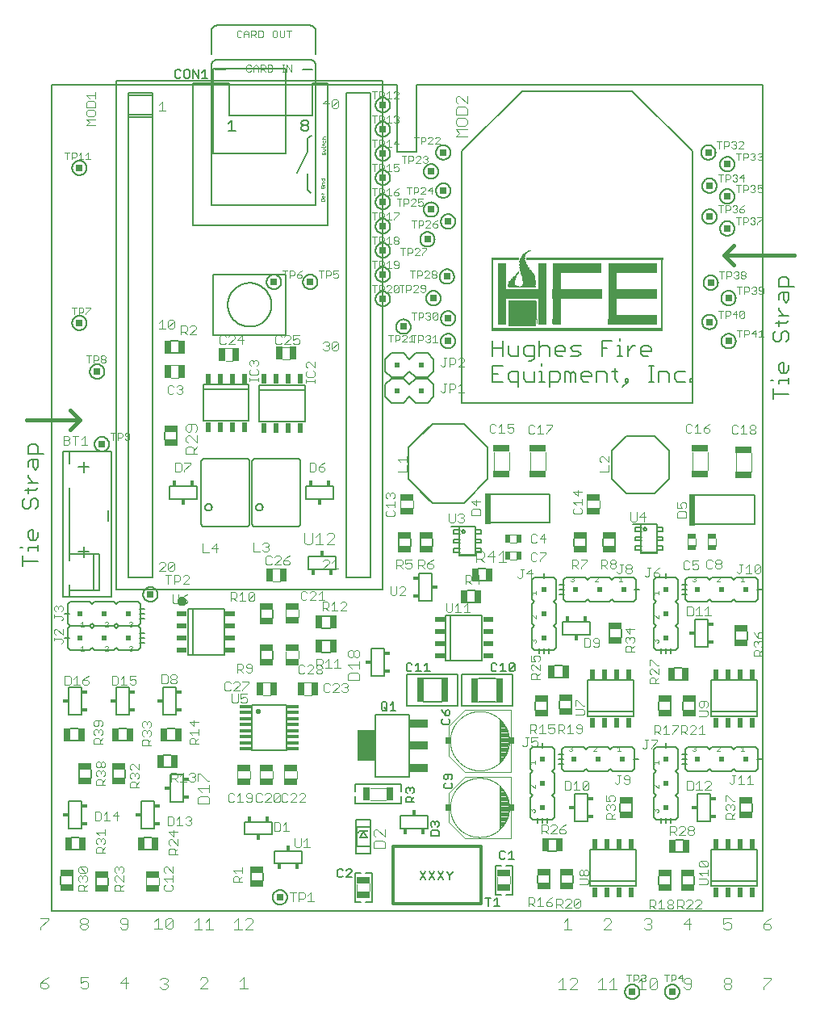
<source format=gto>
G75*
%MOIN*%
%OFA0B0*%
%FSLAX25Y25*%
%IPPOS*%
%LPD*%
%AMOC8*
5,1,8,0,0,1.08239X$1,22.5*
%
%ADD10C,0.00600*%
%ADD11C,0.01600*%
%ADD12R,0.70900X0.00100*%
%ADD13R,0.00700X0.00100*%
%ADD14R,0.00800X0.00100*%
%ADD15R,0.11300X0.00100*%
%ADD16R,0.03600X0.00100*%
%ADD17R,0.20200X0.00100*%
%ADD18R,0.00100X0.00100*%
%ADD19R,0.11200X0.00100*%
%ADD20R,0.20100X0.00100*%
%ADD21R,0.20400X0.00100*%
%ADD22R,0.04400X0.00100*%
%ADD23R,0.06300X0.00100*%
%ADD24R,0.03800X0.00100*%
%ADD25R,0.05800X0.00100*%
%ADD26R,0.03500X0.00100*%
%ADD27R,0.05500X0.00100*%
%ADD28R,0.03300X0.00100*%
%ADD29R,0.05400X0.00100*%
%ADD30R,0.03200X0.00100*%
%ADD31R,0.05300X0.00100*%
%ADD32R,0.03100X0.00100*%
%ADD33R,0.03000X0.00100*%
%ADD34R,0.02800X0.00100*%
%ADD35R,0.02900X0.00100*%
%ADD36R,0.05200X0.00100*%
%ADD37R,0.02700X0.00100*%
%ADD38R,0.02600X0.00100*%
%ADD39R,0.02400X0.00100*%
%ADD40R,0.02300X0.00100*%
%ADD41R,0.02200X0.00100*%
%ADD42R,0.02100X0.00100*%
%ADD43R,0.02000X0.00100*%
%ADD44R,0.01900X0.00100*%
%ADD45R,0.01800X0.00100*%
%ADD46R,0.01700X0.00100*%
%ADD47R,0.01500X0.00100*%
%ADD48R,0.01600X0.00100*%
%ADD49R,0.01400X0.00100*%
%ADD50R,0.01300X0.00100*%
%ADD51R,0.01100X0.00100*%
%ADD52R,0.05600X0.00100*%
%ADD53R,0.01000X0.00100*%
%ADD54R,0.00900X0.00100*%
%ADD55R,0.00500X0.00100*%
%ADD56R,0.00600X0.00100*%
%ADD57R,0.00400X0.00100*%
%ADD58R,0.05000X0.00100*%
%ADD59R,0.00300X0.00100*%
%ADD60R,0.05100X0.00100*%
%ADD61R,0.00200X0.00100*%
%ADD62R,0.04900X0.00100*%
%ADD63R,0.20300X0.00100*%
%ADD64R,0.04700X0.00100*%
%ADD65R,0.04600X0.00100*%
%ADD66R,0.04500X0.00100*%
%ADD67R,0.04300X0.00100*%
%ADD68R,0.04100X0.00100*%
%ADD69R,0.04000X0.00100*%
%ADD70R,0.03900X0.00100*%
%ADD71R,0.03700X0.00100*%
%ADD72R,0.03400X0.00100*%
%ADD73R,0.02500X0.00100*%
%ADD74R,0.56400X0.00100*%
%ADD75R,0.56500X0.00100*%
%ADD76R,0.11400X0.00100*%
%ADD77R,0.11500X0.00100*%
%ADD78R,0.56300X0.00100*%
%ADD79R,0.01200X0.00100*%
%ADD80C,0.00100*%
%ADD81C,0.00500*%
%ADD82C,0.00400*%
%ADD83C,0.00800*%
%ADD84R,0.01929X0.04331*%
%ADD85C,0.00300*%
%ADD86R,0.01930X0.04331*%
%ADD87R,0.04331X0.01929*%
%ADD88C,0.02500*%
%ADD89C,0.00787*%
%ADD90C,0.00200*%
%ADD91R,0.02559X0.05512*%
%ADD92R,0.02400X0.02400*%
%ADD93R,0.02300X0.01800*%
%ADD94R,0.05512X0.02559*%
%ADD95R,0.05709X0.02953*%
%ADD96R,0.02953X0.05709*%
%ADD97R,0.02000X0.02000*%
%ADD98R,0.01800X0.02300*%
%ADD99R,0.02600X0.02600*%
%ADD100C,0.02209*%
%ADD101R,0.04605X0.01400*%
%ADD102C,0.00700*%
%ADD103R,0.01969X0.03740*%
%ADD104R,0.03740X0.01969*%
%ADD105R,0.06693X0.02953*%
%ADD106R,0.07300X0.12600*%
%ADD107R,0.07300X0.03400*%
%ADD108C,0.01200*%
%ADD109R,0.02362X0.02756*%
%ADD110R,0.02953X0.10236*%
D10*
X0112834Y0117220D02*
X0112834Y0120448D01*
X0117834Y0120448D02*
X0117834Y0117220D01*
X0127334Y0116720D02*
X0127334Y0119948D01*
X0132334Y0119948D02*
X0132334Y0116720D01*
X0120448Y0131334D02*
X0117220Y0131334D01*
X0117220Y0136334D02*
X0120448Y0136334D01*
X0121434Y0140234D02*
X0116234Y0140234D01*
X0116234Y0151434D01*
X0121434Y0151434D01*
X0121434Y0140234D01*
X0120334Y0161220D02*
X0120334Y0164448D01*
X0125334Y0164448D02*
X0125334Y0161220D01*
X0134334Y0161220D02*
X0134334Y0164448D01*
X0139334Y0164448D02*
X0139334Y0161220D01*
X0146234Y0151434D02*
X0146234Y0140234D01*
X0151434Y0140234D01*
X0151434Y0151434D01*
X0146234Y0151434D01*
X0155220Y0165334D02*
X0158448Y0165334D01*
X0158234Y0162434D02*
X0158234Y0151234D01*
X0163434Y0151234D01*
X0163434Y0162434D01*
X0158234Y0162434D01*
X0158448Y0170334D02*
X0155220Y0170334D01*
X0156720Y0176334D02*
X0159948Y0176334D01*
X0159948Y0181334D02*
X0156720Y0181334D01*
X0155234Y0187234D02*
X0155234Y0198434D01*
X0160434Y0198434D01*
X0160434Y0187234D01*
X0155234Y0187234D01*
X0140934Y0187234D02*
X0135734Y0187234D01*
X0135734Y0198434D01*
X0140934Y0198434D01*
X0140934Y0187234D01*
X0139948Y0181334D02*
X0136720Y0181334D01*
X0136720Y0176334D02*
X0139948Y0176334D01*
X0119948Y0176334D02*
X0116720Y0176334D01*
X0116720Y0181334D02*
X0119948Y0181334D01*
X0121434Y0187234D02*
X0116234Y0187234D01*
X0116234Y0198434D01*
X0121434Y0198434D01*
X0121434Y0187234D01*
X0124834Y0213834D02*
X0116834Y0213834D01*
X0115834Y0214834D01*
X0115834Y0222834D01*
X0116834Y0223834D01*
X0124834Y0223834D01*
X0125834Y0224834D01*
X0126834Y0223834D01*
X0134834Y0223834D01*
X0135834Y0224834D01*
X0136834Y0223834D01*
X0144834Y0223834D01*
X0145834Y0224834D01*
X0145834Y0232834D01*
X0144834Y0233834D01*
X0136834Y0233834D01*
X0135834Y0232834D01*
X0134834Y0233834D01*
X0126834Y0233834D01*
X0125834Y0232834D01*
X0124834Y0233834D01*
X0116834Y0233834D01*
X0115834Y0232834D01*
X0115834Y0224834D01*
X0116834Y0223834D01*
X0124834Y0223834D01*
X0125834Y0222834D01*
X0126834Y0223834D01*
X0134834Y0223834D01*
X0135834Y0222834D01*
X0136834Y0223834D01*
X0144834Y0223834D01*
X0145834Y0222834D01*
X0145834Y0214834D01*
X0144834Y0213834D01*
X0136834Y0213834D01*
X0135834Y0214834D01*
X0134834Y0213834D01*
X0126834Y0213834D01*
X0125834Y0214834D01*
X0124834Y0213834D01*
X0146834Y0236834D02*
X0146836Y0236943D01*
X0146842Y0237052D01*
X0146852Y0237160D01*
X0146866Y0237268D01*
X0146883Y0237376D01*
X0146905Y0237483D01*
X0146930Y0237589D01*
X0146960Y0237693D01*
X0146993Y0237797D01*
X0147030Y0237900D01*
X0147070Y0238001D01*
X0147114Y0238100D01*
X0147162Y0238198D01*
X0147214Y0238295D01*
X0147268Y0238389D01*
X0147326Y0238481D01*
X0147388Y0238571D01*
X0147453Y0238658D01*
X0147520Y0238744D01*
X0147591Y0238827D01*
X0147665Y0238907D01*
X0147742Y0238984D01*
X0147821Y0239059D01*
X0147903Y0239130D01*
X0147988Y0239199D01*
X0148075Y0239264D01*
X0148164Y0239327D01*
X0148256Y0239385D01*
X0148350Y0239441D01*
X0148445Y0239493D01*
X0148543Y0239542D01*
X0148642Y0239587D01*
X0148743Y0239629D01*
X0148845Y0239666D01*
X0148948Y0239700D01*
X0149053Y0239731D01*
X0149159Y0239757D01*
X0149265Y0239780D01*
X0149373Y0239798D01*
X0149481Y0239813D01*
X0149589Y0239824D01*
X0149698Y0239831D01*
X0149807Y0239834D01*
X0149916Y0239833D01*
X0150025Y0239828D01*
X0150133Y0239819D01*
X0150241Y0239806D01*
X0150349Y0239789D01*
X0150456Y0239769D01*
X0150562Y0239744D01*
X0150667Y0239716D01*
X0150771Y0239684D01*
X0150874Y0239648D01*
X0150976Y0239608D01*
X0151076Y0239565D01*
X0151174Y0239518D01*
X0151271Y0239468D01*
X0151365Y0239414D01*
X0151458Y0239356D01*
X0151549Y0239296D01*
X0151637Y0239232D01*
X0151723Y0239165D01*
X0151806Y0239095D01*
X0151887Y0239022D01*
X0151965Y0238946D01*
X0152040Y0238867D01*
X0152113Y0238785D01*
X0152182Y0238701D01*
X0152248Y0238615D01*
X0152311Y0238526D01*
X0152371Y0238435D01*
X0152428Y0238342D01*
X0152481Y0238247D01*
X0152530Y0238150D01*
X0152576Y0238051D01*
X0152618Y0237951D01*
X0152657Y0237849D01*
X0152692Y0237745D01*
X0152723Y0237641D01*
X0152751Y0237536D01*
X0152774Y0237429D01*
X0152794Y0237322D01*
X0152810Y0237214D01*
X0152822Y0237106D01*
X0152830Y0236997D01*
X0152834Y0236888D01*
X0152834Y0236780D01*
X0152830Y0236671D01*
X0152822Y0236562D01*
X0152810Y0236454D01*
X0152794Y0236346D01*
X0152774Y0236239D01*
X0152751Y0236132D01*
X0152723Y0236027D01*
X0152692Y0235923D01*
X0152657Y0235819D01*
X0152618Y0235717D01*
X0152576Y0235617D01*
X0152530Y0235518D01*
X0152481Y0235421D01*
X0152428Y0235326D01*
X0152371Y0235233D01*
X0152311Y0235142D01*
X0152248Y0235053D01*
X0152182Y0234967D01*
X0152113Y0234883D01*
X0152040Y0234801D01*
X0151965Y0234722D01*
X0151887Y0234646D01*
X0151806Y0234573D01*
X0151723Y0234503D01*
X0151637Y0234436D01*
X0151549Y0234372D01*
X0151458Y0234312D01*
X0151365Y0234254D01*
X0151271Y0234200D01*
X0151174Y0234150D01*
X0151076Y0234103D01*
X0150976Y0234060D01*
X0150874Y0234020D01*
X0150771Y0233984D01*
X0150667Y0233952D01*
X0150562Y0233924D01*
X0150456Y0233899D01*
X0150349Y0233879D01*
X0150241Y0233862D01*
X0150133Y0233849D01*
X0150025Y0233840D01*
X0149916Y0233835D01*
X0149807Y0233834D01*
X0149698Y0233837D01*
X0149589Y0233844D01*
X0149481Y0233855D01*
X0149373Y0233870D01*
X0149265Y0233888D01*
X0149159Y0233911D01*
X0149053Y0233937D01*
X0148948Y0233968D01*
X0148845Y0234002D01*
X0148743Y0234039D01*
X0148642Y0234081D01*
X0148543Y0234126D01*
X0148445Y0234175D01*
X0148350Y0234227D01*
X0148256Y0234283D01*
X0148164Y0234341D01*
X0148075Y0234404D01*
X0147988Y0234469D01*
X0147903Y0234538D01*
X0147821Y0234609D01*
X0147742Y0234684D01*
X0147665Y0234761D01*
X0147591Y0234841D01*
X0147520Y0234924D01*
X0147453Y0235010D01*
X0147388Y0235097D01*
X0147326Y0235187D01*
X0147268Y0235279D01*
X0147214Y0235373D01*
X0147162Y0235470D01*
X0147114Y0235568D01*
X0147070Y0235667D01*
X0147030Y0235768D01*
X0146993Y0235871D01*
X0146960Y0235975D01*
X0146930Y0236079D01*
X0146905Y0236185D01*
X0146883Y0236292D01*
X0146866Y0236400D01*
X0146852Y0236508D01*
X0146842Y0236616D01*
X0146836Y0236725D01*
X0146834Y0236834D01*
X0124467Y0254324D02*
X0120196Y0254324D01*
X0122332Y0252189D02*
X0122332Y0256459D01*
X0132332Y0267189D02*
X0132332Y0271459D01*
X0122332Y0287189D02*
X0122332Y0291459D01*
X0124467Y0289324D02*
X0120196Y0289324D01*
X0126756Y0298867D02*
X0126758Y0298976D01*
X0126764Y0299085D01*
X0126774Y0299193D01*
X0126788Y0299301D01*
X0126805Y0299409D01*
X0126827Y0299516D01*
X0126852Y0299622D01*
X0126882Y0299726D01*
X0126915Y0299830D01*
X0126952Y0299933D01*
X0126992Y0300034D01*
X0127036Y0300133D01*
X0127084Y0300231D01*
X0127136Y0300328D01*
X0127190Y0300422D01*
X0127248Y0300514D01*
X0127310Y0300604D01*
X0127375Y0300691D01*
X0127442Y0300777D01*
X0127513Y0300860D01*
X0127587Y0300940D01*
X0127664Y0301017D01*
X0127743Y0301092D01*
X0127825Y0301163D01*
X0127910Y0301232D01*
X0127997Y0301297D01*
X0128086Y0301360D01*
X0128178Y0301418D01*
X0128272Y0301474D01*
X0128367Y0301526D01*
X0128465Y0301575D01*
X0128564Y0301620D01*
X0128665Y0301662D01*
X0128767Y0301699D01*
X0128870Y0301733D01*
X0128975Y0301764D01*
X0129081Y0301790D01*
X0129187Y0301813D01*
X0129295Y0301831D01*
X0129403Y0301846D01*
X0129511Y0301857D01*
X0129620Y0301864D01*
X0129729Y0301867D01*
X0129838Y0301866D01*
X0129947Y0301861D01*
X0130055Y0301852D01*
X0130163Y0301839D01*
X0130271Y0301822D01*
X0130378Y0301802D01*
X0130484Y0301777D01*
X0130589Y0301749D01*
X0130693Y0301717D01*
X0130796Y0301681D01*
X0130898Y0301641D01*
X0130998Y0301598D01*
X0131096Y0301551D01*
X0131193Y0301501D01*
X0131287Y0301447D01*
X0131380Y0301389D01*
X0131471Y0301329D01*
X0131559Y0301265D01*
X0131645Y0301198D01*
X0131728Y0301128D01*
X0131809Y0301055D01*
X0131887Y0300979D01*
X0131962Y0300900D01*
X0132035Y0300818D01*
X0132104Y0300734D01*
X0132170Y0300648D01*
X0132233Y0300559D01*
X0132293Y0300468D01*
X0132350Y0300375D01*
X0132403Y0300280D01*
X0132452Y0300183D01*
X0132498Y0300084D01*
X0132540Y0299984D01*
X0132579Y0299882D01*
X0132614Y0299778D01*
X0132645Y0299674D01*
X0132673Y0299569D01*
X0132696Y0299462D01*
X0132716Y0299355D01*
X0132732Y0299247D01*
X0132744Y0299139D01*
X0132752Y0299030D01*
X0132756Y0298921D01*
X0132756Y0298813D01*
X0132752Y0298704D01*
X0132744Y0298595D01*
X0132732Y0298487D01*
X0132716Y0298379D01*
X0132696Y0298272D01*
X0132673Y0298165D01*
X0132645Y0298060D01*
X0132614Y0297956D01*
X0132579Y0297852D01*
X0132540Y0297750D01*
X0132498Y0297650D01*
X0132452Y0297551D01*
X0132403Y0297454D01*
X0132350Y0297359D01*
X0132293Y0297266D01*
X0132233Y0297175D01*
X0132170Y0297086D01*
X0132104Y0297000D01*
X0132035Y0296916D01*
X0131962Y0296834D01*
X0131887Y0296755D01*
X0131809Y0296679D01*
X0131728Y0296606D01*
X0131645Y0296536D01*
X0131559Y0296469D01*
X0131471Y0296405D01*
X0131380Y0296345D01*
X0131287Y0296287D01*
X0131193Y0296233D01*
X0131096Y0296183D01*
X0130998Y0296136D01*
X0130898Y0296093D01*
X0130796Y0296053D01*
X0130693Y0296017D01*
X0130589Y0295985D01*
X0130484Y0295957D01*
X0130378Y0295932D01*
X0130271Y0295912D01*
X0130163Y0295895D01*
X0130055Y0295882D01*
X0129947Y0295873D01*
X0129838Y0295868D01*
X0129729Y0295867D01*
X0129620Y0295870D01*
X0129511Y0295877D01*
X0129403Y0295888D01*
X0129295Y0295903D01*
X0129187Y0295921D01*
X0129081Y0295944D01*
X0128975Y0295970D01*
X0128870Y0296001D01*
X0128767Y0296035D01*
X0128665Y0296072D01*
X0128564Y0296114D01*
X0128465Y0296159D01*
X0128367Y0296208D01*
X0128272Y0296260D01*
X0128178Y0296316D01*
X0128086Y0296374D01*
X0127997Y0296437D01*
X0127910Y0296502D01*
X0127825Y0296571D01*
X0127743Y0296642D01*
X0127664Y0296717D01*
X0127587Y0296794D01*
X0127513Y0296874D01*
X0127442Y0296957D01*
X0127375Y0297043D01*
X0127310Y0297130D01*
X0127248Y0297220D01*
X0127190Y0297312D01*
X0127136Y0297406D01*
X0127084Y0297503D01*
X0127036Y0297601D01*
X0126992Y0297700D01*
X0126952Y0297801D01*
X0126915Y0297904D01*
X0126882Y0298008D01*
X0126852Y0298112D01*
X0126827Y0298218D01*
X0126805Y0298325D01*
X0126788Y0298433D01*
X0126774Y0298541D01*
X0126764Y0298649D01*
X0126758Y0298758D01*
X0126756Y0298867D01*
X0105669Y0294689D02*
X0099264Y0294689D01*
X0099264Y0297891D01*
X0100332Y0298959D01*
X0102467Y0298959D01*
X0103534Y0297891D01*
X0103534Y0294689D01*
X0103534Y0292514D02*
X0103534Y0289311D01*
X0102467Y0288243D01*
X0101399Y0289311D01*
X0101399Y0292514D01*
X0100332Y0292514D02*
X0103534Y0292514D01*
X0100332Y0292514D02*
X0099264Y0291446D01*
X0099264Y0289311D01*
X0099264Y0286075D02*
X0099264Y0285007D01*
X0101399Y0282872D01*
X0103534Y0282872D02*
X0099264Y0282872D01*
X0099264Y0280710D02*
X0099264Y0278575D01*
X0098196Y0279643D02*
X0102467Y0279643D01*
X0103534Y0280710D01*
X0102467Y0276400D02*
X0103534Y0275332D01*
X0103534Y0273197D01*
X0102467Y0272129D01*
X0100332Y0273197D02*
X0100332Y0275332D01*
X0101399Y0276400D01*
X0102467Y0276400D01*
X0100332Y0273197D02*
X0099264Y0272129D01*
X0098196Y0272129D01*
X0097129Y0273197D01*
X0097129Y0275332D01*
X0098196Y0276400D01*
X0100332Y0263509D02*
X0099264Y0262441D01*
X0099264Y0260306D01*
X0100332Y0259238D01*
X0102467Y0259238D01*
X0103534Y0260306D01*
X0103534Y0262441D01*
X0101399Y0263509D02*
X0101399Y0259238D01*
X0103534Y0257077D02*
X0103534Y0254941D01*
X0103534Y0256009D02*
X0099264Y0256009D01*
X0099264Y0254941D01*
X0097129Y0256009D02*
X0096061Y0256009D01*
X0097129Y0252766D02*
X0097129Y0248496D01*
X0097129Y0250631D02*
X0103534Y0250631D01*
X0101399Y0263509D02*
X0100332Y0263509D01*
X0155834Y0300720D02*
X0155834Y0303948D01*
X0160834Y0303948D02*
X0160834Y0300720D01*
X0157734Y0281434D02*
X0168934Y0281434D01*
X0168934Y0276234D01*
X0157734Y0276234D01*
X0157734Y0281434D01*
X0124834Y0328834D02*
X0124836Y0328943D01*
X0124842Y0329052D01*
X0124852Y0329160D01*
X0124866Y0329268D01*
X0124883Y0329376D01*
X0124905Y0329483D01*
X0124930Y0329589D01*
X0124960Y0329693D01*
X0124993Y0329797D01*
X0125030Y0329900D01*
X0125070Y0330001D01*
X0125114Y0330100D01*
X0125162Y0330198D01*
X0125214Y0330295D01*
X0125268Y0330389D01*
X0125326Y0330481D01*
X0125388Y0330571D01*
X0125453Y0330658D01*
X0125520Y0330744D01*
X0125591Y0330827D01*
X0125665Y0330907D01*
X0125742Y0330984D01*
X0125821Y0331059D01*
X0125903Y0331130D01*
X0125988Y0331199D01*
X0126075Y0331264D01*
X0126164Y0331327D01*
X0126256Y0331385D01*
X0126350Y0331441D01*
X0126445Y0331493D01*
X0126543Y0331542D01*
X0126642Y0331587D01*
X0126743Y0331629D01*
X0126845Y0331666D01*
X0126948Y0331700D01*
X0127053Y0331731D01*
X0127159Y0331757D01*
X0127265Y0331780D01*
X0127373Y0331798D01*
X0127481Y0331813D01*
X0127589Y0331824D01*
X0127698Y0331831D01*
X0127807Y0331834D01*
X0127916Y0331833D01*
X0128025Y0331828D01*
X0128133Y0331819D01*
X0128241Y0331806D01*
X0128349Y0331789D01*
X0128456Y0331769D01*
X0128562Y0331744D01*
X0128667Y0331716D01*
X0128771Y0331684D01*
X0128874Y0331648D01*
X0128976Y0331608D01*
X0129076Y0331565D01*
X0129174Y0331518D01*
X0129271Y0331468D01*
X0129365Y0331414D01*
X0129458Y0331356D01*
X0129549Y0331296D01*
X0129637Y0331232D01*
X0129723Y0331165D01*
X0129806Y0331095D01*
X0129887Y0331022D01*
X0129965Y0330946D01*
X0130040Y0330867D01*
X0130113Y0330785D01*
X0130182Y0330701D01*
X0130248Y0330615D01*
X0130311Y0330526D01*
X0130371Y0330435D01*
X0130428Y0330342D01*
X0130481Y0330247D01*
X0130530Y0330150D01*
X0130576Y0330051D01*
X0130618Y0329951D01*
X0130657Y0329849D01*
X0130692Y0329745D01*
X0130723Y0329641D01*
X0130751Y0329536D01*
X0130774Y0329429D01*
X0130794Y0329322D01*
X0130810Y0329214D01*
X0130822Y0329106D01*
X0130830Y0328997D01*
X0130834Y0328888D01*
X0130834Y0328780D01*
X0130830Y0328671D01*
X0130822Y0328562D01*
X0130810Y0328454D01*
X0130794Y0328346D01*
X0130774Y0328239D01*
X0130751Y0328132D01*
X0130723Y0328027D01*
X0130692Y0327923D01*
X0130657Y0327819D01*
X0130618Y0327717D01*
X0130576Y0327617D01*
X0130530Y0327518D01*
X0130481Y0327421D01*
X0130428Y0327326D01*
X0130371Y0327233D01*
X0130311Y0327142D01*
X0130248Y0327053D01*
X0130182Y0326967D01*
X0130113Y0326883D01*
X0130040Y0326801D01*
X0129965Y0326722D01*
X0129887Y0326646D01*
X0129806Y0326573D01*
X0129723Y0326503D01*
X0129637Y0326436D01*
X0129549Y0326372D01*
X0129458Y0326312D01*
X0129365Y0326254D01*
X0129271Y0326200D01*
X0129174Y0326150D01*
X0129076Y0326103D01*
X0128976Y0326060D01*
X0128874Y0326020D01*
X0128771Y0325984D01*
X0128667Y0325952D01*
X0128562Y0325924D01*
X0128456Y0325899D01*
X0128349Y0325879D01*
X0128241Y0325862D01*
X0128133Y0325849D01*
X0128025Y0325840D01*
X0127916Y0325835D01*
X0127807Y0325834D01*
X0127698Y0325837D01*
X0127589Y0325844D01*
X0127481Y0325855D01*
X0127373Y0325870D01*
X0127265Y0325888D01*
X0127159Y0325911D01*
X0127053Y0325937D01*
X0126948Y0325968D01*
X0126845Y0326002D01*
X0126743Y0326039D01*
X0126642Y0326081D01*
X0126543Y0326126D01*
X0126445Y0326175D01*
X0126350Y0326227D01*
X0126256Y0326283D01*
X0126164Y0326341D01*
X0126075Y0326404D01*
X0125988Y0326469D01*
X0125903Y0326538D01*
X0125821Y0326609D01*
X0125742Y0326684D01*
X0125665Y0326761D01*
X0125591Y0326841D01*
X0125520Y0326924D01*
X0125453Y0327010D01*
X0125388Y0327097D01*
X0125326Y0327187D01*
X0125268Y0327279D01*
X0125214Y0327373D01*
X0125162Y0327470D01*
X0125114Y0327568D01*
X0125070Y0327667D01*
X0125030Y0327768D01*
X0124993Y0327871D01*
X0124960Y0327975D01*
X0124930Y0328079D01*
X0124905Y0328185D01*
X0124883Y0328292D01*
X0124866Y0328400D01*
X0124852Y0328508D01*
X0124842Y0328616D01*
X0124836Y0328725D01*
X0124834Y0328834D01*
X0117504Y0348882D02*
X0117506Y0348991D01*
X0117512Y0349100D01*
X0117522Y0349208D01*
X0117536Y0349316D01*
X0117553Y0349424D01*
X0117575Y0349531D01*
X0117600Y0349637D01*
X0117630Y0349741D01*
X0117663Y0349845D01*
X0117700Y0349948D01*
X0117740Y0350049D01*
X0117784Y0350148D01*
X0117832Y0350246D01*
X0117884Y0350343D01*
X0117938Y0350437D01*
X0117996Y0350529D01*
X0118058Y0350619D01*
X0118123Y0350706D01*
X0118190Y0350792D01*
X0118261Y0350875D01*
X0118335Y0350955D01*
X0118412Y0351032D01*
X0118491Y0351107D01*
X0118573Y0351178D01*
X0118658Y0351247D01*
X0118745Y0351312D01*
X0118834Y0351375D01*
X0118926Y0351433D01*
X0119020Y0351489D01*
X0119115Y0351541D01*
X0119213Y0351590D01*
X0119312Y0351635D01*
X0119413Y0351677D01*
X0119515Y0351714D01*
X0119618Y0351748D01*
X0119723Y0351779D01*
X0119829Y0351805D01*
X0119935Y0351828D01*
X0120043Y0351846D01*
X0120151Y0351861D01*
X0120259Y0351872D01*
X0120368Y0351879D01*
X0120477Y0351882D01*
X0120586Y0351881D01*
X0120695Y0351876D01*
X0120803Y0351867D01*
X0120911Y0351854D01*
X0121019Y0351837D01*
X0121126Y0351817D01*
X0121232Y0351792D01*
X0121337Y0351764D01*
X0121441Y0351732D01*
X0121544Y0351696D01*
X0121646Y0351656D01*
X0121746Y0351613D01*
X0121844Y0351566D01*
X0121941Y0351516D01*
X0122035Y0351462D01*
X0122128Y0351404D01*
X0122219Y0351344D01*
X0122307Y0351280D01*
X0122393Y0351213D01*
X0122476Y0351143D01*
X0122557Y0351070D01*
X0122635Y0350994D01*
X0122710Y0350915D01*
X0122783Y0350833D01*
X0122852Y0350749D01*
X0122918Y0350663D01*
X0122981Y0350574D01*
X0123041Y0350483D01*
X0123098Y0350390D01*
X0123151Y0350295D01*
X0123200Y0350198D01*
X0123246Y0350099D01*
X0123288Y0349999D01*
X0123327Y0349897D01*
X0123362Y0349793D01*
X0123393Y0349689D01*
X0123421Y0349584D01*
X0123444Y0349477D01*
X0123464Y0349370D01*
X0123480Y0349262D01*
X0123492Y0349154D01*
X0123500Y0349045D01*
X0123504Y0348936D01*
X0123504Y0348828D01*
X0123500Y0348719D01*
X0123492Y0348610D01*
X0123480Y0348502D01*
X0123464Y0348394D01*
X0123444Y0348287D01*
X0123421Y0348180D01*
X0123393Y0348075D01*
X0123362Y0347971D01*
X0123327Y0347867D01*
X0123288Y0347765D01*
X0123246Y0347665D01*
X0123200Y0347566D01*
X0123151Y0347469D01*
X0123098Y0347374D01*
X0123041Y0347281D01*
X0122981Y0347190D01*
X0122918Y0347101D01*
X0122852Y0347015D01*
X0122783Y0346931D01*
X0122710Y0346849D01*
X0122635Y0346770D01*
X0122557Y0346694D01*
X0122476Y0346621D01*
X0122393Y0346551D01*
X0122307Y0346484D01*
X0122219Y0346420D01*
X0122128Y0346360D01*
X0122035Y0346302D01*
X0121941Y0346248D01*
X0121844Y0346198D01*
X0121746Y0346151D01*
X0121646Y0346108D01*
X0121544Y0346068D01*
X0121441Y0346032D01*
X0121337Y0346000D01*
X0121232Y0345972D01*
X0121126Y0345947D01*
X0121019Y0345927D01*
X0120911Y0345910D01*
X0120803Y0345897D01*
X0120695Y0345888D01*
X0120586Y0345883D01*
X0120477Y0345882D01*
X0120368Y0345885D01*
X0120259Y0345892D01*
X0120151Y0345903D01*
X0120043Y0345918D01*
X0119935Y0345936D01*
X0119829Y0345959D01*
X0119723Y0345985D01*
X0119618Y0346016D01*
X0119515Y0346050D01*
X0119413Y0346087D01*
X0119312Y0346129D01*
X0119213Y0346174D01*
X0119115Y0346223D01*
X0119020Y0346275D01*
X0118926Y0346331D01*
X0118834Y0346389D01*
X0118745Y0346452D01*
X0118658Y0346517D01*
X0118573Y0346586D01*
X0118491Y0346657D01*
X0118412Y0346732D01*
X0118335Y0346809D01*
X0118261Y0346889D01*
X0118190Y0346972D01*
X0118123Y0347058D01*
X0118058Y0347145D01*
X0117996Y0347235D01*
X0117938Y0347327D01*
X0117884Y0347421D01*
X0117832Y0347518D01*
X0117784Y0347616D01*
X0117740Y0347715D01*
X0117700Y0347816D01*
X0117663Y0347919D01*
X0117630Y0348023D01*
X0117600Y0348127D01*
X0117575Y0348233D01*
X0117553Y0348340D01*
X0117536Y0348448D01*
X0117522Y0348556D01*
X0117512Y0348664D01*
X0117506Y0348773D01*
X0117504Y0348882D01*
X0158220Y0341334D02*
X0161448Y0341334D01*
X0161448Y0336334D02*
X0158220Y0336334D01*
X0197834Y0365834D02*
X0197836Y0365943D01*
X0197842Y0366052D01*
X0197852Y0366160D01*
X0197866Y0366268D01*
X0197883Y0366376D01*
X0197905Y0366483D01*
X0197930Y0366589D01*
X0197960Y0366693D01*
X0197993Y0366797D01*
X0198030Y0366900D01*
X0198070Y0367001D01*
X0198114Y0367100D01*
X0198162Y0367198D01*
X0198214Y0367295D01*
X0198268Y0367389D01*
X0198326Y0367481D01*
X0198388Y0367571D01*
X0198453Y0367658D01*
X0198520Y0367744D01*
X0198591Y0367827D01*
X0198665Y0367907D01*
X0198742Y0367984D01*
X0198821Y0368059D01*
X0198903Y0368130D01*
X0198988Y0368199D01*
X0199075Y0368264D01*
X0199164Y0368327D01*
X0199256Y0368385D01*
X0199350Y0368441D01*
X0199445Y0368493D01*
X0199543Y0368542D01*
X0199642Y0368587D01*
X0199743Y0368629D01*
X0199845Y0368666D01*
X0199948Y0368700D01*
X0200053Y0368731D01*
X0200159Y0368757D01*
X0200265Y0368780D01*
X0200373Y0368798D01*
X0200481Y0368813D01*
X0200589Y0368824D01*
X0200698Y0368831D01*
X0200807Y0368834D01*
X0200916Y0368833D01*
X0201025Y0368828D01*
X0201133Y0368819D01*
X0201241Y0368806D01*
X0201349Y0368789D01*
X0201456Y0368769D01*
X0201562Y0368744D01*
X0201667Y0368716D01*
X0201771Y0368684D01*
X0201874Y0368648D01*
X0201976Y0368608D01*
X0202076Y0368565D01*
X0202174Y0368518D01*
X0202271Y0368468D01*
X0202365Y0368414D01*
X0202458Y0368356D01*
X0202549Y0368296D01*
X0202637Y0368232D01*
X0202723Y0368165D01*
X0202806Y0368095D01*
X0202887Y0368022D01*
X0202965Y0367946D01*
X0203040Y0367867D01*
X0203113Y0367785D01*
X0203182Y0367701D01*
X0203248Y0367615D01*
X0203311Y0367526D01*
X0203371Y0367435D01*
X0203428Y0367342D01*
X0203481Y0367247D01*
X0203530Y0367150D01*
X0203576Y0367051D01*
X0203618Y0366951D01*
X0203657Y0366849D01*
X0203692Y0366745D01*
X0203723Y0366641D01*
X0203751Y0366536D01*
X0203774Y0366429D01*
X0203794Y0366322D01*
X0203810Y0366214D01*
X0203822Y0366106D01*
X0203830Y0365997D01*
X0203834Y0365888D01*
X0203834Y0365780D01*
X0203830Y0365671D01*
X0203822Y0365562D01*
X0203810Y0365454D01*
X0203794Y0365346D01*
X0203774Y0365239D01*
X0203751Y0365132D01*
X0203723Y0365027D01*
X0203692Y0364923D01*
X0203657Y0364819D01*
X0203618Y0364717D01*
X0203576Y0364617D01*
X0203530Y0364518D01*
X0203481Y0364421D01*
X0203428Y0364326D01*
X0203371Y0364233D01*
X0203311Y0364142D01*
X0203248Y0364053D01*
X0203182Y0363967D01*
X0203113Y0363883D01*
X0203040Y0363801D01*
X0202965Y0363722D01*
X0202887Y0363646D01*
X0202806Y0363573D01*
X0202723Y0363503D01*
X0202637Y0363436D01*
X0202549Y0363372D01*
X0202458Y0363312D01*
X0202365Y0363254D01*
X0202271Y0363200D01*
X0202174Y0363150D01*
X0202076Y0363103D01*
X0201976Y0363060D01*
X0201874Y0363020D01*
X0201771Y0362984D01*
X0201667Y0362952D01*
X0201562Y0362924D01*
X0201456Y0362899D01*
X0201349Y0362879D01*
X0201241Y0362862D01*
X0201133Y0362849D01*
X0201025Y0362840D01*
X0200916Y0362835D01*
X0200807Y0362834D01*
X0200698Y0362837D01*
X0200589Y0362844D01*
X0200481Y0362855D01*
X0200373Y0362870D01*
X0200265Y0362888D01*
X0200159Y0362911D01*
X0200053Y0362937D01*
X0199948Y0362968D01*
X0199845Y0363002D01*
X0199743Y0363039D01*
X0199642Y0363081D01*
X0199543Y0363126D01*
X0199445Y0363175D01*
X0199350Y0363227D01*
X0199256Y0363283D01*
X0199164Y0363341D01*
X0199075Y0363404D01*
X0198988Y0363469D01*
X0198903Y0363538D01*
X0198821Y0363609D01*
X0198742Y0363684D01*
X0198665Y0363761D01*
X0198591Y0363841D01*
X0198520Y0363924D01*
X0198453Y0364010D01*
X0198388Y0364097D01*
X0198326Y0364187D01*
X0198268Y0364279D01*
X0198214Y0364373D01*
X0198162Y0364470D01*
X0198114Y0364568D01*
X0198070Y0364667D01*
X0198030Y0364768D01*
X0197993Y0364871D01*
X0197960Y0364975D01*
X0197930Y0365079D01*
X0197905Y0365185D01*
X0197883Y0365292D01*
X0197866Y0365400D01*
X0197852Y0365508D01*
X0197842Y0365616D01*
X0197836Y0365725D01*
X0197834Y0365834D01*
X0212834Y0365834D02*
X0212836Y0365943D01*
X0212842Y0366052D01*
X0212852Y0366160D01*
X0212866Y0366268D01*
X0212883Y0366376D01*
X0212905Y0366483D01*
X0212930Y0366589D01*
X0212960Y0366693D01*
X0212993Y0366797D01*
X0213030Y0366900D01*
X0213070Y0367001D01*
X0213114Y0367100D01*
X0213162Y0367198D01*
X0213214Y0367295D01*
X0213268Y0367389D01*
X0213326Y0367481D01*
X0213388Y0367571D01*
X0213453Y0367658D01*
X0213520Y0367744D01*
X0213591Y0367827D01*
X0213665Y0367907D01*
X0213742Y0367984D01*
X0213821Y0368059D01*
X0213903Y0368130D01*
X0213988Y0368199D01*
X0214075Y0368264D01*
X0214164Y0368327D01*
X0214256Y0368385D01*
X0214350Y0368441D01*
X0214445Y0368493D01*
X0214543Y0368542D01*
X0214642Y0368587D01*
X0214743Y0368629D01*
X0214845Y0368666D01*
X0214948Y0368700D01*
X0215053Y0368731D01*
X0215159Y0368757D01*
X0215265Y0368780D01*
X0215373Y0368798D01*
X0215481Y0368813D01*
X0215589Y0368824D01*
X0215698Y0368831D01*
X0215807Y0368834D01*
X0215916Y0368833D01*
X0216025Y0368828D01*
X0216133Y0368819D01*
X0216241Y0368806D01*
X0216349Y0368789D01*
X0216456Y0368769D01*
X0216562Y0368744D01*
X0216667Y0368716D01*
X0216771Y0368684D01*
X0216874Y0368648D01*
X0216976Y0368608D01*
X0217076Y0368565D01*
X0217174Y0368518D01*
X0217271Y0368468D01*
X0217365Y0368414D01*
X0217458Y0368356D01*
X0217549Y0368296D01*
X0217637Y0368232D01*
X0217723Y0368165D01*
X0217806Y0368095D01*
X0217887Y0368022D01*
X0217965Y0367946D01*
X0218040Y0367867D01*
X0218113Y0367785D01*
X0218182Y0367701D01*
X0218248Y0367615D01*
X0218311Y0367526D01*
X0218371Y0367435D01*
X0218428Y0367342D01*
X0218481Y0367247D01*
X0218530Y0367150D01*
X0218576Y0367051D01*
X0218618Y0366951D01*
X0218657Y0366849D01*
X0218692Y0366745D01*
X0218723Y0366641D01*
X0218751Y0366536D01*
X0218774Y0366429D01*
X0218794Y0366322D01*
X0218810Y0366214D01*
X0218822Y0366106D01*
X0218830Y0365997D01*
X0218834Y0365888D01*
X0218834Y0365780D01*
X0218830Y0365671D01*
X0218822Y0365562D01*
X0218810Y0365454D01*
X0218794Y0365346D01*
X0218774Y0365239D01*
X0218751Y0365132D01*
X0218723Y0365027D01*
X0218692Y0364923D01*
X0218657Y0364819D01*
X0218618Y0364717D01*
X0218576Y0364617D01*
X0218530Y0364518D01*
X0218481Y0364421D01*
X0218428Y0364326D01*
X0218371Y0364233D01*
X0218311Y0364142D01*
X0218248Y0364053D01*
X0218182Y0363967D01*
X0218113Y0363883D01*
X0218040Y0363801D01*
X0217965Y0363722D01*
X0217887Y0363646D01*
X0217806Y0363573D01*
X0217723Y0363503D01*
X0217637Y0363436D01*
X0217549Y0363372D01*
X0217458Y0363312D01*
X0217365Y0363254D01*
X0217271Y0363200D01*
X0217174Y0363150D01*
X0217076Y0363103D01*
X0216976Y0363060D01*
X0216874Y0363020D01*
X0216771Y0362984D01*
X0216667Y0362952D01*
X0216562Y0362924D01*
X0216456Y0362899D01*
X0216349Y0362879D01*
X0216241Y0362862D01*
X0216133Y0362849D01*
X0216025Y0362840D01*
X0215916Y0362835D01*
X0215807Y0362834D01*
X0215698Y0362837D01*
X0215589Y0362844D01*
X0215481Y0362855D01*
X0215373Y0362870D01*
X0215265Y0362888D01*
X0215159Y0362911D01*
X0215053Y0362937D01*
X0214948Y0362968D01*
X0214845Y0363002D01*
X0214743Y0363039D01*
X0214642Y0363081D01*
X0214543Y0363126D01*
X0214445Y0363175D01*
X0214350Y0363227D01*
X0214256Y0363283D01*
X0214164Y0363341D01*
X0214075Y0363404D01*
X0213988Y0363469D01*
X0213903Y0363538D01*
X0213821Y0363609D01*
X0213742Y0363684D01*
X0213665Y0363761D01*
X0213591Y0363841D01*
X0213520Y0363924D01*
X0213453Y0364010D01*
X0213388Y0364097D01*
X0213326Y0364187D01*
X0213268Y0364279D01*
X0213214Y0364373D01*
X0213162Y0364470D01*
X0213114Y0364568D01*
X0213070Y0364667D01*
X0213030Y0364768D01*
X0212993Y0364871D01*
X0212960Y0364975D01*
X0212930Y0365079D01*
X0212905Y0365185D01*
X0212883Y0365292D01*
X0212866Y0365400D01*
X0212852Y0365508D01*
X0212842Y0365616D01*
X0212836Y0365725D01*
X0212834Y0365834D01*
X0242834Y0368834D02*
X0242836Y0368943D01*
X0242842Y0369052D01*
X0242852Y0369160D01*
X0242866Y0369268D01*
X0242883Y0369376D01*
X0242905Y0369483D01*
X0242930Y0369589D01*
X0242960Y0369693D01*
X0242993Y0369797D01*
X0243030Y0369900D01*
X0243070Y0370001D01*
X0243114Y0370100D01*
X0243162Y0370198D01*
X0243214Y0370295D01*
X0243268Y0370389D01*
X0243326Y0370481D01*
X0243388Y0370571D01*
X0243453Y0370658D01*
X0243520Y0370744D01*
X0243591Y0370827D01*
X0243665Y0370907D01*
X0243742Y0370984D01*
X0243821Y0371059D01*
X0243903Y0371130D01*
X0243988Y0371199D01*
X0244075Y0371264D01*
X0244164Y0371327D01*
X0244256Y0371385D01*
X0244350Y0371441D01*
X0244445Y0371493D01*
X0244543Y0371542D01*
X0244642Y0371587D01*
X0244743Y0371629D01*
X0244845Y0371666D01*
X0244948Y0371700D01*
X0245053Y0371731D01*
X0245159Y0371757D01*
X0245265Y0371780D01*
X0245373Y0371798D01*
X0245481Y0371813D01*
X0245589Y0371824D01*
X0245698Y0371831D01*
X0245807Y0371834D01*
X0245916Y0371833D01*
X0246025Y0371828D01*
X0246133Y0371819D01*
X0246241Y0371806D01*
X0246349Y0371789D01*
X0246456Y0371769D01*
X0246562Y0371744D01*
X0246667Y0371716D01*
X0246771Y0371684D01*
X0246874Y0371648D01*
X0246976Y0371608D01*
X0247076Y0371565D01*
X0247174Y0371518D01*
X0247271Y0371468D01*
X0247365Y0371414D01*
X0247458Y0371356D01*
X0247549Y0371296D01*
X0247637Y0371232D01*
X0247723Y0371165D01*
X0247806Y0371095D01*
X0247887Y0371022D01*
X0247965Y0370946D01*
X0248040Y0370867D01*
X0248113Y0370785D01*
X0248182Y0370701D01*
X0248248Y0370615D01*
X0248311Y0370526D01*
X0248371Y0370435D01*
X0248428Y0370342D01*
X0248481Y0370247D01*
X0248530Y0370150D01*
X0248576Y0370051D01*
X0248618Y0369951D01*
X0248657Y0369849D01*
X0248692Y0369745D01*
X0248723Y0369641D01*
X0248751Y0369536D01*
X0248774Y0369429D01*
X0248794Y0369322D01*
X0248810Y0369214D01*
X0248822Y0369106D01*
X0248830Y0368997D01*
X0248834Y0368888D01*
X0248834Y0368780D01*
X0248830Y0368671D01*
X0248822Y0368562D01*
X0248810Y0368454D01*
X0248794Y0368346D01*
X0248774Y0368239D01*
X0248751Y0368132D01*
X0248723Y0368027D01*
X0248692Y0367923D01*
X0248657Y0367819D01*
X0248618Y0367717D01*
X0248576Y0367617D01*
X0248530Y0367518D01*
X0248481Y0367421D01*
X0248428Y0367326D01*
X0248371Y0367233D01*
X0248311Y0367142D01*
X0248248Y0367053D01*
X0248182Y0366967D01*
X0248113Y0366883D01*
X0248040Y0366801D01*
X0247965Y0366722D01*
X0247887Y0366646D01*
X0247806Y0366573D01*
X0247723Y0366503D01*
X0247637Y0366436D01*
X0247549Y0366372D01*
X0247458Y0366312D01*
X0247365Y0366254D01*
X0247271Y0366200D01*
X0247174Y0366150D01*
X0247076Y0366103D01*
X0246976Y0366060D01*
X0246874Y0366020D01*
X0246771Y0365984D01*
X0246667Y0365952D01*
X0246562Y0365924D01*
X0246456Y0365899D01*
X0246349Y0365879D01*
X0246241Y0365862D01*
X0246133Y0365849D01*
X0246025Y0365840D01*
X0245916Y0365835D01*
X0245807Y0365834D01*
X0245698Y0365837D01*
X0245589Y0365844D01*
X0245481Y0365855D01*
X0245373Y0365870D01*
X0245265Y0365888D01*
X0245159Y0365911D01*
X0245053Y0365937D01*
X0244948Y0365968D01*
X0244845Y0366002D01*
X0244743Y0366039D01*
X0244642Y0366081D01*
X0244543Y0366126D01*
X0244445Y0366175D01*
X0244350Y0366227D01*
X0244256Y0366283D01*
X0244164Y0366341D01*
X0244075Y0366404D01*
X0243988Y0366469D01*
X0243903Y0366538D01*
X0243821Y0366609D01*
X0243742Y0366684D01*
X0243665Y0366761D01*
X0243591Y0366841D01*
X0243520Y0366924D01*
X0243453Y0367010D01*
X0243388Y0367097D01*
X0243326Y0367187D01*
X0243268Y0367279D01*
X0243214Y0367373D01*
X0243162Y0367470D01*
X0243114Y0367568D01*
X0243070Y0367667D01*
X0243030Y0367768D01*
X0242993Y0367871D01*
X0242960Y0367975D01*
X0242930Y0368079D01*
X0242905Y0368185D01*
X0242883Y0368292D01*
X0242866Y0368400D01*
X0242852Y0368508D01*
X0242842Y0368616D01*
X0242836Y0368725D01*
X0242834Y0368834D01*
X0242834Y0358834D02*
X0242836Y0358943D01*
X0242842Y0359052D01*
X0242852Y0359160D01*
X0242866Y0359268D01*
X0242883Y0359376D01*
X0242905Y0359483D01*
X0242930Y0359589D01*
X0242960Y0359693D01*
X0242993Y0359797D01*
X0243030Y0359900D01*
X0243070Y0360001D01*
X0243114Y0360100D01*
X0243162Y0360198D01*
X0243214Y0360295D01*
X0243268Y0360389D01*
X0243326Y0360481D01*
X0243388Y0360571D01*
X0243453Y0360658D01*
X0243520Y0360744D01*
X0243591Y0360827D01*
X0243665Y0360907D01*
X0243742Y0360984D01*
X0243821Y0361059D01*
X0243903Y0361130D01*
X0243988Y0361199D01*
X0244075Y0361264D01*
X0244164Y0361327D01*
X0244256Y0361385D01*
X0244350Y0361441D01*
X0244445Y0361493D01*
X0244543Y0361542D01*
X0244642Y0361587D01*
X0244743Y0361629D01*
X0244845Y0361666D01*
X0244948Y0361700D01*
X0245053Y0361731D01*
X0245159Y0361757D01*
X0245265Y0361780D01*
X0245373Y0361798D01*
X0245481Y0361813D01*
X0245589Y0361824D01*
X0245698Y0361831D01*
X0245807Y0361834D01*
X0245916Y0361833D01*
X0246025Y0361828D01*
X0246133Y0361819D01*
X0246241Y0361806D01*
X0246349Y0361789D01*
X0246456Y0361769D01*
X0246562Y0361744D01*
X0246667Y0361716D01*
X0246771Y0361684D01*
X0246874Y0361648D01*
X0246976Y0361608D01*
X0247076Y0361565D01*
X0247174Y0361518D01*
X0247271Y0361468D01*
X0247365Y0361414D01*
X0247458Y0361356D01*
X0247549Y0361296D01*
X0247637Y0361232D01*
X0247723Y0361165D01*
X0247806Y0361095D01*
X0247887Y0361022D01*
X0247965Y0360946D01*
X0248040Y0360867D01*
X0248113Y0360785D01*
X0248182Y0360701D01*
X0248248Y0360615D01*
X0248311Y0360526D01*
X0248371Y0360435D01*
X0248428Y0360342D01*
X0248481Y0360247D01*
X0248530Y0360150D01*
X0248576Y0360051D01*
X0248618Y0359951D01*
X0248657Y0359849D01*
X0248692Y0359745D01*
X0248723Y0359641D01*
X0248751Y0359536D01*
X0248774Y0359429D01*
X0248794Y0359322D01*
X0248810Y0359214D01*
X0248822Y0359106D01*
X0248830Y0358997D01*
X0248834Y0358888D01*
X0248834Y0358780D01*
X0248830Y0358671D01*
X0248822Y0358562D01*
X0248810Y0358454D01*
X0248794Y0358346D01*
X0248774Y0358239D01*
X0248751Y0358132D01*
X0248723Y0358027D01*
X0248692Y0357923D01*
X0248657Y0357819D01*
X0248618Y0357717D01*
X0248576Y0357617D01*
X0248530Y0357518D01*
X0248481Y0357421D01*
X0248428Y0357326D01*
X0248371Y0357233D01*
X0248311Y0357142D01*
X0248248Y0357053D01*
X0248182Y0356967D01*
X0248113Y0356883D01*
X0248040Y0356801D01*
X0247965Y0356722D01*
X0247887Y0356646D01*
X0247806Y0356573D01*
X0247723Y0356503D01*
X0247637Y0356436D01*
X0247549Y0356372D01*
X0247458Y0356312D01*
X0247365Y0356254D01*
X0247271Y0356200D01*
X0247174Y0356150D01*
X0247076Y0356103D01*
X0246976Y0356060D01*
X0246874Y0356020D01*
X0246771Y0355984D01*
X0246667Y0355952D01*
X0246562Y0355924D01*
X0246456Y0355899D01*
X0246349Y0355879D01*
X0246241Y0355862D01*
X0246133Y0355849D01*
X0246025Y0355840D01*
X0245916Y0355835D01*
X0245807Y0355834D01*
X0245698Y0355837D01*
X0245589Y0355844D01*
X0245481Y0355855D01*
X0245373Y0355870D01*
X0245265Y0355888D01*
X0245159Y0355911D01*
X0245053Y0355937D01*
X0244948Y0355968D01*
X0244845Y0356002D01*
X0244743Y0356039D01*
X0244642Y0356081D01*
X0244543Y0356126D01*
X0244445Y0356175D01*
X0244350Y0356227D01*
X0244256Y0356283D01*
X0244164Y0356341D01*
X0244075Y0356404D01*
X0243988Y0356469D01*
X0243903Y0356538D01*
X0243821Y0356609D01*
X0243742Y0356684D01*
X0243665Y0356761D01*
X0243591Y0356841D01*
X0243520Y0356924D01*
X0243453Y0357010D01*
X0243388Y0357097D01*
X0243326Y0357187D01*
X0243268Y0357279D01*
X0243214Y0357373D01*
X0243162Y0357470D01*
X0243114Y0357568D01*
X0243070Y0357667D01*
X0243030Y0357768D01*
X0242993Y0357871D01*
X0242960Y0357975D01*
X0242930Y0358079D01*
X0242905Y0358185D01*
X0242883Y0358292D01*
X0242866Y0358400D01*
X0242852Y0358508D01*
X0242842Y0358616D01*
X0242836Y0358725D01*
X0242834Y0358834D01*
X0251334Y0347334D02*
X0251336Y0347443D01*
X0251342Y0347552D01*
X0251352Y0347660D01*
X0251366Y0347768D01*
X0251383Y0347876D01*
X0251405Y0347983D01*
X0251430Y0348089D01*
X0251460Y0348193D01*
X0251493Y0348297D01*
X0251530Y0348400D01*
X0251570Y0348501D01*
X0251614Y0348600D01*
X0251662Y0348698D01*
X0251714Y0348795D01*
X0251768Y0348889D01*
X0251826Y0348981D01*
X0251888Y0349071D01*
X0251953Y0349158D01*
X0252020Y0349244D01*
X0252091Y0349327D01*
X0252165Y0349407D01*
X0252242Y0349484D01*
X0252321Y0349559D01*
X0252403Y0349630D01*
X0252488Y0349699D01*
X0252575Y0349764D01*
X0252664Y0349827D01*
X0252756Y0349885D01*
X0252850Y0349941D01*
X0252945Y0349993D01*
X0253043Y0350042D01*
X0253142Y0350087D01*
X0253243Y0350129D01*
X0253345Y0350166D01*
X0253448Y0350200D01*
X0253553Y0350231D01*
X0253659Y0350257D01*
X0253765Y0350280D01*
X0253873Y0350298D01*
X0253981Y0350313D01*
X0254089Y0350324D01*
X0254198Y0350331D01*
X0254307Y0350334D01*
X0254416Y0350333D01*
X0254525Y0350328D01*
X0254633Y0350319D01*
X0254741Y0350306D01*
X0254849Y0350289D01*
X0254956Y0350269D01*
X0255062Y0350244D01*
X0255167Y0350216D01*
X0255271Y0350184D01*
X0255374Y0350148D01*
X0255476Y0350108D01*
X0255576Y0350065D01*
X0255674Y0350018D01*
X0255771Y0349968D01*
X0255865Y0349914D01*
X0255958Y0349856D01*
X0256049Y0349796D01*
X0256137Y0349732D01*
X0256223Y0349665D01*
X0256306Y0349595D01*
X0256387Y0349522D01*
X0256465Y0349446D01*
X0256540Y0349367D01*
X0256613Y0349285D01*
X0256682Y0349201D01*
X0256748Y0349115D01*
X0256811Y0349026D01*
X0256871Y0348935D01*
X0256928Y0348842D01*
X0256981Y0348747D01*
X0257030Y0348650D01*
X0257076Y0348551D01*
X0257118Y0348451D01*
X0257157Y0348349D01*
X0257192Y0348245D01*
X0257223Y0348141D01*
X0257251Y0348036D01*
X0257274Y0347929D01*
X0257294Y0347822D01*
X0257310Y0347714D01*
X0257322Y0347606D01*
X0257330Y0347497D01*
X0257334Y0347388D01*
X0257334Y0347280D01*
X0257330Y0347171D01*
X0257322Y0347062D01*
X0257310Y0346954D01*
X0257294Y0346846D01*
X0257274Y0346739D01*
X0257251Y0346632D01*
X0257223Y0346527D01*
X0257192Y0346423D01*
X0257157Y0346319D01*
X0257118Y0346217D01*
X0257076Y0346117D01*
X0257030Y0346018D01*
X0256981Y0345921D01*
X0256928Y0345826D01*
X0256871Y0345733D01*
X0256811Y0345642D01*
X0256748Y0345553D01*
X0256682Y0345467D01*
X0256613Y0345383D01*
X0256540Y0345301D01*
X0256465Y0345222D01*
X0256387Y0345146D01*
X0256306Y0345073D01*
X0256223Y0345003D01*
X0256137Y0344936D01*
X0256049Y0344872D01*
X0255958Y0344812D01*
X0255865Y0344754D01*
X0255771Y0344700D01*
X0255674Y0344650D01*
X0255576Y0344603D01*
X0255476Y0344560D01*
X0255374Y0344520D01*
X0255271Y0344484D01*
X0255167Y0344452D01*
X0255062Y0344424D01*
X0254956Y0344399D01*
X0254849Y0344379D01*
X0254741Y0344362D01*
X0254633Y0344349D01*
X0254525Y0344340D01*
X0254416Y0344335D01*
X0254307Y0344334D01*
X0254198Y0344337D01*
X0254089Y0344344D01*
X0253981Y0344355D01*
X0253873Y0344370D01*
X0253765Y0344388D01*
X0253659Y0344411D01*
X0253553Y0344437D01*
X0253448Y0344468D01*
X0253345Y0344502D01*
X0253243Y0344539D01*
X0253142Y0344581D01*
X0253043Y0344626D01*
X0252945Y0344675D01*
X0252850Y0344727D01*
X0252756Y0344783D01*
X0252664Y0344841D01*
X0252575Y0344904D01*
X0252488Y0344969D01*
X0252403Y0345038D01*
X0252321Y0345109D01*
X0252242Y0345184D01*
X0252165Y0345261D01*
X0252091Y0345341D01*
X0252020Y0345424D01*
X0251953Y0345510D01*
X0251888Y0345597D01*
X0251826Y0345687D01*
X0251768Y0345779D01*
X0251714Y0345873D01*
X0251662Y0345970D01*
X0251614Y0346068D01*
X0251570Y0346167D01*
X0251530Y0346268D01*
X0251493Y0346371D01*
X0251460Y0346475D01*
X0251430Y0346579D01*
X0251405Y0346685D01*
X0251383Y0346792D01*
X0251366Y0346900D01*
X0251352Y0347008D01*
X0251342Y0347116D01*
X0251336Y0347225D01*
X0251334Y0347334D01*
X0263740Y0359149D02*
X0263742Y0359258D01*
X0263748Y0359367D01*
X0263758Y0359475D01*
X0263772Y0359583D01*
X0263789Y0359691D01*
X0263811Y0359798D01*
X0263836Y0359904D01*
X0263866Y0360008D01*
X0263899Y0360112D01*
X0263936Y0360215D01*
X0263976Y0360316D01*
X0264020Y0360415D01*
X0264068Y0360513D01*
X0264120Y0360610D01*
X0264174Y0360704D01*
X0264232Y0360796D01*
X0264294Y0360886D01*
X0264359Y0360973D01*
X0264426Y0361059D01*
X0264497Y0361142D01*
X0264571Y0361222D01*
X0264648Y0361299D01*
X0264727Y0361374D01*
X0264809Y0361445D01*
X0264894Y0361514D01*
X0264981Y0361579D01*
X0265070Y0361642D01*
X0265162Y0361700D01*
X0265256Y0361756D01*
X0265351Y0361808D01*
X0265449Y0361857D01*
X0265548Y0361902D01*
X0265649Y0361944D01*
X0265751Y0361981D01*
X0265854Y0362015D01*
X0265959Y0362046D01*
X0266065Y0362072D01*
X0266171Y0362095D01*
X0266279Y0362113D01*
X0266387Y0362128D01*
X0266495Y0362139D01*
X0266604Y0362146D01*
X0266713Y0362149D01*
X0266822Y0362148D01*
X0266931Y0362143D01*
X0267039Y0362134D01*
X0267147Y0362121D01*
X0267255Y0362104D01*
X0267362Y0362084D01*
X0267468Y0362059D01*
X0267573Y0362031D01*
X0267677Y0361999D01*
X0267780Y0361963D01*
X0267882Y0361923D01*
X0267982Y0361880D01*
X0268080Y0361833D01*
X0268177Y0361783D01*
X0268271Y0361729D01*
X0268364Y0361671D01*
X0268455Y0361611D01*
X0268543Y0361547D01*
X0268629Y0361480D01*
X0268712Y0361410D01*
X0268793Y0361337D01*
X0268871Y0361261D01*
X0268946Y0361182D01*
X0269019Y0361100D01*
X0269088Y0361016D01*
X0269154Y0360930D01*
X0269217Y0360841D01*
X0269277Y0360750D01*
X0269334Y0360657D01*
X0269387Y0360562D01*
X0269436Y0360465D01*
X0269482Y0360366D01*
X0269524Y0360266D01*
X0269563Y0360164D01*
X0269598Y0360060D01*
X0269629Y0359956D01*
X0269657Y0359851D01*
X0269680Y0359744D01*
X0269700Y0359637D01*
X0269716Y0359529D01*
X0269728Y0359421D01*
X0269736Y0359312D01*
X0269740Y0359203D01*
X0269740Y0359095D01*
X0269736Y0358986D01*
X0269728Y0358877D01*
X0269716Y0358769D01*
X0269700Y0358661D01*
X0269680Y0358554D01*
X0269657Y0358447D01*
X0269629Y0358342D01*
X0269598Y0358238D01*
X0269563Y0358134D01*
X0269524Y0358032D01*
X0269482Y0357932D01*
X0269436Y0357833D01*
X0269387Y0357736D01*
X0269334Y0357641D01*
X0269277Y0357548D01*
X0269217Y0357457D01*
X0269154Y0357368D01*
X0269088Y0357282D01*
X0269019Y0357198D01*
X0268946Y0357116D01*
X0268871Y0357037D01*
X0268793Y0356961D01*
X0268712Y0356888D01*
X0268629Y0356818D01*
X0268543Y0356751D01*
X0268455Y0356687D01*
X0268364Y0356627D01*
X0268271Y0356569D01*
X0268177Y0356515D01*
X0268080Y0356465D01*
X0267982Y0356418D01*
X0267882Y0356375D01*
X0267780Y0356335D01*
X0267677Y0356299D01*
X0267573Y0356267D01*
X0267468Y0356239D01*
X0267362Y0356214D01*
X0267255Y0356194D01*
X0267147Y0356177D01*
X0267039Y0356164D01*
X0266931Y0356155D01*
X0266822Y0356150D01*
X0266713Y0356149D01*
X0266604Y0356152D01*
X0266495Y0356159D01*
X0266387Y0356170D01*
X0266279Y0356185D01*
X0266171Y0356203D01*
X0266065Y0356226D01*
X0265959Y0356252D01*
X0265854Y0356283D01*
X0265751Y0356317D01*
X0265649Y0356354D01*
X0265548Y0356396D01*
X0265449Y0356441D01*
X0265351Y0356490D01*
X0265256Y0356542D01*
X0265162Y0356598D01*
X0265070Y0356656D01*
X0264981Y0356719D01*
X0264894Y0356784D01*
X0264809Y0356853D01*
X0264727Y0356924D01*
X0264648Y0356999D01*
X0264571Y0357076D01*
X0264497Y0357156D01*
X0264426Y0357239D01*
X0264359Y0357325D01*
X0264294Y0357412D01*
X0264232Y0357502D01*
X0264174Y0357594D01*
X0264120Y0357688D01*
X0264068Y0357785D01*
X0264020Y0357883D01*
X0263976Y0357982D01*
X0263936Y0358083D01*
X0263899Y0358186D01*
X0263866Y0358290D01*
X0263836Y0358394D01*
X0263811Y0358500D01*
X0263789Y0358607D01*
X0263772Y0358715D01*
X0263758Y0358823D01*
X0263748Y0358931D01*
X0263742Y0359040D01*
X0263740Y0359149D01*
X0269295Y0368023D02*
X0269297Y0368132D01*
X0269303Y0368241D01*
X0269313Y0368349D01*
X0269327Y0368457D01*
X0269344Y0368565D01*
X0269366Y0368672D01*
X0269391Y0368778D01*
X0269421Y0368882D01*
X0269454Y0368986D01*
X0269491Y0369089D01*
X0269531Y0369190D01*
X0269575Y0369289D01*
X0269623Y0369387D01*
X0269675Y0369484D01*
X0269729Y0369578D01*
X0269787Y0369670D01*
X0269849Y0369760D01*
X0269914Y0369847D01*
X0269981Y0369933D01*
X0270052Y0370016D01*
X0270126Y0370096D01*
X0270203Y0370173D01*
X0270282Y0370248D01*
X0270364Y0370319D01*
X0270449Y0370388D01*
X0270536Y0370453D01*
X0270625Y0370516D01*
X0270717Y0370574D01*
X0270811Y0370630D01*
X0270906Y0370682D01*
X0271004Y0370731D01*
X0271103Y0370776D01*
X0271204Y0370818D01*
X0271306Y0370855D01*
X0271409Y0370889D01*
X0271514Y0370920D01*
X0271620Y0370946D01*
X0271726Y0370969D01*
X0271834Y0370987D01*
X0271942Y0371002D01*
X0272050Y0371013D01*
X0272159Y0371020D01*
X0272268Y0371023D01*
X0272377Y0371022D01*
X0272486Y0371017D01*
X0272594Y0371008D01*
X0272702Y0370995D01*
X0272810Y0370978D01*
X0272917Y0370958D01*
X0273023Y0370933D01*
X0273128Y0370905D01*
X0273232Y0370873D01*
X0273335Y0370837D01*
X0273437Y0370797D01*
X0273537Y0370754D01*
X0273635Y0370707D01*
X0273732Y0370657D01*
X0273826Y0370603D01*
X0273919Y0370545D01*
X0274010Y0370485D01*
X0274098Y0370421D01*
X0274184Y0370354D01*
X0274267Y0370284D01*
X0274348Y0370211D01*
X0274426Y0370135D01*
X0274501Y0370056D01*
X0274574Y0369974D01*
X0274643Y0369890D01*
X0274709Y0369804D01*
X0274772Y0369715D01*
X0274832Y0369624D01*
X0274889Y0369531D01*
X0274942Y0369436D01*
X0274991Y0369339D01*
X0275037Y0369240D01*
X0275079Y0369140D01*
X0275118Y0369038D01*
X0275153Y0368934D01*
X0275184Y0368830D01*
X0275212Y0368725D01*
X0275235Y0368618D01*
X0275255Y0368511D01*
X0275271Y0368403D01*
X0275283Y0368295D01*
X0275291Y0368186D01*
X0275295Y0368077D01*
X0275295Y0367969D01*
X0275291Y0367860D01*
X0275283Y0367751D01*
X0275271Y0367643D01*
X0275255Y0367535D01*
X0275235Y0367428D01*
X0275212Y0367321D01*
X0275184Y0367216D01*
X0275153Y0367112D01*
X0275118Y0367008D01*
X0275079Y0366906D01*
X0275037Y0366806D01*
X0274991Y0366707D01*
X0274942Y0366610D01*
X0274889Y0366515D01*
X0274832Y0366422D01*
X0274772Y0366331D01*
X0274709Y0366242D01*
X0274643Y0366156D01*
X0274574Y0366072D01*
X0274501Y0365990D01*
X0274426Y0365911D01*
X0274348Y0365835D01*
X0274267Y0365762D01*
X0274184Y0365692D01*
X0274098Y0365625D01*
X0274010Y0365561D01*
X0273919Y0365501D01*
X0273826Y0365443D01*
X0273732Y0365389D01*
X0273635Y0365339D01*
X0273537Y0365292D01*
X0273437Y0365249D01*
X0273335Y0365209D01*
X0273232Y0365173D01*
X0273128Y0365141D01*
X0273023Y0365113D01*
X0272917Y0365088D01*
X0272810Y0365068D01*
X0272702Y0365051D01*
X0272594Y0365038D01*
X0272486Y0365029D01*
X0272377Y0365024D01*
X0272268Y0365023D01*
X0272159Y0365026D01*
X0272050Y0365033D01*
X0271942Y0365044D01*
X0271834Y0365059D01*
X0271726Y0365077D01*
X0271620Y0365100D01*
X0271514Y0365126D01*
X0271409Y0365157D01*
X0271306Y0365191D01*
X0271204Y0365228D01*
X0271103Y0365270D01*
X0271004Y0365315D01*
X0270906Y0365364D01*
X0270811Y0365416D01*
X0270717Y0365472D01*
X0270625Y0365530D01*
X0270536Y0365593D01*
X0270449Y0365658D01*
X0270364Y0365727D01*
X0270282Y0365798D01*
X0270203Y0365873D01*
X0270126Y0365950D01*
X0270052Y0366030D01*
X0269981Y0366113D01*
X0269914Y0366199D01*
X0269849Y0366286D01*
X0269787Y0366376D01*
X0269729Y0366468D01*
X0269675Y0366562D01*
X0269623Y0366659D01*
X0269575Y0366757D01*
X0269531Y0366856D01*
X0269491Y0366957D01*
X0269454Y0367060D01*
X0269421Y0367164D01*
X0269391Y0367268D01*
X0269366Y0367374D01*
X0269344Y0367481D01*
X0269327Y0367589D01*
X0269313Y0367697D01*
X0269303Y0367805D01*
X0269297Y0367914D01*
X0269295Y0368023D01*
X0269795Y0350775D02*
X0269797Y0350884D01*
X0269803Y0350993D01*
X0269813Y0351101D01*
X0269827Y0351209D01*
X0269844Y0351317D01*
X0269866Y0351424D01*
X0269891Y0351530D01*
X0269921Y0351634D01*
X0269954Y0351738D01*
X0269991Y0351841D01*
X0270031Y0351942D01*
X0270075Y0352041D01*
X0270123Y0352139D01*
X0270175Y0352236D01*
X0270229Y0352330D01*
X0270287Y0352422D01*
X0270349Y0352512D01*
X0270414Y0352599D01*
X0270481Y0352685D01*
X0270552Y0352768D01*
X0270626Y0352848D01*
X0270703Y0352925D01*
X0270782Y0353000D01*
X0270864Y0353071D01*
X0270949Y0353140D01*
X0271036Y0353205D01*
X0271125Y0353268D01*
X0271217Y0353326D01*
X0271311Y0353382D01*
X0271406Y0353434D01*
X0271504Y0353483D01*
X0271603Y0353528D01*
X0271704Y0353570D01*
X0271806Y0353607D01*
X0271909Y0353641D01*
X0272014Y0353672D01*
X0272120Y0353698D01*
X0272226Y0353721D01*
X0272334Y0353739D01*
X0272442Y0353754D01*
X0272550Y0353765D01*
X0272659Y0353772D01*
X0272768Y0353775D01*
X0272877Y0353774D01*
X0272986Y0353769D01*
X0273094Y0353760D01*
X0273202Y0353747D01*
X0273310Y0353730D01*
X0273417Y0353710D01*
X0273523Y0353685D01*
X0273628Y0353657D01*
X0273732Y0353625D01*
X0273835Y0353589D01*
X0273937Y0353549D01*
X0274037Y0353506D01*
X0274135Y0353459D01*
X0274232Y0353409D01*
X0274326Y0353355D01*
X0274419Y0353297D01*
X0274510Y0353237D01*
X0274598Y0353173D01*
X0274684Y0353106D01*
X0274767Y0353036D01*
X0274848Y0352963D01*
X0274926Y0352887D01*
X0275001Y0352808D01*
X0275074Y0352726D01*
X0275143Y0352642D01*
X0275209Y0352556D01*
X0275272Y0352467D01*
X0275332Y0352376D01*
X0275389Y0352283D01*
X0275442Y0352188D01*
X0275491Y0352091D01*
X0275537Y0351992D01*
X0275579Y0351892D01*
X0275618Y0351790D01*
X0275653Y0351686D01*
X0275684Y0351582D01*
X0275712Y0351477D01*
X0275735Y0351370D01*
X0275755Y0351263D01*
X0275771Y0351155D01*
X0275783Y0351047D01*
X0275791Y0350938D01*
X0275795Y0350829D01*
X0275795Y0350721D01*
X0275791Y0350612D01*
X0275783Y0350503D01*
X0275771Y0350395D01*
X0275755Y0350287D01*
X0275735Y0350180D01*
X0275712Y0350073D01*
X0275684Y0349968D01*
X0275653Y0349864D01*
X0275618Y0349760D01*
X0275579Y0349658D01*
X0275537Y0349558D01*
X0275491Y0349459D01*
X0275442Y0349362D01*
X0275389Y0349267D01*
X0275332Y0349174D01*
X0275272Y0349083D01*
X0275209Y0348994D01*
X0275143Y0348908D01*
X0275074Y0348824D01*
X0275001Y0348742D01*
X0274926Y0348663D01*
X0274848Y0348587D01*
X0274767Y0348514D01*
X0274684Y0348444D01*
X0274598Y0348377D01*
X0274510Y0348313D01*
X0274419Y0348253D01*
X0274326Y0348195D01*
X0274232Y0348141D01*
X0274135Y0348091D01*
X0274037Y0348044D01*
X0273937Y0348001D01*
X0273835Y0347961D01*
X0273732Y0347925D01*
X0273628Y0347893D01*
X0273523Y0347865D01*
X0273417Y0347840D01*
X0273310Y0347820D01*
X0273202Y0347803D01*
X0273094Y0347790D01*
X0272986Y0347781D01*
X0272877Y0347776D01*
X0272768Y0347775D01*
X0272659Y0347778D01*
X0272550Y0347785D01*
X0272442Y0347796D01*
X0272334Y0347811D01*
X0272226Y0347829D01*
X0272120Y0347852D01*
X0272014Y0347878D01*
X0271909Y0347909D01*
X0271806Y0347943D01*
X0271704Y0347980D01*
X0271603Y0348022D01*
X0271504Y0348067D01*
X0271406Y0348116D01*
X0271311Y0348168D01*
X0271217Y0348224D01*
X0271125Y0348282D01*
X0271036Y0348345D01*
X0270949Y0348410D01*
X0270864Y0348479D01*
X0270782Y0348550D01*
X0270703Y0348625D01*
X0270626Y0348702D01*
X0270552Y0348782D01*
X0270481Y0348865D01*
X0270414Y0348951D01*
X0270349Y0349038D01*
X0270287Y0349128D01*
X0270229Y0349220D01*
X0270175Y0349314D01*
X0270123Y0349411D01*
X0270075Y0349509D01*
X0270031Y0349608D01*
X0269991Y0349709D01*
X0269954Y0349812D01*
X0269921Y0349916D01*
X0269891Y0350020D01*
X0269866Y0350126D01*
X0269844Y0350233D01*
X0269827Y0350341D01*
X0269813Y0350449D01*
X0269803Y0350557D01*
X0269797Y0350666D01*
X0269795Y0350775D01*
X0269740Y0341401D02*
X0269742Y0341510D01*
X0269748Y0341619D01*
X0269758Y0341727D01*
X0269772Y0341835D01*
X0269789Y0341943D01*
X0269811Y0342050D01*
X0269836Y0342156D01*
X0269866Y0342260D01*
X0269899Y0342364D01*
X0269936Y0342467D01*
X0269976Y0342568D01*
X0270020Y0342667D01*
X0270068Y0342765D01*
X0270120Y0342862D01*
X0270174Y0342956D01*
X0270232Y0343048D01*
X0270294Y0343138D01*
X0270359Y0343225D01*
X0270426Y0343311D01*
X0270497Y0343394D01*
X0270571Y0343474D01*
X0270648Y0343551D01*
X0270727Y0343626D01*
X0270809Y0343697D01*
X0270894Y0343766D01*
X0270981Y0343831D01*
X0271070Y0343894D01*
X0271162Y0343952D01*
X0271256Y0344008D01*
X0271351Y0344060D01*
X0271449Y0344109D01*
X0271548Y0344154D01*
X0271649Y0344196D01*
X0271751Y0344233D01*
X0271854Y0344267D01*
X0271959Y0344298D01*
X0272065Y0344324D01*
X0272171Y0344347D01*
X0272279Y0344365D01*
X0272387Y0344380D01*
X0272495Y0344391D01*
X0272604Y0344398D01*
X0272713Y0344401D01*
X0272822Y0344400D01*
X0272931Y0344395D01*
X0273039Y0344386D01*
X0273147Y0344373D01*
X0273255Y0344356D01*
X0273362Y0344336D01*
X0273468Y0344311D01*
X0273573Y0344283D01*
X0273677Y0344251D01*
X0273780Y0344215D01*
X0273882Y0344175D01*
X0273982Y0344132D01*
X0274080Y0344085D01*
X0274177Y0344035D01*
X0274271Y0343981D01*
X0274364Y0343923D01*
X0274455Y0343863D01*
X0274543Y0343799D01*
X0274629Y0343732D01*
X0274712Y0343662D01*
X0274793Y0343589D01*
X0274871Y0343513D01*
X0274946Y0343434D01*
X0275019Y0343352D01*
X0275088Y0343268D01*
X0275154Y0343182D01*
X0275217Y0343093D01*
X0275277Y0343002D01*
X0275334Y0342909D01*
X0275387Y0342814D01*
X0275436Y0342717D01*
X0275482Y0342618D01*
X0275524Y0342518D01*
X0275563Y0342416D01*
X0275598Y0342312D01*
X0275629Y0342208D01*
X0275657Y0342103D01*
X0275680Y0341996D01*
X0275700Y0341889D01*
X0275716Y0341781D01*
X0275728Y0341673D01*
X0275736Y0341564D01*
X0275740Y0341455D01*
X0275740Y0341347D01*
X0275736Y0341238D01*
X0275728Y0341129D01*
X0275716Y0341021D01*
X0275700Y0340913D01*
X0275680Y0340806D01*
X0275657Y0340699D01*
X0275629Y0340594D01*
X0275598Y0340490D01*
X0275563Y0340386D01*
X0275524Y0340284D01*
X0275482Y0340184D01*
X0275436Y0340085D01*
X0275387Y0339988D01*
X0275334Y0339893D01*
X0275277Y0339800D01*
X0275217Y0339709D01*
X0275154Y0339620D01*
X0275088Y0339534D01*
X0275019Y0339450D01*
X0274946Y0339368D01*
X0274871Y0339289D01*
X0274793Y0339213D01*
X0274712Y0339140D01*
X0274629Y0339070D01*
X0274543Y0339003D01*
X0274455Y0338939D01*
X0274364Y0338879D01*
X0274271Y0338821D01*
X0274177Y0338767D01*
X0274080Y0338717D01*
X0273982Y0338670D01*
X0273882Y0338627D01*
X0273780Y0338587D01*
X0273677Y0338551D01*
X0273573Y0338519D01*
X0273468Y0338491D01*
X0273362Y0338466D01*
X0273255Y0338446D01*
X0273147Y0338429D01*
X0273039Y0338416D01*
X0272931Y0338407D01*
X0272822Y0338402D01*
X0272713Y0338401D01*
X0272604Y0338404D01*
X0272495Y0338411D01*
X0272387Y0338422D01*
X0272279Y0338437D01*
X0272171Y0338455D01*
X0272065Y0338478D01*
X0271959Y0338504D01*
X0271854Y0338535D01*
X0271751Y0338569D01*
X0271649Y0338606D01*
X0271548Y0338648D01*
X0271449Y0338693D01*
X0271351Y0338742D01*
X0271256Y0338794D01*
X0271162Y0338850D01*
X0271070Y0338908D01*
X0270981Y0338971D01*
X0270894Y0339036D01*
X0270809Y0339105D01*
X0270727Y0339176D01*
X0270648Y0339251D01*
X0270571Y0339328D01*
X0270497Y0339408D01*
X0270426Y0339491D01*
X0270359Y0339577D01*
X0270294Y0339664D01*
X0270232Y0339754D01*
X0270174Y0339846D01*
X0270120Y0339940D01*
X0270068Y0340037D01*
X0270020Y0340135D01*
X0269976Y0340234D01*
X0269936Y0340335D01*
X0269899Y0340438D01*
X0269866Y0340542D01*
X0269836Y0340646D01*
X0269811Y0340752D01*
X0269789Y0340859D01*
X0269772Y0340967D01*
X0269758Y0341075D01*
X0269748Y0341183D01*
X0269742Y0341292D01*
X0269740Y0341401D01*
X0291134Y0341540D02*
X0291134Y0335134D01*
X0291134Y0338337D02*
X0295405Y0338337D01*
X0297580Y0339405D02*
X0297580Y0336202D01*
X0298647Y0335134D01*
X0301850Y0335134D01*
X0301850Y0339405D01*
X0304025Y0338337D02*
X0304025Y0336202D01*
X0305093Y0335134D01*
X0308296Y0335134D01*
X0308296Y0334067D02*
X0308296Y0339405D01*
X0305093Y0339405D01*
X0304025Y0338337D01*
X0306160Y0332999D02*
X0307228Y0332999D01*
X0308296Y0334067D01*
X0310471Y0335134D02*
X0310471Y0341540D01*
X0311538Y0339405D02*
X0313674Y0339405D01*
X0314741Y0338337D01*
X0314741Y0335134D01*
X0316916Y0336202D02*
X0317984Y0335134D01*
X0320119Y0335134D01*
X0321187Y0337269D02*
X0316916Y0337269D01*
X0316916Y0336202D02*
X0316916Y0338337D01*
X0317984Y0339405D01*
X0320119Y0339405D01*
X0321187Y0338337D01*
X0321187Y0337269D01*
X0323362Y0338337D02*
X0324429Y0339405D01*
X0327632Y0339405D01*
X0326565Y0337269D02*
X0324429Y0337269D01*
X0323362Y0338337D01*
X0323362Y0335134D02*
X0326565Y0335134D01*
X0327632Y0336202D01*
X0326565Y0337269D01*
X0324416Y0328905D02*
X0325484Y0327837D01*
X0325484Y0324634D01*
X0323348Y0324634D02*
X0323348Y0327837D01*
X0324416Y0328905D01*
X0323348Y0327837D02*
X0322281Y0328905D01*
X0321213Y0328905D01*
X0321213Y0324634D01*
X0319038Y0325702D02*
X0317971Y0324634D01*
X0314768Y0324634D01*
X0314768Y0322499D02*
X0314768Y0328905D01*
X0317971Y0328905D01*
X0319038Y0327837D01*
X0319038Y0325702D01*
X0327659Y0325702D02*
X0327659Y0327837D01*
X0328726Y0328905D01*
X0330862Y0328905D01*
X0331929Y0327837D01*
X0331929Y0326769D01*
X0327659Y0326769D01*
X0327659Y0325702D02*
X0328726Y0324634D01*
X0330862Y0324634D01*
X0334104Y0324634D02*
X0334104Y0328905D01*
X0337307Y0328905D01*
X0338375Y0327837D01*
X0338375Y0324634D01*
X0341617Y0325702D02*
X0342685Y0324634D01*
X0341617Y0325702D02*
X0341617Y0329972D01*
X0340550Y0328905D02*
X0342685Y0328905D01*
X0345914Y0325702D02*
X0345914Y0324634D01*
X0346982Y0324634D01*
X0346982Y0325702D01*
X0345914Y0325702D01*
X0346982Y0324634D02*
X0344847Y0322499D01*
X0355589Y0324634D02*
X0357724Y0324634D01*
X0356657Y0324634D02*
X0356657Y0331040D01*
X0357724Y0331040D02*
X0355589Y0331040D01*
X0355569Y0335134D02*
X0353434Y0335134D01*
X0352367Y0336202D01*
X0352367Y0338337D01*
X0353434Y0339405D01*
X0355569Y0339405D01*
X0356637Y0338337D01*
X0356637Y0337269D01*
X0352367Y0337269D01*
X0350198Y0339405D02*
X0349130Y0339405D01*
X0346995Y0337269D01*
X0346995Y0335134D02*
X0346995Y0339405D01*
X0343766Y0339405D02*
X0343766Y0335134D01*
X0344833Y0335134D02*
X0342698Y0335134D01*
X0342698Y0339405D02*
X0343766Y0339405D01*
X0343766Y0341540D02*
X0343766Y0342607D01*
X0340523Y0341540D02*
X0336253Y0341540D01*
X0336253Y0335134D01*
X0336253Y0338337D02*
X0338388Y0338337D01*
X0359886Y0328905D02*
X0359886Y0324634D01*
X0364157Y0324634D02*
X0364157Y0327837D01*
X0363089Y0328905D01*
X0359886Y0328905D01*
X0366332Y0327837D02*
X0366332Y0325702D01*
X0367399Y0324634D01*
X0370602Y0324634D01*
X0372777Y0324634D02*
X0373845Y0324634D01*
X0373845Y0325702D01*
X0372777Y0325702D01*
X0372777Y0324634D01*
X0370602Y0328905D02*
X0367399Y0328905D01*
X0366332Y0327837D01*
X0377744Y0349275D02*
X0377746Y0349384D01*
X0377752Y0349493D01*
X0377762Y0349601D01*
X0377776Y0349709D01*
X0377793Y0349817D01*
X0377815Y0349924D01*
X0377840Y0350030D01*
X0377870Y0350134D01*
X0377903Y0350238D01*
X0377940Y0350341D01*
X0377980Y0350442D01*
X0378024Y0350541D01*
X0378072Y0350639D01*
X0378124Y0350736D01*
X0378178Y0350830D01*
X0378236Y0350922D01*
X0378298Y0351012D01*
X0378363Y0351099D01*
X0378430Y0351185D01*
X0378501Y0351268D01*
X0378575Y0351348D01*
X0378652Y0351425D01*
X0378731Y0351500D01*
X0378813Y0351571D01*
X0378898Y0351640D01*
X0378985Y0351705D01*
X0379074Y0351768D01*
X0379166Y0351826D01*
X0379260Y0351882D01*
X0379355Y0351934D01*
X0379453Y0351983D01*
X0379552Y0352028D01*
X0379653Y0352070D01*
X0379755Y0352107D01*
X0379858Y0352141D01*
X0379963Y0352172D01*
X0380069Y0352198D01*
X0380175Y0352221D01*
X0380283Y0352239D01*
X0380391Y0352254D01*
X0380499Y0352265D01*
X0380608Y0352272D01*
X0380717Y0352275D01*
X0380826Y0352274D01*
X0380935Y0352269D01*
X0381043Y0352260D01*
X0381151Y0352247D01*
X0381259Y0352230D01*
X0381366Y0352210D01*
X0381472Y0352185D01*
X0381577Y0352157D01*
X0381681Y0352125D01*
X0381784Y0352089D01*
X0381886Y0352049D01*
X0381986Y0352006D01*
X0382084Y0351959D01*
X0382181Y0351909D01*
X0382275Y0351855D01*
X0382368Y0351797D01*
X0382459Y0351737D01*
X0382547Y0351673D01*
X0382633Y0351606D01*
X0382716Y0351536D01*
X0382797Y0351463D01*
X0382875Y0351387D01*
X0382950Y0351308D01*
X0383023Y0351226D01*
X0383092Y0351142D01*
X0383158Y0351056D01*
X0383221Y0350967D01*
X0383281Y0350876D01*
X0383338Y0350783D01*
X0383391Y0350688D01*
X0383440Y0350591D01*
X0383486Y0350492D01*
X0383528Y0350392D01*
X0383567Y0350290D01*
X0383602Y0350186D01*
X0383633Y0350082D01*
X0383661Y0349977D01*
X0383684Y0349870D01*
X0383704Y0349763D01*
X0383720Y0349655D01*
X0383732Y0349547D01*
X0383740Y0349438D01*
X0383744Y0349329D01*
X0383744Y0349221D01*
X0383740Y0349112D01*
X0383732Y0349003D01*
X0383720Y0348895D01*
X0383704Y0348787D01*
X0383684Y0348680D01*
X0383661Y0348573D01*
X0383633Y0348468D01*
X0383602Y0348364D01*
X0383567Y0348260D01*
X0383528Y0348158D01*
X0383486Y0348058D01*
X0383440Y0347959D01*
X0383391Y0347862D01*
X0383338Y0347767D01*
X0383281Y0347674D01*
X0383221Y0347583D01*
X0383158Y0347494D01*
X0383092Y0347408D01*
X0383023Y0347324D01*
X0382950Y0347242D01*
X0382875Y0347163D01*
X0382797Y0347087D01*
X0382716Y0347014D01*
X0382633Y0346944D01*
X0382547Y0346877D01*
X0382459Y0346813D01*
X0382368Y0346753D01*
X0382275Y0346695D01*
X0382181Y0346641D01*
X0382084Y0346591D01*
X0381986Y0346544D01*
X0381886Y0346501D01*
X0381784Y0346461D01*
X0381681Y0346425D01*
X0381577Y0346393D01*
X0381472Y0346365D01*
X0381366Y0346340D01*
X0381259Y0346320D01*
X0381151Y0346303D01*
X0381043Y0346290D01*
X0380935Y0346281D01*
X0380826Y0346276D01*
X0380717Y0346275D01*
X0380608Y0346278D01*
X0380499Y0346285D01*
X0380391Y0346296D01*
X0380283Y0346311D01*
X0380175Y0346329D01*
X0380069Y0346352D01*
X0379963Y0346378D01*
X0379858Y0346409D01*
X0379755Y0346443D01*
X0379653Y0346480D01*
X0379552Y0346522D01*
X0379453Y0346567D01*
X0379355Y0346616D01*
X0379260Y0346668D01*
X0379166Y0346724D01*
X0379074Y0346782D01*
X0378985Y0346845D01*
X0378898Y0346910D01*
X0378813Y0346979D01*
X0378731Y0347050D01*
X0378652Y0347125D01*
X0378575Y0347202D01*
X0378501Y0347282D01*
X0378430Y0347365D01*
X0378363Y0347451D01*
X0378298Y0347538D01*
X0378236Y0347628D01*
X0378178Y0347720D01*
X0378124Y0347814D01*
X0378072Y0347911D01*
X0378024Y0348009D01*
X0377980Y0348108D01*
X0377940Y0348209D01*
X0377903Y0348312D01*
X0377870Y0348416D01*
X0377840Y0348520D01*
X0377815Y0348626D01*
X0377793Y0348733D01*
X0377776Y0348841D01*
X0377762Y0348949D01*
X0377752Y0349057D01*
X0377746Y0349166D01*
X0377744Y0349275D01*
X0385586Y0341401D02*
X0385588Y0341510D01*
X0385594Y0341619D01*
X0385604Y0341727D01*
X0385618Y0341835D01*
X0385635Y0341943D01*
X0385657Y0342050D01*
X0385682Y0342156D01*
X0385712Y0342260D01*
X0385745Y0342364D01*
X0385782Y0342467D01*
X0385822Y0342568D01*
X0385866Y0342667D01*
X0385914Y0342765D01*
X0385966Y0342862D01*
X0386020Y0342956D01*
X0386078Y0343048D01*
X0386140Y0343138D01*
X0386205Y0343225D01*
X0386272Y0343311D01*
X0386343Y0343394D01*
X0386417Y0343474D01*
X0386494Y0343551D01*
X0386573Y0343626D01*
X0386655Y0343697D01*
X0386740Y0343766D01*
X0386827Y0343831D01*
X0386916Y0343894D01*
X0387008Y0343952D01*
X0387102Y0344008D01*
X0387197Y0344060D01*
X0387295Y0344109D01*
X0387394Y0344154D01*
X0387495Y0344196D01*
X0387597Y0344233D01*
X0387700Y0344267D01*
X0387805Y0344298D01*
X0387911Y0344324D01*
X0388017Y0344347D01*
X0388125Y0344365D01*
X0388233Y0344380D01*
X0388341Y0344391D01*
X0388450Y0344398D01*
X0388559Y0344401D01*
X0388668Y0344400D01*
X0388777Y0344395D01*
X0388885Y0344386D01*
X0388993Y0344373D01*
X0389101Y0344356D01*
X0389208Y0344336D01*
X0389314Y0344311D01*
X0389419Y0344283D01*
X0389523Y0344251D01*
X0389626Y0344215D01*
X0389728Y0344175D01*
X0389828Y0344132D01*
X0389926Y0344085D01*
X0390023Y0344035D01*
X0390117Y0343981D01*
X0390210Y0343923D01*
X0390301Y0343863D01*
X0390389Y0343799D01*
X0390475Y0343732D01*
X0390558Y0343662D01*
X0390639Y0343589D01*
X0390717Y0343513D01*
X0390792Y0343434D01*
X0390865Y0343352D01*
X0390934Y0343268D01*
X0391000Y0343182D01*
X0391063Y0343093D01*
X0391123Y0343002D01*
X0391180Y0342909D01*
X0391233Y0342814D01*
X0391282Y0342717D01*
X0391328Y0342618D01*
X0391370Y0342518D01*
X0391409Y0342416D01*
X0391444Y0342312D01*
X0391475Y0342208D01*
X0391503Y0342103D01*
X0391526Y0341996D01*
X0391546Y0341889D01*
X0391562Y0341781D01*
X0391574Y0341673D01*
X0391582Y0341564D01*
X0391586Y0341455D01*
X0391586Y0341347D01*
X0391582Y0341238D01*
X0391574Y0341129D01*
X0391562Y0341021D01*
X0391546Y0340913D01*
X0391526Y0340806D01*
X0391503Y0340699D01*
X0391475Y0340594D01*
X0391444Y0340490D01*
X0391409Y0340386D01*
X0391370Y0340284D01*
X0391328Y0340184D01*
X0391282Y0340085D01*
X0391233Y0339988D01*
X0391180Y0339893D01*
X0391123Y0339800D01*
X0391063Y0339709D01*
X0391000Y0339620D01*
X0390934Y0339534D01*
X0390865Y0339450D01*
X0390792Y0339368D01*
X0390717Y0339289D01*
X0390639Y0339213D01*
X0390558Y0339140D01*
X0390475Y0339070D01*
X0390389Y0339003D01*
X0390301Y0338939D01*
X0390210Y0338879D01*
X0390117Y0338821D01*
X0390023Y0338767D01*
X0389926Y0338717D01*
X0389828Y0338670D01*
X0389728Y0338627D01*
X0389626Y0338587D01*
X0389523Y0338551D01*
X0389419Y0338519D01*
X0389314Y0338491D01*
X0389208Y0338466D01*
X0389101Y0338446D01*
X0388993Y0338429D01*
X0388885Y0338416D01*
X0388777Y0338407D01*
X0388668Y0338402D01*
X0388559Y0338401D01*
X0388450Y0338404D01*
X0388341Y0338411D01*
X0388233Y0338422D01*
X0388125Y0338437D01*
X0388017Y0338455D01*
X0387911Y0338478D01*
X0387805Y0338504D01*
X0387700Y0338535D01*
X0387597Y0338569D01*
X0387495Y0338606D01*
X0387394Y0338648D01*
X0387295Y0338693D01*
X0387197Y0338742D01*
X0387102Y0338794D01*
X0387008Y0338850D01*
X0386916Y0338908D01*
X0386827Y0338971D01*
X0386740Y0339036D01*
X0386655Y0339105D01*
X0386573Y0339176D01*
X0386494Y0339251D01*
X0386417Y0339328D01*
X0386343Y0339408D01*
X0386272Y0339491D01*
X0386205Y0339577D01*
X0386140Y0339664D01*
X0386078Y0339754D01*
X0386020Y0339846D01*
X0385966Y0339940D01*
X0385914Y0340037D01*
X0385866Y0340135D01*
X0385822Y0340234D01*
X0385782Y0340335D01*
X0385745Y0340438D01*
X0385712Y0340542D01*
X0385682Y0340646D01*
X0385657Y0340752D01*
X0385635Y0340859D01*
X0385618Y0340967D01*
X0385604Y0341075D01*
X0385594Y0341183D01*
X0385588Y0341292D01*
X0385586Y0341401D01*
X0385578Y0359149D02*
X0385580Y0359258D01*
X0385586Y0359367D01*
X0385596Y0359475D01*
X0385610Y0359583D01*
X0385627Y0359691D01*
X0385649Y0359798D01*
X0385674Y0359904D01*
X0385704Y0360008D01*
X0385737Y0360112D01*
X0385774Y0360215D01*
X0385814Y0360316D01*
X0385858Y0360415D01*
X0385906Y0360513D01*
X0385958Y0360610D01*
X0386012Y0360704D01*
X0386070Y0360796D01*
X0386132Y0360886D01*
X0386197Y0360973D01*
X0386264Y0361059D01*
X0386335Y0361142D01*
X0386409Y0361222D01*
X0386486Y0361299D01*
X0386565Y0361374D01*
X0386647Y0361445D01*
X0386732Y0361514D01*
X0386819Y0361579D01*
X0386908Y0361642D01*
X0387000Y0361700D01*
X0387094Y0361756D01*
X0387189Y0361808D01*
X0387287Y0361857D01*
X0387386Y0361902D01*
X0387487Y0361944D01*
X0387589Y0361981D01*
X0387692Y0362015D01*
X0387797Y0362046D01*
X0387903Y0362072D01*
X0388009Y0362095D01*
X0388117Y0362113D01*
X0388225Y0362128D01*
X0388333Y0362139D01*
X0388442Y0362146D01*
X0388551Y0362149D01*
X0388660Y0362148D01*
X0388769Y0362143D01*
X0388877Y0362134D01*
X0388985Y0362121D01*
X0389093Y0362104D01*
X0389200Y0362084D01*
X0389306Y0362059D01*
X0389411Y0362031D01*
X0389515Y0361999D01*
X0389618Y0361963D01*
X0389720Y0361923D01*
X0389820Y0361880D01*
X0389918Y0361833D01*
X0390015Y0361783D01*
X0390109Y0361729D01*
X0390202Y0361671D01*
X0390293Y0361611D01*
X0390381Y0361547D01*
X0390467Y0361480D01*
X0390550Y0361410D01*
X0390631Y0361337D01*
X0390709Y0361261D01*
X0390784Y0361182D01*
X0390857Y0361100D01*
X0390926Y0361016D01*
X0390992Y0360930D01*
X0391055Y0360841D01*
X0391115Y0360750D01*
X0391172Y0360657D01*
X0391225Y0360562D01*
X0391274Y0360465D01*
X0391320Y0360366D01*
X0391362Y0360266D01*
X0391401Y0360164D01*
X0391436Y0360060D01*
X0391467Y0359956D01*
X0391495Y0359851D01*
X0391518Y0359744D01*
X0391538Y0359637D01*
X0391554Y0359529D01*
X0391566Y0359421D01*
X0391574Y0359312D01*
X0391578Y0359203D01*
X0391578Y0359095D01*
X0391574Y0358986D01*
X0391566Y0358877D01*
X0391554Y0358769D01*
X0391538Y0358661D01*
X0391518Y0358554D01*
X0391495Y0358447D01*
X0391467Y0358342D01*
X0391436Y0358238D01*
X0391401Y0358134D01*
X0391362Y0358032D01*
X0391320Y0357932D01*
X0391274Y0357833D01*
X0391225Y0357736D01*
X0391172Y0357641D01*
X0391115Y0357548D01*
X0391055Y0357457D01*
X0390992Y0357368D01*
X0390926Y0357282D01*
X0390857Y0357198D01*
X0390784Y0357116D01*
X0390709Y0357037D01*
X0390631Y0356961D01*
X0390550Y0356888D01*
X0390467Y0356818D01*
X0390381Y0356751D01*
X0390293Y0356687D01*
X0390202Y0356627D01*
X0390109Y0356569D01*
X0390015Y0356515D01*
X0389918Y0356465D01*
X0389820Y0356418D01*
X0389720Y0356375D01*
X0389618Y0356335D01*
X0389515Y0356299D01*
X0389411Y0356267D01*
X0389306Y0356239D01*
X0389200Y0356214D01*
X0389093Y0356194D01*
X0388985Y0356177D01*
X0388877Y0356164D01*
X0388769Y0356155D01*
X0388660Y0356150D01*
X0388551Y0356149D01*
X0388442Y0356152D01*
X0388333Y0356159D01*
X0388225Y0356170D01*
X0388117Y0356185D01*
X0388009Y0356203D01*
X0387903Y0356226D01*
X0387797Y0356252D01*
X0387692Y0356283D01*
X0387589Y0356317D01*
X0387487Y0356354D01*
X0387386Y0356396D01*
X0387287Y0356441D01*
X0387189Y0356490D01*
X0387094Y0356542D01*
X0387000Y0356598D01*
X0386908Y0356656D01*
X0386819Y0356719D01*
X0386732Y0356784D01*
X0386647Y0356853D01*
X0386565Y0356924D01*
X0386486Y0356999D01*
X0386409Y0357076D01*
X0386335Y0357156D01*
X0386264Y0357239D01*
X0386197Y0357325D01*
X0386132Y0357412D01*
X0386070Y0357502D01*
X0386012Y0357594D01*
X0385958Y0357688D01*
X0385906Y0357785D01*
X0385858Y0357883D01*
X0385814Y0357982D01*
X0385774Y0358083D01*
X0385737Y0358186D01*
X0385704Y0358290D01*
X0385674Y0358394D01*
X0385649Y0358500D01*
X0385627Y0358607D01*
X0385610Y0358715D01*
X0385596Y0358823D01*
X0385586Y0358931D01*
X0385580Y0359040D01*
X0385578Y0359149D01*
X0378244Y0365531D02*
X0378246Y0365640D01*
X0378252Y0365749D01*
X0378262Y0365857D01*
X0378276Y0365965D01*
X0378293Y0366073D01*
X0378315Y0366180D01*
X0378340Y0366286D01*
X0378370Y0366390D01*
X0378403Y0366494D01*
X0378440Y0366597D01*
X0378480Y0366698D01*
X0378524Y0366797D01*
X0378572Y0366895D01*
X0378624Y0366992D01*
X0378678Y0367086D01*
X0378736Y0367178D01*
X0378798Y0367268D01*
X0378863Y0367355D01*
X0378930Y0367441D01*
X0379001Y0367524D01*
X0379075Y0367604D01*
X0379152Y0367681D01*
X0379231Y0367756D01*
X0379313Y0367827D01*
X0379398Y0367896D01*
X0379485Y0367961D01*
X0379574Y0368024D01*
X0379666Y0368082D01*
X0379760Y0368138D01*
X0379855Y0368190D01*
X0379953Y0368239D01*
X0380052Y0368284D01*
X0380153Y0368326D01*
X0380255Y0368363D01*
X0380358Y0368397D01*
X0380463Y0368428D01*
X0380569Y0368454D01*
X0380675Y0368477D01*
X0380783Y0368495D01*
X0380891Y0368510D01*
X0380999Y0368521D01*
X0381108Y0368528D01*
X0381217Y0368531D01*
X0381326Y0368530D01*
X0381435Y0368525D01*
X0381543Y0368516D01*
X0381651Y0368503D01*
X0381759Y0368486D01*
X0381866Y0368466D01*
X0381972Y0368441D01*
X0382077Y0368413D01*
X0382181Y0368381D01*
X0382284Y0368345D01*
X0382386Y0368305D01*
X0382486Y0368262D01*
X0382584Y0368215D01*
X0382681Y0368165D01*
X0382775Y0368111D01*
X0382868Y0368053D01*
X0382959Y0367993D01*
X0383047Y0367929D01*
X0383133Y0367862D01*
X0383216Y0367792D01*
X0383297Y0367719D01*
X0383375Y0367643D01*
X0383450Y0367564D01*
X0383523Y0367482D01*
X0383592Y0367398D01*
X0383658Y0367312D01*
X0383721Y0367223D01*
X0383781Y0367132D01*
X0383838Y0367039D01*
X0383891Y0366944D01*
X0383940Y0366847D01*
X0383986Y0366748D01*
X0384028Y0366648D01*
X0384067Y0366546D01*
X0384102Y0366442D01*
X0384133Y0366338D01*
X0384161Y0366233D01*
X0384184Y0366126D01*
X0384204Y0366019D01*
X0384220Y0365911D01*
X0384232Y0365803D01*
X0384240Y0365694D01*
X0384244Y0365585D01*
X0384244Y0365477D01*
X0384240Y0365368D01*
X0384232Y0365259D01*
X0384220Y0365151D01*
X0384204Y0365043D01*
X0384184Y0364936D01*
X0384161Y0364829D01*
X0384133Y0364724D01*
X0384102Y0364620D01*
X0384067Y0364516D01*
X0384028Y0364414D01*
X0383986Y0364314D01*
X0383940Y0364215D01*
X0383891Y0364118D01*
X0383838Y0364023D01*
X0383781Y0363930D01*
X0383721Y0363839D01*
X0383658Y0363750D01*
X0383592Y0363664D01*
X0383523Y0363580D01*
X0383450Y0363498D01*
X0383375Y0363419D01*
X0383297Y0363343D01*
X0383216Y0363270D01*
X0383133Y0363200D01*
X0383047Y0363133D01*
X0382959Y0363069D01*
X0382868Y0363009D01*
X0382775Y0362951D01*
X0382681Y0362897D01*
X0382584Y0362847D01*
X0382486Y0362800D01*
X0382386Y0362757D01*
X0382284Y0362717D01*
X0382181Y0362681D01*
X0382077Y0362649D01*
X0381972Y0362621D01*
X0381866Y0362596D01*
X0381759Y0362576D01*
X0381651Y0362559D01*
X0381543Y0362546D01*
X0381435Y0362537D01*
X0381326Y0362532D01*
X0381217Y0362531D01*
X0381108Y0362534D01*
X0380999Y0362541D01*
X0380891Y0362552D01*
X0380783Y0362567D01*
X0380675Y0362585D01*
X0380569Y0362608D01*
X0380463Y0362634D01*
X0380358Y0362665D01*
X0380255Y0362699D01*
X0380153Y0362736D01*
X0380052Y0362778D01*
X0379953Y0362823D01*
X0379855Y0362872D01*
X0379760Y0362924D01*
X0379666Y0362980D01*
X0379574Y0363038D01*
X0379485Y0363101D01*
X0379398Y0363166D01*
X0379313Y0363235D01*
X0379231Y0363306D01*
X0379152Y0363381D01*
X0379075Y0363458D01*
X0379001Y0363538D01*
X0378930Y0363621D01*
X0378863Y0363707D01*
X0378798Y0363794D01*
X0378736Y0363884D01*
X0378678Y0363976D01*
X0378624Y0364070D01*
X0378572Y0364167D01*
X0378524Y0364265D01*
X0378480Y0364364D01*
X0378440Y0364465D01*
X0378403Y0364568D01*
X0378370Y0364672D01*
X0378340Y0364776D01*
X0378315Y0364882D01*
X0378293Y0364989D01*
X0378276Y0365097D01*
X0378262Y0365205D01*
X0378252Y0365313D01*
X0378246Y0365422D01*
X0378244Y0365531D01*
X0385078Y0387889D02*
X0385080Y0387998D01*
X0385086Y0388107D01*
X0385096Y0388215D01*
X0385110Y0388323D01*
X0385127Y0388431D01*
X0385149Y0388538D01*
X0385174Y0388644D01*
X0385204Y0388748D01*
X0385237Y0388852D01*
X0385274Y0388955D01*
X0385314Y0389056D01*
X0385358Y0389155D01*
X0385406Y0389253D01*
X0385458Y0389350D01*
X0385512Y0389444D01*
X0385570Y0389536D01*
X0385632Y0389626D01*
X0385697Y0389713D01*
X0385764Y0389799D01*
X0385835Y0389882D01*
X0385909Y0389962D01*
X0385986Y0390039D01*
X0386065Y0390114D01*
X0386147Y0390185D01*
X0386232Y0390254D01*
X0386319Y0390319D01*
X0386408Y0390382D01*
X0386500Y0390440D01*
X0386594Y0390496D01*
X0386689Y0390548D01*
X0386787Y0390597D01*
X0386886Y0390642D01*
X0386987Y0390684D01*
X0387089Y0390721D01*
X0387192Y0390755D01*
X0387297Y0390786D01*
X0387403Y0390812D01*
X0387509Y0390835D01*
X0387617Y0390853D01*
X0387725Y0390868D01*
X0387833Y0390879D01*
X0387942Y0390886D01*
X0388051Y0390889D01*
X0388160Y0390888D01*
X0388269Y0390883D01*
X0388377Y0390874D01*
X0388485Y0390861D01*
X0388593Y0390844D01*
X0388700Y0390824D01*
X0388806Y0390799D01*
X0388911Y0390771D01*
X0389015Y0390739D01*
X0389118Y0390703D01*
X0389220Y0390663D01*
X0389320Y0390620D01*
X0389418Y0390573D01*
X0389515Y0390523D01*
X0389609Y0390469D01*
X0389702Y0390411D01*
X0389793Y0390351D01*
X0389881Y0390287D01*
X0389967Y0390220D01*
X0390050Y0390150D01*
X0390131Y0390077D01*
X0390209Y0390001D01*
X0390284Y0389922D01*
X0390357Y0389840D01*
X0390426Y0389756D01*
X0390492Y0389670D01*
X0390555Y0389581D01*
X0390615Y0389490D01*
X0390672Y0389397D01*
X0390725Y0389302D01*
X0390774Y0389205D01*
X0390820Y0389106D01*
X0390862Y0389006D01*
X0390901Y0388904D01*
X0390936Y0388800D01*
X0390967Y0388696D01*
X0390995Y0388591D01*
X0391018Y0388484D01*
X0391038Y0388377D01*
X0391054Y0388269D01*
X0391066Y0388161D01*
X0391074Y0388052D01*
X0391078Y0387943D01*
X0391078Y0387835D01*
X0391074Y0387726D01*
X0391066Y0387617D01*
X0391054Y0387509D01*
X0391038Y0387401D01*
X0391018Y0387294D01*
X0390995Y0387187D01*
X0390967Y0387082D01*
X0390936Y0386978D01*
X0390901Y0386874D01*
X0390862Y0386772D01*
X0390820Y0386672D01*
X0390774Y0386573D01*
X0390725Y0386476D01*
X0390672Y0386381D01*
X0390615Y0386288D01*
X0390555Y0386197D01*
X0390492Y0386108D01*
X0390426Y0386022D01*
X0390357Y0385938D01*
X0390284Y0385856D01*
X0390209Y0385777D01*
X0390131Y0385701D01*
X0390050Y0385628D01*
X0389967Y0385558D01*
X0389881Y0385491D01*
X0389793Y0385427D01*
X0389702Y0385367D01*
X0389609Y0385309D01*
X0389515Y0385255D01*
X0389418Y0385205D01*
X0389320Y0385158D01*
X0389220Y0385115D01*
X0389118Y0385075D01*
X0389015Y0385039D01*
X0388911Y0385007D01*
X0388806Y0384979D01*
X0388700Y0384954D01*
X0388593Y0384934D01*
X0388485Y0384917D01*
X0388377Y0384904D01*
X0388269Y0384895D01*
X0388160Y0384890D01*
X0388051Y0384889D01*
X0387942Y0384892D01*
X0387833Y0384899D01*
X0387725Y0384910D01*
X0387617Y0384925D01*
X0387509Y0384943D01*
X0387403Y0384966D01*
X0387297Y0384992D01*
X0387192Y0385023D01*
X0387089Y0385057D01*
X0386987Y0385094D01*
X0386886Y0385136D01*
X0386787Y0385181D01*
X0386689Y0385230D01*
X0386594Y0385282D01*
X0386500Y0385338D01*
X0386408Y0385396D01*
X0386319Y0385459D01*
X0386232Y0385524D01*
X0386147Y0385593D01*
X0386065Y0385664D01*
X0385986Y0385739D01*
X0385909Y0385816D01*
X0385835Y0385896D01*
X0385764Y0385979D01*
X0385697Y0386065D01*
X0385632Y0386152D01*
X0385570Y0386242D01*
X0385512Y0386334D01*
X0385458Y0386428D01*
X0385406Y0386525D01*
X0385358Y0386623D01*
X0385314Y0386722D01*
X0385274Y0386823D01*
X0385237Y0386926D01*
X0385204Y0387030D01*
X0385174Y0387134D01*
X0385149Y0387240D01*
X0385127Y0387347D01*
X0385110Y0387455D01*
X0385096Y0387563D01*
X0385086Y0387671D01*
X0385080Y0387780D01*
X0385078Y0387889D01*
X0377744Y0392756D02*
X0377746Y0392865D01*
X0377752Y0392974D01*
X0377762Y0393082D01*
X0377776Y0393190D01*
X0377793Y0393298D01*
X0377815Y0393405D01*
X0377840Y0393511D01*
X0377870Y0393615D01*
X0377903Y0393719D01*
X0377940Y0393822D01*
X0377980Y0393923D01*
X0378024Y0394022D01*
X0378072Y0394120D01*
X0378124Y0394217D01*
X0378178Y0394311D01*
X0378236Y0394403D01*
X0378298Y0394493D01*
X0378363Y0394580D01*
X0378430Y0394666D01*
X0378501Y0394749D01*
X0378575Y0394829D01*
X0378652Y0394906D01*
X0378731Y0394981D01*
X0378813Y0395052D01*
X0378898Y0395121D01*
X0378985Y0395186D01*
X0379074Y0395249D01*
X0379166Y0395307D01*
X0379260Y0395363D01*
X0379355Y0395415D01*
X0379453Y0395464D01*
X0379552Y0395509D01*
X0379653Y0395551D01*
X0379755Y0395588D01*
X0379858Y0395622D01*
X0379963Y0395653D01*
X0380069Y0395679D01*
X0380175Y0395702D01*
X0380283Y0395720D01*
X0380391Y0395735D01*
X0380499Y0395746D01*
X0380608Y0395753D01*
X0380717Y0395756D01*
X0380826Y0395755D01*
X0380935Y0395750D01*
X0381043Y0395741D01*
X0381151Y0395728D01*
X0381259Y0395711D01*
X0381366Y0395691D01*
X0381472Y0395666D01*
X0381577Y0395638D01*
X0381681Y0395606D01*
X0381784Y0395570D01*
X0381886Y0395530D01*
X0381986Y0395487D01*
X0382084Y0395440D01*
X0382181Y0395390D01*
X0382275Y0395336D01*
X0382368Y0395278D01*
X0382459Y0395218D01*
X0382547Y0395154D01*
X0382633Y0395087D01*
X0382716Y0395017D01*
X0382797Y0394944D01*
X0382875Y0394868D01*
X0382950Y0394789D01*
X0383023Y0394707D01*
X0383092Y0394623D01*
X0383158Y0394537D01*
X0383221Y0394448D01*
X0383281Y0394357D01*
X0383338Y0394264D01*
X0383391Y0394169D01*
X0383440Y0394072D01*
X0383486Y0393973D01*
X0383528Y0393873D01*
X0383567Y0393771D01*
X0383602Y0393667D01*
X0383633Y0393563D01*
X0383661Y0393458D01*
X0383684Y0393351D01*
X0383704Y0393244D01*
X0383720Y0393136D01*
X0383732Y0393028D01*
X0383740Y0392919D01*
X0383744Y0392810D01*
X0383744Y0392702D01*
X0383740Y0392593D01*
X0383732Y0392484D01*
X0383720Y0392376D01*
X0383704Y0392268D01*
X0383684Y0392161D01*
X0383661Y0392054D01*
X0383633Y0391949D01*
X0383602Y0391845D01*
X0383567Y0391741D01*
X0383528Y0391639D01*
X0383486Y0391539D01*
X0383440Y0391440D01*
X0383391Y0391343D01*
X0383338Y0391248D01*
X0383281Y0391155D01*
X0383221Y0391064D01*
X0383158Y0390975D01*
X0383092Y0390889D01*
X0383023Y0390805D01*
X0382950Y0390723D01*
X0382875Y0390644D01*
X0382797Y0390568D01*
X0382716Y0390495D01*
X0382633Y0390425D01*
X0382547Y0390358D01*
X0382459Y0390294D01*
X0382368Y0390234D01*
X0382275Y0390176D01*
X0382181Y0390122D01*
X0382084Y0390072D01*
X0381986Y0390025D01*
X0381886Y0389982D01*
X0381784Y0389942D01*
X0381681Y0389906D01*
X0381577Y0389874D01*
X0381472Y0389846D01*
X0381366Y0389821D01*
X0381259Y0389801D01*
X0381151Y0389784D01*
X0381043Y0389771D01*
X0380935Y0389762D01*
X0380826Y0389757D01*
X0380717Y0389756D01*
X0380608Y0389759D01*
X0380499Y0389766D01*
X0380391Y0389777D01*
X0380283Y0389792D01*
X0380175Y0389810D01*
X0380069Y0389833D01*
X0379963Y0389859D01*
X0379858Y0389890D01*
X0379755Y0389924D01*
X0379653Y0389961D01*
X0379552Y0390003D01*
X0379453Y0390048D01*
X0379355Y0390097D01*
X0379260Y0390149D01*
X0379166Y0390205D01*
X0379074Y0390263D01*
X0378985Y0390326D01*
X0378898Y0390391D01*
X0378813Y0390460D01*
X0378731Y0390531D01*
X0378652Y0390606D01*
X0378575Y0390683D01*
X0378501Y0390763D01*
X0378430Y0390846D01*
X0378363Y0390932D01*
X0378298Y0391019D01*
X0378236Y0391109D01*
X0378178Y0391201D01*
X0378124Y0391295D01*
X0378072Y0391392D01*
X0378024Y0391490D01*
X0377980Y0391589D01*
X0377940Y0391690D01*
X0377903Y0391793D01*
X0377870Y0391897D01*
X0377840Y0392001D01*
X0377815Y0392107D01*
X0377793Y0392214D01*
X0377776Y0392322D01*
X0377762Y0392430D01*
X0377752Y0392538D01*
X0377746Y0392647D01*
X0377744Y0392756D01*
X0377744Y0405559D02*
X0377746Y0405668D01*
X0377752Y0405777D01*
X0377762Y0405885D01*
X0377776Y0405993D01*
X0377793Y0406101D01*
X0377815Y0406208D01*
X0377840Y0406314D01*
X0377870Y0406418D01*
X0377903Y0406522D01*
X0377940Y0406625D01*
X0377980Y0406726D01*
X0378024Y0406825D01*
X0378072Y0406923D01*
X0378124Y0407020D01*
X0378178Y0407114D01*
X0378236Y0407206D01*
X0378298Y0407296D01*
X0378363Y0407383D01*
X0378430Y0407469D01*
X0378501Y0407552D01*
X0378575Y0407632D01*
X0378652Y0407709D01*
X0378731Y0407784D01*
X0378813Y0407855D01*
X0378898Y0407924D01*
X0378985Y0407989D01*
X0379074Y0408052D01*
X0379166Y0408110D01*
X0379260Y0408166D01*
X0379355Y0408218D01*
X0379453Y0408267D01*
X0379552Y0408312D01*
X0379653Y0408354D01*
X0379755Y0408391D01*
X0379858Y0408425D01*
X0379963Y0408456D01*
X0380069Y0408482D01*
X0380175Y0408505D01*
X0380283Y0408523D01*
X0380391Y0408538D01*
X0380499Y0408549D01*
X0380608Y0408556D01*
X0380717Y0408559D01*
X0380826Y0408558D01*
X0380935Y0408553D01*
X0381043Y0408544D01*
X0381151Y0408531D01*
X0381259Y0408514D01*
X0381366Y0408494D01*
X0381472Y0408469D01*
X0381577Y0408441D01*
X0381681Y0408409D01*
X0381784Y0408373D01*
X0381886Y0408333D01*
X0381986Y0408290D01*
X0382084Y0408243D01*
X0382181Y0408193D01*
X0382275Y0408139D01*
X0382368Y0408081D01*
X0382459Y0408021D01*
X0382547Y0407957D01*
X0382633Y0407890D01*
X0382716Y0407820D01*
X0382797Y0407747D01*
X0382875Y0407671D01*
X0382950Y0407592D01*
X0383023Y0407510D01*
X0383092Y0407426D01*
X0383158Y0407340D01*
X0383221Y0407251D01*
X0383281Y0407160D01*
X0383338Y0407067D01*
X0383391Y0406972D01*
X0383440Y0406875D01*
X0383486Y0406776D01*
X0383528Y0406676D01*
X0383567Y0406574D01*
X0383602Y0406470D01*
X0383633Y0406366D01*
X0383661Y0406261D01*
X0383684Y0406154D01*
X0383704Y0406047D01*
X0383720Y0405939D01*
X0383732Y0405831D01*
X0383740Y0405722D01*
X0383744Y0405613D01*
X0383744Y0405505D01*
X0383740Y0405396D01*
X0383732Y0405287D01*
X0383720Y0405179D01*
X0383704Y0405071D01*
X0383684Y0404964D01*
X0383661Y0404857D01*
X0383633Y0404752D01*
X0383602Y0404648D01*
X0383567Y0404544D01*
X0383528Y0404442D01*
X0383486Y0404342D01*
X0383440Y0404243D01*
X0383391Y0404146D01*
X0383338Y0404051D01*
X0383281Y0403958D01*
X0383221Y0403867D01*
X0383158Y0403778D01*
X0383092Y0403692D01*
X0383023Y0403608D01*
X0382950Y0403526D01*
X0382875Y0403447D01*
X0382797Y0403371D01*
X0382716Y0403298D01*
X0382633Y0403228D01*
X0382547Y0403161D01*
X0382459Y0403097D01*
X0382368Y0403037D01*
X0382275Y0402979D01*
X0382181Y0402925D01*
X0382084Y0402875D01*
X0381986Y0402828D01*
X0381886Y0402785D01*
X0381784Y0402745D01*
X0381681Y0402709D01*
X0381577Y0402677D01*
X0381472Y0402649D01*
X0381366Y0402624D01*
X0381259Y0402604D01*
X0381151Y0402587D01*
X0381043Y0402574D01*
X0380935Y0402565D01*
X0380826Y0402560D01*
X0380717Y0402559D01*
X0380608Y0402562D01*
X0380499Y0402569D01*
X0380391Y0402580D01*
X0380283Y0402595D01*
X0380175Y0402613D01*
X0380069Y0402636D01*
X0379963Y0402662D01*
X0379858Y0402693D01*
X0379755Y0402727D01*
X0379653Y0402764D01*
X0379552Y0402806D01*
X0379453Y0402851D01*
X0379355Y0402900D01*
X0379260Y0402952D01*
X0379166Y0403008D01*
X0379074Y0403066D01*
X0378985Y0403129D01*
X0378898Y0403194D01*
X0378813Y0403263D01*
X0378731Y0403334D01*
X0378652Y0403409D01*
X0378575Y0403486D01*
X0378501Y0403566D01*
X0378430Y0403649D01*
X0378363Y0403735D01*
X0378298Y0403822D01*
X0378236Y0403912D01*
X0378178Y0404004D01*
X0378124Y0404098D01*
X0378072Y0404195D01*
X0378024Y0404293D01*
X0377980Y0404392D01*
X0377940Y0404493D01*
X0377903Y0404596D01*
X0377870Y0404700D01*
X0377840Y0404804D01*
X0377815Y0404910D01*
X0377793Y0405017D01*
X0377776Y0405125D01*
X0377762Y0405233D01*
X0377752Y0405341D01*
X0377746Y0405450D01*
X0377744Y0405559D01*
X0385086Y0401137D02*
X0385088Y0401246D01*
X0385094Y0401355D01*
X0385104Y0401463D01*
X0385118Y0401571D01*
X0385135Y0401679D01*
X0385157Y0401786D01*
X0385182Y0401892D01*
X0385212Y0401996D01*
X0385245Y0402100D01*
X0385282Y0402203D01*
X0385322Y0402304D01*
X0385366Y0402403D01*
X0385414Y0402501D01*
X0385466Y0402598D01*
X0385520Y0402692D01*
X0385578Y0402784D01*
X0385640Y0402874D01*
X0385705Y0402961D01*
X0385772Y0403047D01*
X0385843Y0403130D01*
X0385917Y0403210D01*
X0385994Y0403287D01*
X0386073Y0403362D01*
X0386155Y0403433D01*
X0386240Y0403502D01*
X0386327Y0403567D01*
X0386416Y0403630D01*
X0386508Y0403688D01*
X0386602Y0403744D01*
X0386697Y0403796D01*
X0386795Y0403845D01*
X0386894Y0403890D01*
X0386995Y0403932D01*
X0387097Y0403969D01*
X0387200Y0404003D01*
X0387305Y0404034D01*
X0387411Y0404060D01*
X0387517Y0404083D01*
X0387625Y0404101D01*
X0387733Y0404116D01*
X0387841Y0404127D01*
X0387950Y0404134D01*
X0388059Y0404137D01*
X0388168Y0404136D01*
X0388277Y0404131D01*
X0388385Y0404122D01*
X0388493Y0404109D01*
X0388601Y0404092D01*
X0388708Y0404072D01*
X0388814Y0404047D01*
X0388919Y0404019D01*
X0389023Y0403987D01*
X0389126Y0403951D01*
X0389228Y0403911D01*
X0389328Y0403868D01*
X0389426Y0403821D01*
X0389523Y0403771D01*
X0389617Y0403717D01*
X0389710Y0403659D01*
X0389801Y0403599D01*
X0389889Y0403535D01*
X0389975Y0403468D01*
X0390058Y0403398D01*
X0390139Y0403325D01*
X0390217Y0403249D01*
X0390292Y0403170D01*
X0390365Y0403088D01*
X0390434Y0403004D01*
X0390500Y0402918D01*
X0390563Y0402829D01*
X0390623Y0402738D01*
X0390680Y0402645D01*
X0390733Y0402550D01*
X0390782Y0402453D01*
X0390828Y0402354D01*
X0390870Y0402254D01*
X0390909Y0402152D01*
X0390944Y0402048D01*
X0390975Y0401944D01*
X0391003Y0401839D01*
X0391026Y0401732D01*
X0391046Y0401625D01*
X0391062Y0401517D01*
X0391074Y0401409D01*
X0391082Y0401300D01*
X0391086Y0401191D01*
X0391086Y0401083D01*
X0391082Y0400974D01*
X0391074Y0400865D01*
X0391062Y0400757D01*
X0391046Y0400649D01*
X0391026Y0400542D01*
X0391003Y0400435D01*
X0390975Y0400330D01*
X0390944Y0400226D01*
X0390909Y0400122D01*
X0390870Y0400020D01*
X0390828Y0399920D01*
X0390782Y0399821D01*
X0390733Y0399724D01*
X0390680Y0399629D01*
X0390623Y0399536D01*
X0390563Y0399445D01*
X0390500Y0399356D01*
X0390434Y0399270D01*
X0390365Y0399186D01*
X0390292Y0399104D01*
X0390217Y0399025D01*
X0390139Y0398949D01*
X0390058Y0398876D01*
X0389975Y0398806D01*
X0389889Y0398739D01*
X0389801Y0398675D01*
X0389710Y0398615D01*
X0389617Y0398557D01*
X0389523Y0398503D01*
X0389426Y0398453D01*
X0389328Y0398406D01*
X0389228Y0398363D01*
X0389126Y0398323D01*
X0389023Y0398287D01*
X0388919Y0398255D01*
X0388814Y0398227D01*
X0388708Y0398202D01*
X0388601Y0398182D01*
X0388493Y0398165D01*
X0388385Y0398152D01*
X0388277Y0398143D01*
X0388168Y0398138D01*
X0388059Y0398137D01*
X0387950Y0398140D01*
X0387841Y0398147D01*
X0387733Y0398158D01*
X0387625Y0398173D01*
X0387517Y0398191D01*
X0387411Y0398214D01*
X0387305Y0398240D01*
X0387200Y0398271D01*
X0387097Y0398305D01*
X0386995Y0398342D01*
X0386894Y0398384D01*
X0386795Y0398429D01*
X0386697Y0398478D01*
X0386602Y0398530D01*
X0386508Y0398586D01*
X0386416Y0398644D01*
X0386327Y0398707D01*
X0386240Y0398772D01*
X0386155Y0398841D01*
X0386073Y0398912D01*
X0385994Y0398987D01*
X0385917Y0399064D01*
X0385843Y0399144D01*
X0385772Y0399227D01*
X0385705Y0399313D01*
X0385640Y0399400D01*
X0385578Y0399490D01*
X0385520Y0399582D01*
X0385466Y0399676D01*
X0385414Y0399773D01*
X0385366Y0399871D01*
X0385322Y0399970D01*
X0385282Y0400071D01*
X0385245Y0400174D01*
X0385212Y0400278D01*
X0385182Y0400382D01*
X0385157Y0400488D01*
X0385135Y0400595D01*
X0385118Y0400703D01*
X0385104Y0400811D01*
X0385094Y0400919D01*
X0385088Y0401028D01*
X0385086Y0401137D01*
X0385086Y0414393D02*
X0385088Y0414502D01*
X0385094Y0414611D01*
X0385104Y0414719D01*
X0385118Y0414827D01*
X0385135Y0414935D01*
X0385157Y0415042D01*
X0385182Y0415148D01*
X0385212Y0415252D01*
X0385245Y0415356D01*
X0385282Y0415459D01*
X0385322Y0415560D01*
X0385366Y0415659D01*
X0385414Y0415757D01*
X0385466Y0415854D01*
X0385520Y0415948D01*
X0385578Y0416040D01*
X0385640Y0416130D01*
X0385705Y0416217D01*
X0385772Y0416303D01*
X0385843Y0416386D01*
X0385917Y0416466D01*
X0385994Y0416543D01*
X0386073Y0416618D01*
X0386155Y0416689D01*
X0386240Y0416758D01*
X0386327Y0416823D01*
X0386416Y0416886D01*
X0386508Y0416944D01*
X0386602Y0417000D01*
X0386697Y0417052D01*
X0386795Y0417101D01*
X0386894Y0417146D01*
X0386995Y0417188D01*
X0387097Y0417225D01*
X0387200Y0417259D01*
X0387305Y0417290D01*
X0387411Y0417316D01*
X0387517Y0417339D01*
X0387625Y0417357D01*
X0387733Y0417372D01*
X0387841Y0417383D01*
X0387950Y0417390D01*
X0388059Y0417393D01*
X0388168Y0417392D01*
X0388277Y0417387D01*
X0388385Y0417378D01*
X0388493Y0417365D01*
X0388601Y0417348D01*
X0388708Y0417328D01*
X0388814Y0417303D01*
X0388919Y0417275D01*
X0389023Y0417243D01*
X0389126Y0417207D01*
X0389228Y0417167D01*
X0389328Y0417124D01*
X0389426Y0417077D01*
X0389523Y0417027D01*
X0389617Y0416973D01*
X0389710Y0416915D01*
X0389801Y0416855D01*
X0389889Y0416791D01*
X0389975Y0416724D01*
X0390058Y0416654D01*
X0390139Y0416581D01*
X0390217Y0416505D01*
X0390292Y0416426D01*
X0390365Y0416344D01*
X0390434Y0416260D01*
X0390500Y0416174D01*
X0390563Y0416085D01*
X0390623Y0415994D01*
X0390680Y0415901D01*
X0390733Y0415806D01*
X0390782Y0415709D01*
X0390828Y0415610D01*
X0390870Y0415510D01*
X0390909Y0415408D01*
X0390944Y0415304D01*
X0390975Y0415200D01*
X0391003Y0415095D01*
X0391026Y0414988D01*
X0391046Y0414881D01*
X0391062Y0414773D01*
X0391074Y0414665D01*
X0391082Y0414556D01*
X0391086Y0414447D01*
X0391086Y0414339D01*
X0391082Y0414230D01*
X0391074Y0414121D01*
X0391062Y0414013D01*
X0391046Y0413905D01*
X0391026Y0413798D01*
X0391003Y0413691D01*
X0390975Y0413586D01*
X0390944Y0413482D01*
X0390909Y0413378D01*
X0390870Y0413276D01*
X0390828Y0413176D01*
X0390782Y0413077D01*
X0390733Y0412980D01*
X0390680Y0412885D01*
X0390623Y0412792D01*
X0390563Y0412701D01*
X0390500Y0412612D01*
X0390434Y0412526D01*
X0390365Y0412442D01*
X0390292Y0412360D01*
X0390217Y0412281D01*
X0390139Y0412205D01*
X0390058Y0412132D01*
X0389975Y0412062D01*
X0389889Y0411995D01*
X0389801Y0411931D01*
X0389710Y0411871D01*
X0389617Y0411813D01*
X0389523Y0411759D01*
X0389426Y0411709D01*
X0389328Y0411662D01*
X0389228Y0411619D01*
X0389126Y0411579D01*
X0389023Y0411543D01*
X0388919Y0411511D01*
X0388814Y0411483D01*
X0388708Y0411458D01*
X0388601Y0411438D01*
X0388493Y0411421D01*
X0388385Y0411408D01*
X0388277Y0411399D01*
X0388168Y0411394D01*
X0388059Y0411393D01*
X0387950Y0411396D01*
X0387841Y0411403D01*
X0387733Y0411414D01*
X0387625Y0411429D01*
X0387517Y0411447D01*
X0387411Y0411470D01*
X0387305Y0411496D01*
X0387200Y0411527D01*
X0387097Y0411561D01*
X0386995Y0411598D01*
X0386894Y0411640D01*
X0386795Y0411685D01*
X0386697Y0411734D01*
X0386602Y0411786D01*
X0386508Y0411842D01*
X0386416Y0411900D01*
X0386327Y0411963D01*
X0386240Y0412028D01*
X0386155Y0412097D01*
X0386073Y0412168D01*
X0385994Y0412243D01*
X0385917Y0412320D01*
X0385843Y0412400D01*
X0385772Y0412483D01*
X0385705Y0412569D01*
X0385640Y0412656D01*
X0385578Y0412746D01*
X0385520Y0412838D01*
X0385466Y0412932D01*
X0385414Y0413029D01*
X0385366Y0413127D01*
X0385322Y0413226D01*
X0385282Y0413327D01*
X0385245Y0413430D01*
X0385212Y0413534D01*
X0385182Y0413638D01*
X0385157Y0413744D01*
X0385135Y0413851D01*
X0385118Y0413959D01*
X0385104Y0414067D01*
X0385094Y0414175D01*
X0385088Y0414284D01*
X0385086Y0414393D01*
X0377244Y0419267D02*
X0377246Y0419376D01*
X0377252Y0419485D01*
X0377262Y0419593D01*
X0377276Y0419701D01*
X0377293Y0419809D01*
X0377315Y0419916D01*
X0377340Y0420022D01*
X0377370Y0420126D01*
X0377403Y0420230D01*
X0377440Y0420333D01*
X0377480Y0420434D01*
X0377524Y0420533D01*
X0377572Y0420631D01*
X0377624Y0420728D01*
X0377678Y0420822D01*
X0377736Y0420914D01*
X0377798Y0421004D01*
X0377863Y0421091D01*
X0377930Y0421177D01*
X0378001Y0421260D01*
X0378075Y0421340D01*
X0378152Y0421417D01*
X0378231Y0421492D01*
X0378313Y0421563D01*
X0378398Y0421632D01*
X0378485Y0421697D01*
X0378574Y0421760D01*
X0378666Y0421818D01*
X0378760Y0421874D01*
X0378855Y0421926D01*
X0378953Y0421975D01*
X0379052Y0422020D01*
X0379153Y0422062D01*
X0379255Y0422099D01*
X0379358Y0422133D01*
X0379463Y0422164D01*
X0379569Y0422190D01*
X0379675Y0422213D01*
X0379783Y0422231D01*
X0379891Y0422246D01*
X0379999Y0422257D01*
X0380108Y0422264D01*
X0380217Y0422267D01*
X0380326Y0422266D01*
X0380435Y0422261D01*
X0380543Y0422252D01*
X0380651Y0422239D01*
X0380759Y0422222D01*
X0380866Y0422202D01*
X0380972Y0422177D01*
X0381077Y0422149D01*
X0381181Y0422117D01*
X0381284Y0422081D01*
X0381386Y0422041D01*
X0381486Y0421998D01*
X0381584Y0421951D01*
X0381681Y0421901D01*
X0381775Y0421847D01*
X0381868Y0421789D01*
X0381959Y0421729D01*
X0382047Y0421665D01*
X0382133Y0421598D01*
X0382216Y0421528D01*
X0382297Y0421455D01*
X0382375Y0421379D01*
X0382450Y0421300D01*
X0382523Y0421218D01*
X0382592Y0421134D01*
X0382658Y0421048D01*
X0382721Y0420959D01*
X0382781Y0420868D01*
X0382838Y0420775D01*
X0382891Y0420680D01*
X0382940Y0420583D01*
X0382986Y0420484D01*
X0383028Y0420384D01*
X0383067Y0420282D01*
X0383102Y0420178D01*
X0383133Y0420074D01*
X0383161Y0419969D01*
X0383184Y0419862D01*
X0383204Y0419755D01*
X0383220Y0419647D01*
X0383232Y0419539D01*
X0383240Y0419430D01*
X0383244Y0419321D01*
X0383244Y0419213D01*
X0383240Y0419104D01*
X0383232Y0418995D01*
X0383220Y0418887D01*
X0383204Y0418779D01*
X0383184Y0418672D01*
X0383161Y0418565D01*
X0383133Y0418460D01*
X0383102Y0418356D01*
X0383067Y0418252D01*
X0383028Y0418150D01*
X0382986Y0418050D01*
X0382940Y0417951D01*
X0382891Y0417854D01*
X0382838Y0417759D01*
X0382781Y0417666D01*
X0382721Y0417575D01*
X0382658Y0417486D01*
X0382592Y0417400D01*
X0382523Y0417316D01*
X0382450Y0417234D01*
X0382375Y0417155D01*
X0382297Y0417079D01*
X0382216Y0417006D01*
X0382133Y0416936D01*
X0382047Y0416869D01*
X0381959Y0416805D01*
X0381868Y0416745D01*
X0381775Y0416687D01*
X0381681Y0416633D01*
X0381584Y0416583D01*
X0381486Y0416536D01*
X0381386Y0416493D01*
X0381284Y0416453D01*
X0381181Y0416417D01*
X0381077Y0416385D01*
X0380972Y0416357D01*
X0380866Y0416332D01*
X0380759Y0416312D01*
X0380651Y0416295D01*
X0380543Y0416282D01*
X0380435Y0416273D01*
X0380326Y0416268D01*
X0380217Y0416267D01*
X0380108Y0416270D01*
X0379999Y0416277D01*
X0379891Y0416288D01*
X0379783Y0416303D01*
X0379675Y0416321D01*
X0379569Y0416344D01*
X0379463Y0416370D01*
X0379358Y0416401D01*
X0379255Y0416435D01*
X0379153Y0416472D01*
X0379052Y0416514D01*
X0378953Y0416559D01*
X0378855Y0416608D01*
X0378760Y0416660D01*
X0378666Y0416716D01*
X0378574Y0416774D01*
X0378485Y0416837D01*
X0378398Y0416902D01*
X0378313Y0416971D01*
X0378231Y0417042D01*
X0378152Y0417117D01*
X0378075Y0417194D01*
X0378001Y0417274D01*
X0377930Y0417357D01*
X0377863Y0417443D01*
X0377798Y0417530D01*
X0377736Y0417620D01*
X0377678Y0417712D01*
X0377624Y0417806D01*
X0377572Y0417903D01*
X0377524Y0418001D01*
X0377480Y0418100D01*
X0377440Y0418201D01*
X0377403Y0418304D01*
X0377370Y0418408D01*
X0377340Y0418512D01*
X0377315Y0418618D01*
X0377293Y0418725D01*
X0377276Y0418833D01*
X0377262Y0418941D01*
X0377252Y0419049D01*
X0377246Y0419158D01*
X0377244Y0419267D01*
X0410332Y0367959D02*
X0412467Y0367959D01*
X0413534Y0366891D01*
X0413534Y0363689D01*
X0415669Y0363689D02*
X0409264Y0363689D01*
X0409264Y0366891D01*
X0410332Y0367959D01*
X0410332Y0361514D02*
X0413534Y0361514D01*
X0413534Y0358311D01*
X0412467Y0357243D01*
X0411399Y0358311D01*
X0411399Y0361514D01*
X0410332Y0361514D02*
X0409264Y0360446D01*
X0409264Y0358311D01*
X0409264Y0355075D02*
X0409264Y0354007D01*
X0411399Y0351872D01*
X0413534Y0351872D02*
X0409264Y0351872D01*
X0409264Y0349710D02*
X0409264Y0347575D01*
X0408196Y0348643D02*
X0412467Y0348643D01*
X0413534Y0349710D01*
X0412467Y0345400D02*
X0413534Y0344332D01*
X0413534Y0342197D01*
X0412467Y0341129D01*
X0410332Y0342197D02*
X0410332Y0344332D01*
X0411399Y0345400D01*
X0412467Y0345400D01*
X0410332Y0342197D02*
X0409264Y0341129D01*
X0408196Y0341129D01*
X0407129Y0342197D01*
X0407129Y0344332D01*
X0408196Y0345400D01*
X0410332Y0332509D02*
X0411399Y0332509D01*
X0411399Y0328238D01*
X0410332Y0328238D02*
X0409264Y0329306D01*
X0409264Y0331441D01*
X0410332Y0332509D01*
X0413534Y0331441D02*
X0413534Y0329306D01*
X0412467Y0328238D01*
X0410332Y0328238D01*
X0409264Y0325009D02*
X0413534Y0325009D01*
X0413534Y0323941D02*
X0413534Y0326077D01*
X0409264Y0325009D02*
X0409264Y0323941D01*
X0407129Y0325009D02*
X0406061Y0325009D01*
X0407129Y0321766D02*
X0407129Y0317496D01*
X0407129Y0319631D02*
X0413534Y0319631D01*
X0399334Y0277734D02*
X0373734Y0277734D01*
X0364134Y0284434D02*
X0364134Y0296234D01*
X0358234Y0302134D01*
X0346434Y0302134D01*
X0340534Y0296234D01*
X0340534Y0284434D01*
X0346434Y0278534D01*
X0358234Y0278534D01*
X0364134Y0284434D01*
X0364134Y0287134D02*
X0364134Y0293534D01*
X0340534Y0293534D02*
X0340534Y0287134D01*
X0352534Y0265734D02*
X0352534Y0253934D01*
X0352834Y0254034D02*
X0358734Y0254034D01*
X0359134Y0253934D02*
X0359134Y0265734D01*
X0352534Y0265734D01*
X0352634Y0264434D02*
X0350134Y0264434D01*
X0350134Y0262734D01*
X0352634Y0262734D01*
X0353534Y0263834D02*
X0353536Y0263786D01*
X0353542Y0263738D01*
X0353551Y0263690D01*
X0353565Y0263644D01*
X0353582Y0263599D01*
X0353603Y0263555D01*
X0353627Y0263513D01*
X0353654Y0263474D01*
X0353685Y0263436D01*
X0353718Y0263401D01*
X0353755Y0263369D01*
X0353793Y0263340D01*
X0353834Y0263314D01*
X0353877Y0263292D01*
X0353921Y0263273D01*
X0353967Y0263258D01*
X0354014Y0263246D01*
X0354062Y0263238D01*
X0354110Y0263234D01*
X0354158Y0263234D01*
X0354206Y0263238D01*
X0354254Y0263246D01*
X0354301Y0263258D01*
X0354347Y0263273D01*
X0354391Y0263292D01*
X0354434Y0263314D01*
X0354475Y0263340D01*
X0354513Y0263369D01*
X0354550Y0263401D01*
X0354583Y0263436D01*
X0354614Y0263474D01*
X0354641Y0263513D01*
X0354665Y0263555D01*
X0354686Y0263599D01*
X0354703Y0263644D01*
X0354717Y0263690D01*
X0354726Y0263738D01*
X0354732Y0263786D01*
X0354734Y0263834D01*
X0354732Y0263882D01*
X0354726Y0263930D01*
X0354717Y0263978D01*
X0354703Y0264024D01*
X0354686Y0264069D01*
X0354665Y0264113D01*
X0354641Y0264155D01*
X0354614Y0264194D01*
X0354583Y0264232D01*
X0354550Y0264267D01*
X0354513Y0264299D01*
X0354475Y0264328D01*
X0354434Y0264354D01*
X0354391Y0264376D01*
X0354347Y0264395D01*
X0354301Y0264410D01*
X0354254Y0264422D01*
X0354206Y0264430D01*
X0354158Y0264434D01*
X0354110Y0264434D01*
X0354062Y0264430D01*
X0354014Y0264422D01*
X0353967Y0264410D01*
X0353921Y0264395D01*
X0353877Y0264376D01*
X0353834Y0264354D01*
X0353793Y0264328D01*
X0353755Y0264299D01*
X0353718Y0264267D01*
X0353685Y0264232D01*
X0353654Y0264194D01*
X0353627Y0264155D01*
X0353603Y0264113D01*
X0353582Y0264069D01*
X0353565Y0264024D01*
X0353551Y0263978D01*
X0353542Y0263930D01*
X0353536Y0263882D01*
X0353534Y0263834D01*
X0352634Y0260634D02*
X0350134Y0260634D01*
X0350134Y0259034D01*
X0352634Y0259034D01*
X0352634Y0256934D02*
X0350134Y0256934D01*
X0350134Y0255234D01*
X0352634Y0255234D01*
X0359034Y0255234D02*
X0361534Y0255234D01*
X0361534Y0256934D01*
X0359034Y0256934D01*
X0359034Y0259034D02*
X0361534Y0259034D01*
X0361534Y0260634D01*
X0359034Y0260634D01*
X0359034Y0262734D02*
X0361534Y0262734D01*
X0361534Y0264434D01*
X0359034Y0264434D01*
X0373734Y0265934D02*
X0399334Y0265934D01*
X0399334Y0277734D01*
X0399834Y0243834D02*
X0391834Y0243834D01*
X0390834Y0242834D01*
X0389834Y0243834D01*
X0381834Y0243834D01*
X0380834Y0242834D01*
X0379834Y0243834D01*
X0371834Y0243834D01*
X0370834Y0242834D01*
X0370834Y0234834D01*
X0371834Y0233834D01*
X0379834Y0233834D01*
X0380834Y0234834D01*
X0381834Y0233834D01*
X0389834Y0233834D01*
X0390834Y0234834D01*
X0391834Y0233834D01*
X0399834Y0233834D01*
X0400834Y0234834D01*
X0400834Y0242834D01*
X0399834Y0243834D01*
X0396334Y0221448D02*
X0396334Y0218220D01*
X0391334Y0218220D02*
X0391334Y0221448D01*
X0379934Y0226434D02*
X0379934Y0215234D01*
X0374734Y0215234D01*
X0374734Y0226434D01*
X0379934Y0226434D01*
X0367834Y0224834D02*
X0367834Y0232834D01*
X0366834Y0233834D01*
X0367834Y0234834D01*
X0367834Y0242834D01*
X0366834Y0243834D01*
X0358834Y0243834D01*
X0357834Y0242834D01*
X0357834Y0234834D01*
X0358834Y0233834D01*
X0357834Y0232834D01*
X0357834Y0224834D01*
X0358834Y0223834D01*
X0357834Y0222834D01*
X0357834Y0214834D01*
X0358834Y0213834D01*
X0366834Y0213834D01*
X0367834Y0214834D01*
X0367834Y0222834D01*
X0366834Y0223834D01*
X0367834Y0224834D01*
X0366220Y0206334D02*
X0369448Y0206334D01*
X0369448Y0201334D02*
X0366220Y0201334D01*
X0364834Y0192448D02*
X0364834Y0189220D01*
X0359834Y0189220D02*
X0359834Y0192448D01*
X0369834Y0192448D02*
X0369834Y0189220D01*
X0374834Y0189220D02*
X0374834Y0192448D01*
X0371834Y0173834D02*
X0370834Y0172834D01*
X0370834Y0164834D01*
X0371834Y0163834D01*
X0379834Y0163834D01*
X0380834Y0164834D01*
X0381834Y0163834D01*
X0389834Y0163834D01*
X0390834Y0164834D01*
X0391834Y0163834D01*
X0399834Y0163834D01*
X0400834Y0164834D01*
X0400834Y0172834D01*
X0399834Y0173834D01*
X0391834Y0173834D01*
X0390834Y0172834D01*
X0389834Y0173834D01*
X0381834Y0173834D01*
X0380834Y0172834D01*
X0379834Y0173834D01*
X0371834Y0173834D01*
X0367834Y0172834D02*
X0367834Y0164834D01*
X0366834Y0163834D01*
X0367834Y0162834D01*
X0367834Y0154834D01*
X0366834Y0153834D01*
X0367834Y0152834D01*
X0367834Y0144834D01*
X0366834Y0143834D01*
X0358834Y0143834D01*
X0357834Y0144834D01*
X0357834Y0152834D01*
X0358834Y0153834D01*
X0357834Y0154834D01*
X0357834Y0162834D01*
X0358834Y0163834D01*
X0357834Y0164834D01*
X0357834Y0172834D01*
X0358834Y0173834D01*
X0366834Y0173834D01*
X0367834Y0172834D01*
X0349834Y0172834D02*
X0349834Y0164834D01*
X0348834Y0163834D01*
X0340834Y0163834D01*
X0339834Y0164834D01*
X0338834Y0163834D01*
X0330834Y0163834D01*
X0329834Y0164834D01*
X0328834Y0163834D01*
X0320834Y0163834D01*
X0319834Y0164834D01*
X0319834Y0172834D01*
X0320834Y0173834D01*
X0328834Y0173834D01*
X0329834Y0172834D01*
X0330834Y0173834D01*
X0338834Y0173834D01*
X0339834Y0172834D01*
X0340834Y0173834D01*
X0348834Y0173834D01*
X0349834Y0172834D01*
X0330434Y0154434D02*
X0330434Y0143234D01*
X0325234Y0143234D01*
X0325234Y0154434D01*
X0330434Y0154434D01*
X0316834Y0154834D02*
X0316834Y0162834D01*
X0315834Y0163834D01*
X0316834Y0164834D01*
X0316834Y0172834D01*
X0315834Y0173834D01*
X0307834Y0173834D01*
X0306834Y0172834D01*
X0306834Y0164834D01*
X0307834Y0163834D01*
X0306834Y0162834D01*
X0306834Y0154834D01*
X0307834Y0153834D01*
X0306834Y0152834D01*
X0306834Y0144834D01*
X0307834Y0143834D01*
X0315834Y0143834D01*
X0316834Y0144834D01*
X0316834Y0152834D01*
X0315834Y0153834D01*
X0316834Y0154834D01*
X0317448Y0135834D02*
X0314220Y0135834D01*
X0314220Y0130834D02*
X0317448Y0130834D01*
X0319334Y0120948D02*
X0319334Y0117720D01*
X0314834Y0117720D02*
X0314834Y0120948D01*
X0309834Y0120948D02*
X0309834Y0117720D01*
X0300086Y0127540D02*
X0297817Y0127540D01*
X0298952Y0127540D02*
X0298952Y0130943D01*
X0297817Y0129808D01*
X0296403Y0130376D02*
X0295836Y0130943D01*
X0294701Y0130943D01*
X0294134Y0130376D01*
X0294134Y0128107D01*
X0294701Y0127540D01*
X0295836Y0127540D01*
X0296403Y0128107D01*
X0292973Y0111624D02*
X0292973Y0108221D01*
X0294107Y0108221D02*
X0291838Y0108221D01*
X0291838Y0110490D02*
X0292973Y0111624D01*
X0290424Y0111624D02*
X0288155Y0111624D01*
X0289290Y0111624D02*
X0289290Y0108221D01*
X0273452Y0119134D02*
X0273452Y0120836D01*
X0274586Y0121970D01*
X0274586Y0122537D01*
X0273452Y0120836D02*
X0272317Y0121970D01*
X0272317Y0122537D01*
X0270903Y0122537D02*
X0268634Y0119134D01*
X0267220Y0119134D02*
X0264951Y0122537D01*
X0263537Y0122537D02*
X0261268Y0119134D01*
X0263537Y0119134D02*
X0261268Y0122537D01*
X0264951Y0119134D02*
X0267220Y0122537D01*
X0268634Y0122537D02*
X0270903Y0119134D01*
X0269034Y0137134D02*
X0265631Y0137134D01*
X0265631Y0138836D01*
X0266199Y0139403D01*
X0268467Y0139403D01*
X0269034Y0138836D01*
X0269034Y0137134D01*
X0268467Y0140817D02*
X0269034Y0141385D01*
X0269034Y0142519D01*
X0268467Y0143086D01*
X0267900Y0143086D01*
X0267333Y0142519D01*
X0267333Y0141952D01*
X0267333Y0142519D02*
X0266766Y0143086D01*
X0266199Y0143086D01*
X0265631Y0142519D01*
X0265631Y0141385D01*
X0266199Y0140817D01*
X0264434Y0140234D02*
X0264434Y0145434D01*
X0253234Y0145434D01*
X0253234Y0140234D01*
X0264434Y0140234D01*
X0258784Y0151018D02*
X0255381Y0151018D01*
X0255381Y0152719D01*
X0255949Y0153287D01*
X0257083Y0153287D01*
X0257650Y0152719D01*
X0257650Y0151018D01*
X0257650Y0152152D02*
X0258784Y0153287D01*
X0258217Y0154701D02*
X0258784Y0155268D01*
X0258784Y0156403D01*
X0258217Y0156970D01*
X0257650Y0156970D01*
X0257083Y0156403D01*
X0257083Y0155835D01*
X0257083Y0156403D02*
X0256516Y0156970D01*
X0255949Y0156970D01*
X0255381Y0156403D01*
X0255381Y0155268D01*
X0255949Y0154701D01*
X0240590Y0140771D02*
X0235078Y0140771D01*
X0235078Y0132897D01*
X0240590Y0132897D01*
X0240590Y0140771D01*
X0237834Y0138803D02*
X0236260Y0136441D01*
X0239409Y0136441D01*
X0237834Y0138803D01*
X0232519Y0123443D02*
X0231385Y0123443D01*
X0230817Y0122876D01*
X0229403Y0122876D02*
X0228836Y0123443D01*
X0227701Y0123443D01*
X0227134Y0122876D01*
X0227134Y0120607D01*
X0227701Y0120040D01*
X0228836Y0120040D01*
X0229403Y0120607D01*
X0230817Y0120040D02*
X0233086Y0122308D01*
X0233086Y0122876D01*
X0232519Y0123443D01*
X0233086Y0120040D02*
X0230817Y0120040D01*
X0212434Y0125734D02*
X0201234Y0125734D01*
X0201234Y0130934D01*
X0212434Y0130934D01*
X0212434Y0125734D01*
X0196334Y0121948D02*
X0196334Y0118720D01*
X0191334Y0118720D02*
X0191334Y0121948D01*
X0200334Y0111834D02*
X0200336Y0111943D01*
X0200342Y0112052D01*
X0200352Y0112160D01*
X0200366Y0112268D01*
X0200383Y0112376D01*
X0200405Y0112483D01*
X0200430Y0112589D01*
X0200460Y0112693D01*
X0200493Y0112797D01*
X0200530Y0112900D01*
X0200570Y0113001D01*
X0200614Y0113100D01*
X0200662Y0113198D01*
X0200714Y0113295D01*
X0200768Y0113389D01*
X0200826Y0113481D01*
X0200888Y0113571D01*
X0200953Y0113658D01*
X0201020Y0113744D01*
X0201091Y0113827D01*
X0201165Y0113907D01*
X0201242Y0113984D01*
X0201321Y0114059D01*
X0201403Y0114130D01*
X0201488Y0114199D01*
X0201575Y0114264D01*
X0201664Y0114327D01*
X0201756Y0114385D01*
X0201850Y0114441D01*
X0201945Y0114493D01*
X0202043Y0114542D01*
X0202142Y0114587D01*
X0202243Y0114629D01*
X0202345Y0114666D01*
X0202448Y0114700D01*
X0202553Y0114731D01*
X0202659Y0114757D01*
X0202765Y0114780D01*
X0202873Y0114798D01*
X0202981Y0114813D01*
X0203089Y0114824D01*
X0203198Y0114831D01*
X0203307Y0114834D01*
X0203416Y0114833D01*
X0203525Y0114828D01*
X0203633Y0114819D01*
X0203741Y0114806D01*
X0203849Y0114789D01*
X0203956Y0114769D01*
X0204062Y0114744D01*
X0204167Y0114716D01*
X0204271Y0114684D01*
X0204374Y0114648D01*
X0204476Y0114608D01*
X0204576Y0114565D01*
X0204674Y0114518D01*
X0204771Y0114468D01*
X0204865Y0114414D01*
X0204958Y0114356D01*
X0205049Y0114296D01*
X0205137Y0114232D01*
X0205223Y0114165D01*
X0205306Y0114095D01*
X0205387Y0114022D01*
X0205465Y0113946D01*
X0205540Y0113867D01*
X0205613Y0113785D01*
X0205682Y0113701D01*
X0205748Y0113615D01*
X0205811Y0113526D01*
X0205871Y0113435D01*
X0205928Y0113342D01*
X0205981Y0113247D01*
X0206030Y0113150D01*
X0206076Y0113051D01*
X0206118Y0112951D01*
X0206157Y0112849D01*
X0206192Y0112745D01*
X0206223Y0112641D01*
X0206251Y0112536D01*
X0206274Y0112429D01*
X0206294Y0112322D01*
X0206310Y0112214D01*
X0206322Y0112106D01*
X0206330Y0111997D01*
X0206334Y0111888D01*
X0206334Y0111780D01*
X0206330Y0111671D01*
X0206322Y0111562D01*
X0206310Y0111454D01*
X0206294Y0111346D01*
X0206274Y0111239D01*
X0206251Y0111132D01*
X0206223Y0111027D01*
X0206192Y0110923D01*
X0206157Y0110819D01*
X0206118Y0110717D01*
X0206076Y0110617D01*
X0206030Y0110518D01*
X0205981Y0110421D01*
X0205928Y0110326D01*
X0205871Y0110233D01*
X0205811Y0110142D01*
X0205748Y0110053D01*
X0205682Y0109967D01*
X0205613Y0109883D01*
X0205540Y0109801D01*
X0205465Y0109722D01*
X0205387Y0109646D01*
X0205306Y0109573D01*
X0205223Y0109503D01*
X0205137Y0109436D01*
X0205049Y0109372D01*
X0204958Y0109312D01*
X0204865Y0109254D01*
X0204771Y0109200D01*
X0204674Y0109150D01*
X0204576Y0109103D01*
X0204476Y0109060D01*
X0204374Y0109020D01*
X0204271Y0108984D01*
X0204167Y0108952D01*
X0204062Y0108924D01*
X0203956Y0108899D01*
X0203849Y0108879D01*
X0203741Y0108862D01*
X0203633Y0108849D01*
X0203525Y0108840D01*
X0203416Y0108835D01*
X0203307Y0108834D01*
X0203198Y0108837D01*
X0203089Y0108844D01*
X0202981Y0108855D01*
X0202873Y0108870D01*
X0202765Y0108888D01*
X0202659Y0108911D01*
X0202553Y0108937D01*
X0202448Y0108968D01*
X0202345Y0109002D01*
X0202243Y0109039D01*
X0202142Y0109081D01*
X0202043Y0109126D01*
X0201945Y0109175D01*
X0201850Y0109227D01*
X0201756Y0109283D01*
X0201664Y0109341D01*
X0201575Y0109404D01*
X0201488Y0109469D01*
X0201403Y0109538D01*
X0201321Y0109609D01*
X0201242Y0109684D01*
X0201165Y0109761D01*
X0201091Y0109841D01*
X0201020Y0109924D01*
X0200953Y0110010D01*
X0200888Y0110097D01*
X0200826Y0110187D01*
X0200768Y0110279D01*
X0200714Y0110373D01*
X0200662Y0110470D01*
X0200614Y0110568D01*
X0200570Y0110667D01*
X0200530Y0110768D01*
X0200493Y0110871D01*
X0200460Y0110975D01*
X0200430Y0111079D01*
X0200405Y0111185D01*
X0200383Y0111292D01*
X0200366Y0111400D01*
X0200352Y0111508D01*
X0200342Y0111616D01*
X0200336Y0111725D01*
X0200334Y0111834D01*
X0199934Y0137734D02*
X0188734Y0137734D01*
X0188734Y0142934D01*
X0199934Y0142934D01*
X0199934Y0137734D01*
X0245835Y0188934D02*
X0245268Y0189501D01*
X0245268Y0191770D01*
X0245835Y0192337D01*
X0246969Y0192337D01*
X0247537Y0191770D01*
X0247537Y0189501D01*
X0246969Y0188934D01*
X0245835Y0188934D01*
X0246402Y0190069D02*
X0247537Y0188934D01*
X0248951Y0188934D02*
X0251220Y0188934D01*
X0250085Y0188934D02*
X0250085Y0192337D01*
X0248951Y0191203D01*
X0246434Y0203234D02*
X0241234Y0203234D01*
X0241234Y0214434D01*
X0246434Y0214434D01*
X0246434Y0203234D01*
X0255634Y0205607D02*
X0256201Y0205040D01*
X0257336Y0205040D01*
X0257903Y0205607D01*
X0259317Y0205040D02*
X0261586Y0205040D01*
X0260452Y0205040D02*
X0260452Y0208443D01*
X0259317Y0207308D01*
X0257903Y0207876D02*
X0257336Y0208443D01*
X0256201Y0208443D01*
X0255634Y0207876D01*
X0255634Y0205607D01*
X0263001Y0205040D02*
X0265269Y0205040D01*
X0264135Y0205040D02*
X0264135Y0208443D01*
X0263001Y0207308D01*
X0262637Y0202134D02*
X0269929Y0202134D01*
X0269929Y0192535D02*
X0262637Y0192535D01*
X0270068Y0189110D02*
X0270636Y0187975D01*
X0271770Y0186841D01*
X0271770Y0188542D01*
X0272337Y0189110D01*
X0272904Y0189110D01*
X0273471Y0188542D01*
X0273471Y0187408D01*
X0272904Y0186841D01*
X0271770Y0186841D01*
X0272904Y0185426D02*
X0273471Y0184859D01*
X0273471Y0183725D01*
X0272904Y0183158D01*
X0270636Y0183158D01*
X0270068Y0183725D01*
X0270068Y0184859D01*
X0270636Y0185426D01*
X0285240Y0192535D02*
X0292531Y0192535D01*
X0292531Y0202134D02*
X0285240Y0202134D01*
X0290634Y0205607D02*
X0291201Y0205040D01*
X0292336Y0205040D01*
X0292903Y0205607D01*
X0294317Y0205040D02*
X0296586Y0205040D01*
X0295452Y0205040D02*
X0295452Y0208443D01*
X0294317Y0207308D01*
X0292903Y0207876D02*
X0292336Y0208443D01*
X0291201Y0208443D01*
X0290634Y0207876D01*
X0290634Y0205607D01*
X0298001Y0205607D02*
X0300269Y0207876D01*
X0300269Y0205607D01*
X0299702Y0205040D01*
X0298568Y0205040D01*
X0298001Y0205607D01*
X0298001Y0207876D01*
X0298568Y0208443D01*
X0299702Y0208443D01*
X0300269Y0207876D01*
X0307334Y0214834D02*
X0308334Y0213834D01*
X0316334Y0213834D01*
X0317334Y0214834D01*
X0317334Y0222834D01*
X0316334Y0223834D01*
X0317334Y0224834D01*
X0317334Y0232834D01*
X0316334Y0233834D01*
X0317334Y0234834D01*
X0317334Y0242834D01*
X0316334Y0243834D01*
X0308334Y0243834D01*
X0307334Y0242834D01*
X0307334Y0234834D01*
X0308334Y0233834D01*
X0307334Y0232834D01*
X0307334Y0224834D01*
X0308334Y0223834D01*
X0307334Y0222834D01*
X0307334Y0214834D01*
X0316720Y0207334D02*
X0319948Y0207334D01*
X0319948Y0202334D02*
X0316720Y0202334D01*
X0318834Y0192948D02*
X0318834Y0189720D01*
X0323834Y0189720D02*
X0323834Y0192948D01*
X0313834Y0192448D02*
X0313834Y0189220D01*
X0308834Y0189220D02*
X0308834Y0192448D01*
X0320234Y0220234D02*
X0331434Y0220234D01*
X0331434Y0225434D01*
X0320234Y0225434D01*
X0320234Y0220234D01*
X0321334Y0233834D02*
X0320334Y0234834D01*
X0320334Y0242834D01*
X0321334Y0243834D01*
X0329334Y0243834D01*
X0330334Y0242834D01*
X0331334Y0243834D01*
X0339334Y0243834D01*
X0340334Y0242834D01*
X0341334Y0243834D01*
X0349334Y0243834D01*
X0350334Y0242834D01*
X0350334Y0234834D01*
X0349334Y0233834D01*
X0341334Y0233834D01*
X0340334Y0234834D01*
X0339334Y0233834D01*
X0331334Y0233834D01*
X0330334Y0234834D01*
X0329334Y0233834D01*
X0321334Y0233834D01*
X0339334Y0222448D02*
X0339334Y0219220D01*
X0344334Y0219220D02*
X0344334Y0222448D01*
X0341834Y0256720D02*
X0341834Y0259948D01*
X0336834Y0259948D02*
X0336834Y0256720D01*
X0329834Y0256720D02*
X0329834Y0259948D01*
X0324834Y0259948D02*
X0324834Y0256720D01*
X0314834Y0266434D02*
X0314834Y0278234D01*
X0289234Y0278234D01*
X0289234Y0284334D02*
X0280434Y0275534D01*
X0279334Y0274434D02*
X0266334Y0274434D01*
X0256434Y0284334D01*
X0256434Y0297334D01*
X0266334Y0307234D01*
X0279334Y0307234D01*
X0289234Y0297334D01*
X0289234Y0284334D01*
X0279334Y0274434D01*
X0289234Y0266434D02*
X0314834Y0266434D01*
X0286534Y0263434D02*
X0284034Y0263434D01*
X0284134Y0264734D02*
X0284134Y0252934D01*
X0283734Y0253034D02*
X0277834Y0253034D01*
X0277534Y0252934D02*
X0277534Y0264734D01*
X0284134Y0264734D01*
X0286534Y0263434D02*
X0286534Y0261734D01*
X0284034Y0261734D01*
X0284034Y0259634D02*
X0286534Y0259634D01*
X0286534Y0258034D01*
X0284034Y0258034D01*
X0284034Y0255934D02*
X0286534Y0255934D01*
X0286534Y0254234D01*
X0284034Y0254234D01*
X0277634Y0254234D02*
X0275134Y0254234D01*
X0275134Y0255934D01*
X0277634Y0255934D01*
X0277634Y0258034D02*
X0275134Y0258034D01*
X0275134Y0259634D01*
X0277634Y0259634D01*
X0277634Y0261734D02*
X0275134Y0261734D01*
X0275134Y0263434D01*
X0277634Y0263434D01*
X0278534Y0262834D02*
X0278536Y0262786D01*
X0278542Y0262738D01*
X0278551Y0262690D01*
X0278565Y0262644D01*
X0278582Y0262599D01*
X0278603Y0262555D01*
X0278627Y0262513D01*
X0278654Y0262474D01*
X0278685Y0262436D01*
X0278718Y0262401D01*
X0278755Y0262369D01*
X0278793Y0262340D01*
X0278834Y0262314D01*
X0278877Y0262292D01*
X0278921Y0262273D01*
X0278967Y0262258D01*
X0279014Y0262246D01*
X0279062Y0262238D01*
X0279110Y0262234D01*
X0279158Y0262234D01*
X0279206Y0262238D01*
X0279254Y0262246D01*
X0279301Y0262258D01*
X0279347Y0262273D01*
X0279391Y0262292D01*
X0279434Y0262314D01*
X0279475Y0262340D01*
X0279513Y0262369D01*
X0279550Y0262401D01*
X0279583Y0262436D01*
X0279614Y0262474D01*
X0279641Y0262513D01*
X0279665Y0262555D01*
X0279686Y0262599D01*
X0279703Y0262644D01*
X0279717Y0262690D01*
X0279726Y0262738D01*
X0279732Y0262786D01*
X0279734Y0262834D01*
X0279732Y0262882D01*
X0279726Y0262930D01*
X0279717Y0262978D01*
X0279703Y0263024D01*
X0279686Y0263069D01*
X0279665Y0263113D01*
X0279641Y0263155D01*
X0279614Y0263194D01*
X0279583Y0263232D01*
X0279550Y0263267D01*
X0279513Y0263299D01*
X0279475Y0263328D01*
X0279434Y0263354D01*
X0279391Y0263376D01*
X0279347Y0263395D01*
X0279301Y0263410D01*
X0279254Y0263422D01*
X0279206Y0263430D01*
X0279158Y0263434D01*
X0279110Y0263434D01*
X0279062Y0263430D01*
X0279014Y0263422D01*
X0278967Y0263410D01*
X0278921Y0263395D01*
X0278877Y0263376D01*
X0278834Y0263354D01*
X0278793Y0263328D01*
X0278755Y0263299D01*
X0278718Y0263267D01*
X0278685Y0263232D01*
X0278654Y0263194D01*
X0278627Y0263155D01*
X0278603Y0263113D01*
X0278582Y0263069D01*
X0278565Y0263024D01*
X0278551Y0262978D01*
X0278542Y0262930D01*
X0278536Y0262882D01*
X0278534Y0262834D01*
X0266334Y0259948D02*
X0266334Y0256720D01*
X0261334Y0256720D02*
X0261334Y0259948D01*
X0257334Y0259948D02*
X0257334Y0256720D01*
X0252334Y0256720D02*
X0252334Y0259948D01*
X0260734Y0245434D02*
X0265934Y0245434D01*
X0265934Y0234234D01*
X0260734Y0234234D01*
X0260734Y0245434D01*
X0280720Y0238334D02*
X0283948Y0238334D01*
X0285220Y0242334D02*
X0288448Y0242334D01*
X0288448Y0247334D02*
X0285220Y0247334D01*
X0283948Y0233334D02*
X0280720Y0233334D01*
X0265234Y0275534D02*
X0256434Y0284334D01*
X0256434Y0297334D01*
X0265234Y0306134D01*
X0280434Y0306134D02*
X0289234Y0297334D01*
X0289234Y0284334D01*
X0301850Y0322499D02*
X0301850Y0328905D01*
X0298647Y0328905D01*
X0297580Y0327837D01*
X0297580Y0325702D01*
X0298647Y0324634D01*
X0301850Y0324634D01*
X0304025Y0325702D02*
X0305093Y0324634D01*
X0308296Y0324634D01*
X0308296Y0328905D01*
X0310471Y0328905D02*
X0311538Y0328905D01*
X0311538Y0324634D01*
X0310471Y0324634D02*
X0312606Y0324634D01*
X0311538Y0331040D02*
X0311538Y0332107D01*
X0310471Y0338337D02*
X0311538Y0339405D01*
X0304025Y0328905D02*
X0304025Y0325702D01*
X0295405Y0324634D02*
X0291134Y0324634D01*
X0291134Y0331040D01*
X0295405Y0331040D01*
X0293269Y0327837D02*
X0291134Y0327837D01*
X0295405Y0335134D02*
X0295405Y0341540D01*
X0261240Y0383397D02*
X0261242Y0383506D01*
X0261248Y0383615D01*
X0261258Y0383723D01*
X0261272Y0383831D01*
X0261289Y0383939D01*
X0261311Y0384046D01*
X0261336Y0384152D01*
X0261366Y0384256D01*
X0261399Y0384360D01*
X0261436Y0384463D01*
X0261476Y0384564D01*
X0261520Y0384663D01*
X0261568Y0384761D01*
X0261620Y0384858D01*
X0261674Y0384952D01*
X0261732Y0385044D01*
X0261794Y0385134D01*
X0261859Y0385221D01*
X0261926Y0385307D01*
X0261997Y0385390D01*
X0262071Y0385470D01*
X0262148Y0385547D01*
X0262227Y0385622D01*
X0262309Y0385693D01*
X0262394Y0385762D01*
X0262481Y0385827D01*
X0262570Y0385890D01*
X0262662Y0385948D01*
X0262756Y0386004D01*
X0262851Y0386056D01*
X0262949Y0386105D01*
X0263048Y0386150D01*
X0263149Y0386192D01*
X0263251Y0386229D01*
X0263354Y0386263D01*
X0263459Y0386294D01*
X0263565Y0386320D01*
X0263671Y0386343D01*
X0263779Y0386361D01*
X0263887Y0386376D01*
X0263995Y0386387D01*
X0264104Y0386394D01*
X0264213Y0386397D01*
X0264322Y0386396D01*
X0264431Y0386391D01*
X0264539Y0386382D01*
X0264647Y0386369D01*
X0264755Y0386352D01*
X0264862Y0386332D01*
X0264968Y0386307D01*
X0265073Y0386279D01*
X0265177Y0386247D01*
X0265280Y0386211D01*
X0265382Y0386171D01*
X0265482Y0386128D01*
X0265580Y0386081D01*
X0265677Y0386031D01*
X0265771Y0385977D01*
X0265864Y0385919D01*
X0265955Y0385859D01*
X0266043Y0385795D01*
X0266129Y0385728D01*
X0266212Y0385658D01*
X0266293Y0385585D01*
X0266371Y0385509D01*
X0266446Y0385430D01*
X0266519Y0385348D01*
X0266588Y0385264D01*
X0266654Y0385178D01*
X0266717Y0385089D01*
X0266777Y0384998D01*
X0266834Y0384905D01*
X0266887Y0384810D01*
X0266936Y0384713D01*
X0266982Y0384614D01*
X0267024Y0384514D01*
X0267063Y0384412D01*
X0267098Y0384308D01*
X0267129Y0384204D01*
X0267157Y0384099D01*
X0267180Y0383992D01*
X0267200Y0383885D01*
X0267216Y0383777D01*
X0267228Y0383669D01*
X0267236Y0383560D01*
X0267240Y0383451D01*
X0267240Y0383343D01*
X0267236Y0383234D01*
X0267228Y0383125D01*
X0267216Y0383017D01*
X0267200Y0382909D01*
X0267180Y0382802D01*
X0267157Y0382695D01*
X0267129Y0382590D01*
X0267098Y0382486D01*
X0267063Y0382382D01*
X0267024Y0382280D01*
X0266982Y0382180D01*
X0266936Y0382081D01*
X0266887Y0381984D01*
X0266834Y0381889D01*
X0266777Y0381796D01*
X0266717Y0381705D01*
X0266654Y0381616D01*
X0266588Y0381530D01*
X0266519Y0381446D01*
X0266446Y0381364D01*
X0266371Y0381285D01*
X0266293Y0381209D01*
X0266212Y0381136D01*
X0266129Y0381066D01*
X0266043Y0380999D01*
X0265955Y0380935D01*
X0265864Y0380875D01*
X0265771Y0380817D01*
X0265677Y0380763D01*
X0265580Y0380713D01*
X0265482Y0380666D01*
X0265382Y0380623D01*
X0265280Y0380583D01*
X0265177Y0380547D01*
X0265073Y0380515D01*
X0264968Y0380487D01*
X0264862Y0380462D01*
X0264755Y0380442D01*
X0264647Y0380425D01*
X0264539Y0380412D01*
X0264431Y0380403D01*
X0264322Y0380398D01*
X0264213Y0380397D01*
X0264104Y0380400D01*
X0263995Y0380407D01*
X0263887Y0380418D01*
X0263779Y0380433D01*
X0263671Y0380451D01*
X0263565Y0380474D01*
X0263459Y0380500D01*
X0263354Y0380531D01*
X0263251Y0380565D01*
X0263149Y0380602D01*
X0263048Y0380644D01*
X0262949Y0380689D01*
X0262851Y0380738D01*
X0262756Y0380790D01*
X0262662Y0380846D01*
X0262570Y0380904D01*
X0262481Y0380967D01*
X0262394Y0381032D01*
X0262309Y0381101D01*
X0262227Y0381172D01*
X0262148Y0381247D01*
X0262071Y0381324D01*
X0261997Y0381404D01*
X0261926Y0381487D01*
X0261859Y0381573D01*
X0261794Y0381660D01*
X0261732Y0381750D01*
X0261674Y0381842D01*
X0261620Y0381936D01*
X0261568Y0382033D01*
X0261520Y0382131D01*
X0261476Y0382230D01*
X0261436Y0382331D01*
X0261399Y0382434D01*
X0261366Y0382538D01*
X0261336Y0382642D01*
X0261311Y0382748D01*
X0261289Y0382855D01*
X0261272Y0382963D01*
X0261258Y0383071D01*
X0261248Y0383179D01*
X0261242Y0383288D01*
X0261240Y0383397D01*
X0262740Y0395645D02*
X0262742Y0395754D01*
X0262748Y0395863D01*
X0262758Y0395971D01*
X0262772Y0396079D01*
X0262789Y0396187D01*
X0262811Y0396294D01*
X0262836Y0396400D01*
X0262866Y0396504D01*
X0262899Y0396608D01*
X0262936Y0396711D01*
X0262976Y0396812D01*
X0263020Y0396911D01*
X0263068Y0397009D01*
X0263120Y0397106D01*
X0263174Y0397200D01*
X0263232Y0397292D01*
X0263294Y0397382D01*
X0263359Y0397469D01*
X0263426Y0397555D01*
X0263497Y0397638D01*
X0263571Y0397718D01*
X0263648Y0397795D01*
X0263727Y0397870D01*
X0263809Y0397941D01*
X0263894Y0398010D01*
X0263981Y0398075D01*
X0264070Y0398138D01*
X0264162Y0398196D01*
X0264256Y0398252D01*
X0264351Y0398304D01*
X0264449Y0398353D01*
X0264548Y0398398D01*
X0264649Y0398440D01*
X0264751Y0398477D01*
X0264854Y0398511D01*
X0264959Y0398542D01*
X0265065Y0398568D01*
X0265171Y0398591D01*
X0265279Y0398609D01*
X0265387Y0398624D01*
X0265495Y0398635D01*
X0265604Y0398642D01*
X0265713Y0398645D01*
X0265822Y0398644D01*
X0265931Y0398639D01*
X0266039Y0398630D01*
X0266147Y0398617D01*
X0266255Y0398600D01*
X0266362Y0398580D01*
X0266468Y0398555D01*
X0266573Y0398527D01*
X0266677Y0398495D01*
X0266780Y0398459D01*
X0266882Y0398419D01*
X0266982Y0398376D01*
X0267080Y0398329D01*
X0267177Y0398279D01*
X0267271Y0398225D01*
X0267364Y0398167D01*
X0267455Y0398107D01*
X0267543Y0398043D01*
X0267629Y0397976D01*
X0267712Y0397906D01*
X0267793Y0397833D01*
X0267871Y0397757D01*
X0267946Y0397678D01*
X0268019Y0397596D01*
X0268088Y0397512D01*
X0268154Y0397426D01*
X0268217Y0397337D01*
X0268277Y0397246D01*
X0268334Y0397153D01*
X0268387Y0397058D01*
X0268436Y0396961D01*
X0268482Y0396862D01*
X0268524Y0396762D01*
X0268563Y0396660D01*
X0268598Y0396556D01*
X0268629Y0396452D01*
X0268657Y0396347D01*
X0268680Y0396240D01*
X0268700Y0396133D01*
X0268716Y0396025D01*
X0268728Y0395917D01*
X0268736Y0395808D01*
X0268740Y0395699D01*
X0268740Y0395591D01*
X0268736Y0395482D01*
X0268728Y0395373D01*
X0268716Y0395265D01*
X0268700Y0395157D01*
X0268680Y0395050D01*
X0268657Y0394943D01*
X0268629Y0394838D01*
X0268598Y0394734D01*
X0268563Y0394630D01*
X0268524Y0394528D01*
X0268482Y0394428D01*
X0268436Y0394329D01*
X0268387Y0394232D01*
X0268334Y0394137D01*
X0268277Y0394044D01*
X0268217Y0393953D01*
X0268154Y0393864D01*
X0268088Y0393778D01*
X0268019Y0393694D01*
X0267946Y0393612D01*
X0267871Y0393533D01*
X0267793Y0393457D01*
X0267712Y0393384D01*
X0267629Y0393314D01*
X0267543Y0393247D01*
X0267455Y0393183D01*
X0267364Y0393123D01*
X0267271Y0393065D01*
X0267177Y0393011D01*
X0267080Y0392961D01*
X0266982Y0392914D01*
X0266882Y0392871D01*
X0266780Y0392831D01*
X0266677Y0392795D01*
X0266573Y0392763D01*
X0266468Y0392735D01*
X0266362Y0392710D01*
X0266255Y0392690D01*
X0266147Y0392673D01*
X0266039Y0392660D01*
X0265931Y0392651D01*
X0265822Y0392646D01*
X0265713Y0392645D01*
X0265604Y0392648D01*
X0265495Y0392655D01*
X0265387Y0392666D01*
X0265279Y0392681D01*
X0265171Y0392699D01*
X0265065Y0392722D01*
X0264959Y0392748D01*
X0264854Y0392779D01*
X0264751Y0392813D01*
X0264649Y0392850D01*
X0264548Y0392892D01*
X0264449Y0392937D01*
X0264351Y0392986D01*
X0264256Y0393038D01*
X0264162Y0393094D01*
X0264070Y0393152D01*
X0263981Y0393215D01*
X0263894Y0393280D01*
X0263809Y0393349D01*
X0263727Y0393420D01*
X0263648Y0393495D01*
X0263571Y0393572D01*
X0263497Y0393652D01*
X0263426Y0393735D01*
X0263359Y0393821D01*
X0263294Y0393908D01*
X0263232Y0393998D01*
X0263174Y0394090D01*
X0263120Y0394184D01*
X0263068Y0394281D01*
X0263020Y0394379D01*
X0262976Y0394478D01*
X0262936Y0394579D01*
X0262899Y0394682D01*
X0262866Y0394786D01*
X0262836Y0394890D01*
X0262811Y0394996D01*
X0262789Y0395103D01*
X0262772Y0395211D01*
X0262758Y0395319D01*
X0262748Y0395427D01*
X0262742Y0395536D01*
X0262740Y0395645D01*
X0269795Y0390771D02*
X0269797Y0390880D01*
X0269803Y0390989D01*
X0269813Y0391097D01*
X0269827Y0391205D01*
X0269844Y0391313D01*
X0269866Y0391420D01*
X0269891Y0391526D01*
X0269921Y0391630D01*
X0269954Y0391734D01*
X0269991Y0391837D01*
X0270031Y0391938D01*
X0270075Y0392037D01*
X0270123Y0392135D01*
X0270175Y0392232D01*
X0270229Y0392326D01*
X0270287Y0392418D01*
X0270349Y0392508D01*
X0270414Y0392595D01*
X0270481Y0392681D01*
X0270552Y0392764D01*
X0270626Y0392844D01*
X0270703Y0392921D01*
X0270782Y0392996D01*
X0270864Y0393067D01*
X0270949Y0393136D01*
X0271036Y0393201D01*
X0271125Y0393264D01*
X0271217Y0393322D01*
X0271311Y0393378D01*
X0271406Y0393430D01*
X0271504Y0393479D01*
X0271603Y0393524D01*
X0271704Y0393566D01*
X0271806Y0393603D01*
X0271909Y0393637D01*
X0272014Y0393668D01*
X0272120Y0393694D01*
X0272226Y0393717D01*
X0272334Y0393735D01*
X0272442Y0393750D01*
X0272550Y0393761D01*
X0272659Y0393768D01*
X0272768Y0393771D01*
X0272877Y0393770D01*
X0272986Y0393765D01*
X0273094Y0393756D01*
X0273202Y0393743D01*
X0273310Y0393726D01*
X0273417Y0393706D01*
X0273523Y0393681D01*
X0273628Y0393653D01*
X0273732Y0393621D01*
X0273835Y0393585D01*
X0273937Y0393545D01*
X0274037Y0393502D01*
X0274135Y0393455D01*
X0274232Y0393405D01*
X0274326Y0393351D01*
X0274419Y0393293D01*
X0274510Y0393233D01*
X0274598Y0393169D01*
X0274684Y0393102D01*
X0274767Y0393032D01*
X0274848Y0392959D01*
X0274926Y0392883D01*
X0275001Y0392804D01*
X0275074Y0392722D01*
X0275143Y0392638D01*
X0275209Y0392552D01*
X0275272Y0392463D01*
X0275332Y0392372D01*
X0275389Y0392279D01*
X0275442Y0392184D01*
X0275491Y0392087D01*
X0275537Y0391988D01*
X0275579Y0391888D01*
X0275618Y0391786D01*
X0275653Y0391682D01*
X0275684Y0391578D01*
X0275712Y0391473D01*
X0275735Y0391366D01*
X0275755Y0391259D01*
X0275771Y0391151D01*
X0275783Y0391043D01*
X0275791Y0390934D01*
X0275795Y0390825D01*
X0275795Y0390717D01*
X0275791Y0390608D01*
X0275783Y0390499D01*
X0275771Y0390391D01*
X0275755Y0390283D01*
X0275735Y0390176D01*
X0275712Y0390069D01*
X0275684Y0389964D01*
X0275653Y0389860D01*
X0275618Y0389756D01*
X0275579Y0389654D01*
X0275537Y0389554D01*
X0275491Y0389455D01*
X0275442Y0389358D01*
X0275389Y0389263D01*
X0275332Y0389170D01*
X0275272Y0389079D01*
X0275209Y0388990D01*
X0275143Y0388904D01*
X0275074Y0388820D01*
X0275001Y0388738D01*
X0274926Y0388659D01*
X0274848Y0388583D01*
X0274767Y0388510D01*
X0274684Y0388440D01*
X0274598Y0388373D01*
X0274510Y0388309D01*
X0274419Y0388249D01*
X0274326Y0388191D01*
X0274232Y0388137D01*
X0274135Y0388087D01*
X0274037Y0388040D01*
X0273937Y0387997D01*
X0273835Y0387957D01*
X0273732Y0387921D01*
X0273628Y0387889D01*
X0273523Y0387861D01*
X0273417Y0387836D01*
X0273310Y0387816D01*
X0273202Y0387799D01*
X0273094Y0387786D01*
X0272986Y0387777D01*
X0272877Y0387772D01*
X0272768Y0387771D01*
X0272659Y0387774D01*
X0272550Y0387781D01*
X0272442Y0387792D01*
X0272334Y0387807D01*
X0272226Y0387825D01*
X0272120Y0387848D01*
X0272014Y0387874D01*
X0271909Y0387905D01*
X0271806Y0387939D01*
X0271704Y0387976D01*
X0271603Y0388018D01*
X0271504Y0388063D01*
X0271406Y0388112D01*
X0271311Y0388164D01*
X0271217Y0388220D01*
X0271125Y0388278D01*
X0271036Y0388341D01*
X0270949Y0388406D01*
X0270864Y0388475D01*
X0270782Y0388546D01*
X0270703Y0388621D01*
X0270626Y0388698D01*
X0270552Y0388778D01*
X0270481Y0388861D01*
X0270414Y0388947D01*
X0270349Y0389034D01*
X0270287Y0389124D01*
X0270229Y0389216D01*
X0270175Y0389310D01*
X0270123Y0389407D01*
X0270075Y0389505D01*
X0270031Y0389604D01*
X0269991Y0389705D01*
X0269954Y0389808D01*
X0269921Y0389912D01*
X0269891Y0390016D01*
X0269866Y0390122D01*
X0269844Y0390229D01*
X0269827Y0390337D01*
X0269813Y0390445D01*
X0269803Y0390553D01*
X0269797Y0390662D01*
X0269795Y0390771D01*
X0267795Y0403519D02*
X0267797Y0403628D01*
X0267803Y0403737D01*
X0267813Y0403845D01*
X0267827Y0403953D01*
X0267844Y0404061D01*
X0267866Y0404168D01*
X0267891Y0404274D01*
X0267921Y0404378D01*
X0267954Y0404482D01*
X0267991Y0404585D01*
X0268031Y0404686D01*
X0268075Y0404785D01*
X0268123Y0404883D01*
X0268175Y0404980D01*
X0268229Y0405074D01*
X0268287Y0405166D01*
X0268349Y0405256D01*
X0268414Y0405343D01*
X0268481Y0405429D01*
X0268552Y0405512D01*
X0268626Y0405592D01*
X0268703Y0405669D01*
X0268782Y0405744D01*
X0268864Y0405815D01*
X0268949Y0405884D01*
X0269036Y0405949D01*
X0269125Y0406012D01*
X0269217Y0406070D01*
X0269311Y0406126D01*
X0269406Y0406178D01*
X0269504Y0406227D01*
X0269603Y0406272D01*
X0269704Y0406314D01*
X0269806Y0406351D01*
X0269909Y0406385D01*
X0270014Y0406416D01*
X0270120Y0406442D01*
X0270226Y0406465D01*
X0270334Y0406483D01*
X0270442Y0406498D01*
X0270550Y0406509D01*
X0270659Y0406516D01*
X0270768Y0406519D01*
X0270877Y0406518D01*
X0270986Y0406513D01*
X0271094Y0406504D01*
X0271202Y0406491D01*
X0271310Y0406474D01*
X0271417Y0406454D01*
X0271523Y0406429D01*
X0271628Y0406401D01*
X0271732Y0406369D01*
X0271835Y0406333D01*
X0271937Y0406293D01*
X0272037Y0406250D01*
X0272135Y0406203D01*
X0272232Y0406153D01*
X0272326Y0406099D01*
X0272419Y0406041D01*
X0272510Y0405981D01*
X0272598Y0405917D01*
X0272684Y0405850D01*
X0272767Y0405780D01*
X0272848Y0405707D01*
X0272926Y0405631D01*
X0273001Y0405552D01*
X0273074Y0405470D01*
X0273143Y0405386D01*
X0273209Y0405300D01*
X0273272Y0405211D01*
X0273332Y0405120D01*
X0273389Y0405027D01*
X0273442Y0404932D01*
X0273491Y0404835D01*
X0273537Y0404736D01*
X0273579Y0404636D01*
X0273618Y0404534D01*
X0273653Y0404430D01*
X0273684Y0404326D01*
X0273712Y0404221D01*
X0273735Y0404114D01*
X0273755Y0404007D01*
X0273771Y0403899D01*
X0273783Y0403791D01*
X0273791Y0403682D01*
X0273795Y0403573D01*
X0273795Y0403465D01*
X0273791Y0403356D01*
X0273783Y0403247D01*
X0273771Y0403139D01*
X0273755Y0403031D01*
X0273735Y0402924D01*
X0273712Y0402817D01*
X0273684Y0402712D01*
X0273653Y0402608D01*
X0273618Y0402504D01*
X0273579Y0402402D01*
X0273537Y0402302D01*
X0273491Y0402203D01*
X0273442Y0402106D01*
X0273389Y0402011D01*
X0273332Y0401918D01*
X0273272Y0401827D01*
X0273209Y0401738D01*
X0273143Y0401652D01*
X0273074Y0401568D01*
X0273001Y0401486D01*
X0272926Y0401407D01*
X0272848Y0401331D01*
X0272767Y0401258D01*
X0272684Y0401188D01*
X0272598Y0401121D01*
X0272510Y0401057D01*
X0272419Y0400997D01*
X0272326Y0400939D01*
X0272232Y0400885D01*
X0272135Y0400835D01*
X0272037Y0400788D01*
X0271937Y0400745D01*
X0271835Y0400705D01*
X0271732Y0400669D01*
X0271628Y0400637D01*
X0271523Y0400609D01*
X0271417Y0400584D01*
X0271310Y0400564D01*
X0271202Y0400547D01*
X0271094Y0400534D01*
X0270986Y0400525D01*
X0270877Y0400520D01*
X0270768Y0400519D01*
X0270659Y0400522D01*
X0270550Y0400529D01*
X0270442Y0400540D01*
X0270334Y0400555D01*
X0270226Y0400573D01*
X0270120Y0400596D01*
X0270014Y0400622D01*
X0269909Y0400653D01*
X0269806Y0400687D01*
X0269704Y0400724D01*
X0269603Y0400766D01*
X0269504Y0400811D01*
X0269406Y0400860D01*
X0269311Y0400912D01*
X0269217Y0400968D01*
X0269125Y0401026D01*
X0269036Y0401089D01*
X0268949Y0401154D01*
X0268864Y0401223D01*
X0268782Y0401294D01*
X0268703Y0401369D01*
X0268626Y0401446D01*
X0268552Y0401526D01*
X0268481Y0401609D01*
X0268414Y0401695D01*
X0268349Y0401782D01*
X0268287Y0401872D01*
X0268229Y0401964D01*
X0268175Y0402058D01*
X0268123Y0402155D01*
X0268075Y0402253D01*
X0268031Y0402352D01*
X0267991Y0402453D01*
X0267954Y0402556D01*
X0267921Y0402660D01*
X0267891Y0402764D01*
X0267866Y0402870D01*
X0267844Y0402977D01*
X0267827Y0403085D01*
X0267813Y0403193D01*
X0267803Y0403301D01*
X0267797Y0403410D01*
X0267795Y0403519D01*
X0262740Y0411433D02*
X0262742Y0411542D01*
X0262748Y0411651D01*
X0262758Y0411759D01*
X0262772Y0411867D01*
X0262789Y0411975D01*
X0262811Y0412082D01*
X0262836Y0412188D01*
X0262866Y0412292D01*
X0262899Y0412396D01*
X0262936Y0412499D01*
X0262976Y0412600D01*
X0263020Y0412699D01*
X0263068Y0412797D01*
X0263120Y0412894D01*
X0263174Y0412988D01*
X0263232Y0413080D01*
X0263294Y0413170D01*
X0263359Y0413257D01*
X0263426Y0413343D01*
X0263497Y0413426D01*
X0263571Y0413506D01*
X0263648Y0413583D01*
X0263727Y0413658D01*
X0263809Y0413729D01*
X0263894Y0413798D01*
X0263981Y0413863D01*
X0264070Y0413926D01*
X0264162Y0413984D01*
X0264256Y0414040D01*
X0264351Y0414092D01*
X0264449Y0414141D01*
X0264548Y0414186D01*
X0264649Y0414228D01*
X0264751Y0414265D01*
X0264854Y0414299D01*
X0264959Y0414330D01*
X0265065Y0414356D01*
X0265171Y0414379D01*
X0265279Y0414397D01*
X0265387Y0414412D01*
X0265495Y0414423D01*
X0265604Y0414430D01*
X0265713Y0414433D01*
X0265822Y0414432D01*
X0265931Y0414427D01*
X0266039Y0414418D01*
X0266147Y0414405D01*
X0266255Y0414388D01*
X0266362Y0414368D01*
X0266468Y0414343D01*
X0266573Y0414315D01*
X0266677Y0414283D01*
X0266780Y0414247D01*
X0266882Y0414207D01*
X0266982Y0414164D01*
X0267080Y0414117D01*
X0267177Y0414067D01*
X0267271Y0414013D01*
X0267364Y0413955D01*
X0267455Y0413895D01*
X0267543Y0413831D01*
X0267629Y0413764D01*
X0267712Y0413694D01*
X0267793Y0413621D01*
X0267871Y0413545D01*
X0267946Y0413466D01*
X0268019Y0413384D01*
X0268088Y0413300D01*
X0268154Y0413214D01*
X0268217Y0413125D01*
X0268277Y0413034D01*
X0268334Y0412941D01*
X0268387Y0412846D01*
X0268436Y0412749D01*
X0268482Y0412650D01*
X0268524Y0412550D01*
X0268563Y0412448D01*
X0268598Y0412344D01*
X0268629Y0412240D01*
X0268657Y0412135D01*
X0268680Y0412028D01*
X0268700Y0411921D01*
X0268716Y0411813D01*
X0268728Y0411705D01*
X0268736Y0411596D01*
X0268740Y0411487D01*
X0268740Y0411379D01*
X0268736Y0411270D01*
X0268728Y0411161D01*
X0268716Y0411053D01*
X0268700Y0410945D01*
X0268680Y0410838D01*
X0268657Y0410731D01*
X0268629Y0410626D01*
X0268598Y0410522D01*
X0268563Y0410418D01*
X0268524Y0410316D01*
X0268482Y0410216D01*
X0268436Y0410117D01*
X0268387Y0410020D01*
X0268334Y0409925D01*
X0268277Y0409832D01*
X0268217Y0409741D01*
X0268154Y0409652D01*
X0268088Y0409566D01*
X0268019Y0409482D01*
X0267946Y0409400D01*
X0267871Y0409321D01*
X0267793Y0409245D01*
X0267712Y0409172D01*
X0267629Y0409102D01*
X0267543Y0409035D01*
X0267455Y0408971D01*
X0267364Y0408911D01*
X0267271Y0408853D01*
X0267177Y0408799D01*
X0267080Y0408749D01*
X0266982Y0408702D01*
X0266882Y0408659D01*
X0266780Y0408619D01*
X0266677Y0408583D01*
X0266573Y0408551D01*
X0266468Y0408523D01*
X0266362Y0408498D01*
X0266255Y0408478D01*
X0266147Y0408461D01*
X0266039Y0408448D01*
X0265931Y0408439D01*
X0265822Y0408434D01*
X0265713Y0408433D01*
X0265604Y0408436D01*
X0265495Y0408443D01*
X0265387Y0408454D01*
X0265279Y0408469D01*
X0265171Y0408487D01*
X0265065Y0408510D01*
X0264959Y0408536D01*
X0264854Y0408567D01*
X0264751Y0408601D01*
X0264649Y0408638D01*
X0264548Y0408680D01*
X0264449Y0408725D01*
X0264351Y0408774D01*
X0264256Y0408826D01*
X0264162Y0408882D01*
X0264070Y0408940D01*
X0263981Y0409003D01*
X0263894Y0409068D01*
X0263809Y0409137D01*
X0263727Y0409208D01*
X0263648Y0409283D01*
X0263571Y0409360D01*
X0263497Y0409440D01*
X0263426Y0409523D01*
X0263359Y0409609D01*
X0263294Y0409696D01*
X0263232Y0409786D01*
X0263174Y0409878D01*
X0263120Y0409972D01*
X0263068Y0410069D01*
X0263020Y0410167D01*
X0262976Y0410266D01*
X0262936Y0410367D01*
X0262899Y0410470D01*
X0262866Y0410574D01*
X0262836Y0410678D01*
X0262811Y0410784D01*
X0262789Y0410891D01*
X0262772Y0410999D01*
X0262758Y0411107D01*
X0262748Y0411215D01*
X0262742Y0411324D01*
X0262740Y0411433D01*
X0267795Y0419274D02*
X0267797Y0419383D01*
X0267803Y0419492D01*
X0267813Y0419600D01*
X0267827Y0419708D01*
X0267844Y0419816D01*
X0267866Y0419923D01*
X0267891Y0420029D01*
X0267921Y0420133D01*
X0267954Y0420237D01*
X0267991Y0420340D01*
X0268031Y0420441D01*
X0268075Y0420540D01*
X0268123Y0420638D01*
X0268175Y0420735D01*
X0268229Y0420829D01*
X0268287Y0420921D01*
X0268349Y0421011D01*
X0268414Y0421098D01*
X0268481Y0421184D01*
X0268552Y0421267D01*
X0268626Y0421347D01*
X0268703Y0421424D01*
X0268782Y0421499D01*
X0268864Y0421570D01*
X0268949Y0421639D01*
X0269036Y0421704D01*
X0269125Y0421767D01*
X0269217Y0421825D01*
X0269311Y0421881D01*
X0269406Y0421933D01*
X0269504Y0421982D01*
X0269603Y0422027D01*
X0269704Y0422069D01*
X0269806Y0422106D01*
X0269909Y0422140D01*
X0270014Y0422171D01*
X0270120Y0422197D01*
X0270226Y0422220D01*
X0270334Y0422238D01*
X0270442Y0422253D01*
X0270550Y0422264D01*
X0270659Y0422271D01*
X0270768Y0422274D01*
X0270877Y0422273D01*
X0270986Y0422268D01*
X0271094Y0422259D01*
X0271202Y0422246D01*
X0271310Y0422229D01*
X0271417Y0422209D01*
X0271523Y0422184D01*
X0271628Y0422156D01*
X0271732Y0422124D01*
X0271835Y0422088D01*
X0271937Y0422048D01*
X0272037Y0422005D01*
X0272135Y0421958D01*
X0272232Y0421908D01*
X0272326Y0421854D01*
X0272419Y0421796D01*
X0272510Y0421736D01*
X0272598Y0421672D01*
X0272684Y0421605D01*
X0272767Y0421535D01*
X0272848Y0421462D01*
X0272926Y0421386D01*
X0273001Y0421307D01*
X0273074Y0421225D01*
X0273143Y0421141D01*
X0273209Y0421055D01*
X0273272Y0420966D01*
X0273332Y0420875D01*
X0273389Y0420782D01*
X0273442Y0420687D01*
X0273491Y0420590D01*
X0273537Y0420491D01*
X0273579Y0420391D01*
X0273618Y0420289D01*
X0273653Y0420185D01*
X0273684Y0420081D01*
X0273712Y0419976D01*
X0273735Y0419869D01*
X0273755Y0419762D01*
X0273771Y0419654D01*
X0273783Y0419546D01*
X0273791Y0419437D01*
X0273795Y0419328D01*
X0273795Y0419220D01*
X0273791Y0419111D01*
X0273783Y0419002D01*
X0273771Y0418894D01*
X0273755Y0418786D01*
X0273735Y0418679D01*
X0273712Y0418572D01*
X0273684Y0418467D01*
X0273653Y0418363D01*
X0273618Y0418259D01*
X0273579Y0418157D01*
X0273537Y0418057D01*
X0273491Y0417958D01*
X0273442Y0417861D01*
X0273389Y0417766D01*
X0273332Y0417673D01*
X0273272Y0417582D01*
X0273209Y0417493D01*
X0273143Y0417407D01*
X0273074Y0417323D01*
X0273001Y0417241D01*
X0272926Y0417162D01*
X0272848Y0417086D01*
X0272767Y0417013D01*
X0272684Y0416943D01*
X0272598Y0416876D01*
X0272510Y0416812D01*
X0272419Y0416752D01*
X0272326Y0416694D01*
X0272232Y0416640D01*
X0272135Y0416590D01*
X0272037Y0416543D01*
X0271937Y0416500D01*
X0271835Y0416460D01*
X0271732Y0416424D01*
X0271628Y0416392D01*
X0271523Y0416364D01*
X0271417Y0416339D01*
X0271310Y0416319D01*
X0271202Y0416302D01*
X0271094Y0416289D01*
X0270986Y0416280D01*
X0270877Y0416275D01*
X0270768Y0416274D01*
X0270659Y0416277D01*
X0270550Y0416284D01*
X0270442Y0416295D01*
X0270334Y0416310D01*
X0270226Y0416328D01*
X0270120Y0416351D01*
X0270014Y0416377D01*
X0269909Y0416408D01*
X0269806Y0416442D01*
X0269704Y0416479D01*
X0269603Y0416521D01*
X0269504Y0416566D01*
X0269406Y0416615D01*
X0269311Y0416667D01*
X0269217Y0416723D01*
X0269125Y0416781D01*
X0269036Y0416844D01*
X0268949Y0416909D01*
X0268864Y0416978D01*
X0268782Y0417049D01*
X0268703Y0417124D01*
X0268626Y0417201D01*
X0268552Y0417281D01*
X0268481Y0417364D01*
X0268414Y0417450D01*
X0268349Y0417537D01*
X0268287Y0417627D01*
X0268229Y0417719D01*
X0268175Y0417813D01*
X0268123Y0417910D01*
X0268075Y0418008D01*
X0268031Y0418107D01*
X0267991Y0418208D01*
X0267954Y0418311D01*
X0267921Y0418415D01*
X0267891Y0418519D01*
X0267866Y0418625D01*
X0267844Y0418732D01*
X0267827Y0418840D01*
X0267813Y0418948D01*
X0267803Y0419056D01*
X0267797Y0419165D01*
X0267795Y0419274D01*
X0242834Y0418834D02*
X0242836Y0418943D01*
X0242842Y0419052D01*
X0242852Y0419160D01*
X0242866Y0419268D01*
X0242883Y0419376D01*
X0242905Y0419483D01*
X0242930Y0419589D01*
X0242960Y0419693D01*
X0242993Y0419797D01*
X0243030Y0419900D01*
X0243070Y0420001D01*
X0243114Y0420100D01*
X0243162Y0420198D01*
X0243214Y0420295D01*
X0243268Y0420389D01*
X0243326Y0420481D01*
X0243388Y0420571D01*
X0243453Y0420658D01*
X0243520Y0420744D01*
X0243591Y0420827D01*
X0243665Y0420907D01*
X0243742Y0420984D01*
X0243821Y0421059D01*
X0243903Y0421130D01*
X0243988Y0421199D01*
X0244075Y0421264D01*
X0244164Y0421327D01*
X0244256Y0421385D01*
X0244350Y0421441D01*
X0244445Y0421493D01*
X0244543Y0421542D01*
X0244642Y0421587D01*
X0244743Y0421629D01*
X0244845Y0421666D01*
X0244948Y0421700D01*
X0245053Y0421731D01*
X0245159Y0421757D01*
X0245265Y0421780D01*
X0245373Y0421798D01*
X0245481Y0421813D01*
X0245589Y0421824D01*
X0245698Y0421831D01*
X0245807Y0421834D01*
X0245916Y0421833D01*
X0246025Y0421828D01*
X0246133Y0421819D01*
X0246241Y0421806D01*
X0246349Y0421789D01*
X0246456Y0421769D01*
X0246562Y0421744D01*
X0246667Y0421716D01*
X0246771Y0421684D01*
X0246874Y0421648D01*
X0246976Y0421608D01*
X0247076Y0421565D01*
X0247174Y0421518D01*
X0247271Y0421468D01*
X0247365Y0421414D01*
X0247458Y0421356D01*
X0247549Y0421296D01*
X0247637Y0421232D01*
X0247723Y0421165D01*
X0247806Y0421095D01*
X0247887Y0421022D01*
X0247965Y0420946D01*
X0248040Y0420867D01*
X0248113Y0420785D01*
X0248182Y0420701D01*
X0248248Y0420615D01*
X0248311Y0420526D01*
X0248371Y0420435D01*
X0248428Y0420342D01*
X0248481Y0420247D01*
X0248530Y0420150D01*
X0248576Y0420051D01*
X0248618Y0419951D01*
X0248657Y0419849D01*
X0248692Y0419745D01*
X0248723Y0419641D01*
X0248751Y0419536D01*
X0248774Y0419429D01*
X0248794Y0419322D01*
X0248810Y0419214D01*
X0248822Y0419106D01*
X0248830Y0418997D01*
X0248834Y0418888D01*
X0248834Y0418780D01*
X0248830Y0418671D01*
X0248822Y0418562D01*
X0248810Y0418454D01*
X0248794Y0418346D01*
X0248774Y0418239D01*
X0248751Y0418132D01*
X0248723Y0418027D01*
X0248692Y0417923D01*
X0248657Y0417819D01*
X0248618Y0417717D01*
X0248576Y0417617D01*
X0248530Y0417518D01*
X0248481Y0417421D01*
X0248428Y0417326D01*
X0248371Y0417233D01*
X0248311Y0417142D01*
X0248248Y0417053D01*
X0248182Y0416967D01*
X0248113Y0416883D01*
X0248040Y0416801D01*
X0247965Y0416722D01*
X0247887Y0416646D01*
X0247806Y0416573D01*
X0247723Y0416503D01*
X0247637Y0416436D01*
X0247549Y0416372D01*
X0247458Y0416312D01*
X0247365Y0416254D01*
X0247271Y0416200D01*
X0247174Y0416150D01*
X0247076Y0416103D01*
X0246976Y0416060D01*
X0246874Y0416020D01*
X0246771Y0415984D01*
X0246667Y0415952D01*
X0246562Y0415924D01*
X0246456Y0415899D01*
X0246349Y0415879D01*
X0246241Y0415862D01*
X0246133Y0415849D01*
X0246025Y0415840D01*
X0245916Y0415835D01*
X0245807Y0415834D01*
X0245698Y0415837D01*
X0245589Y0415844D01*
X0245481Y0415855D01*
X0245373Y0415870D01*
X0245265Y0415888D01*
X0245159Y0415911D01*
X0245053Y0415937D01*
X0244948Y0415968D01*
X0244845Y0416002D01*
X0244743Y0416039D01*
X0244642Y0416081D01*
X0244543Y0416126D01*
X0244445Y0416175D01*
X0244350Y0416227D01*
X0244256Y0416283D01*
X0244164Y0416341D01*
X0244075Y0416404D01*
X0243988Y0416469D01*
X0243903Y0416538D01*
X0243821Y0416609D01*
X0243742Y0416684D01*
X0243665Y0416761D01*
X0243591Y0416841D01*
X0243520Y0416924D01*
X0243453Y0417010D01*
X0243388Y0417097D01*
X0243326Y0417187D01*
X0243268Y0417279D01*
X0243214Y0417373D01*
X0243162Y0417470D01*
X0243114Y0417568D01*
X0243070Y0417667D01*
X0243030Y0417768D01*
X0242993Y0417871D01*
X0242960Y0417975D01*
X0242930Y0418079D01*
X0242905Y0418185D01*
X0242883Y0418292D01*
X0242866Y0418400D01*
X0242852Y0418508D01*
X0242842Y0418616D01*
X0242836Y0418725D01*
X0242834Y0418834D01*
X0242834Y0408834D02*
X0242836Y0408943D01*
X0242842Y0409052D01*
X0242852Y0409160D01*
X0242866Y0409268D01*
X0242883Y0409376D01*
X0242905Y0409483D01*
X0242930Y0409589D01*
X0242960Y0409693D01*
X0242993Y0409797D01*
X0243030Y0409900D01*
X0243070Y0410001D01*
X0243114Y0410100D01*
X0243162Y0410198D01*
X0243214Y0410295D01*
X0243268Y0410389D01*
X0243326Y0410481D01*
X0243388Y0410571D01*
X0243453Y0410658D01*
X0243520Y0410744D01*
X0243591Y0410827D01*
X0243665Y0410907D01*
X0243742Y0410984D01*
X0243821Y0411059D01*
X0243903Y0411130D01*
X0243988Y0411199D01*
X0244075Y0411264D01*
X0244164Y0411327D01*
X0244256Y0411385D01*
X0244350Y0411441D01*
X0244445Y0411493D01*
X0244543Y0411542D01*
X0244642Y0411587D01*
X0244743Y0411629D01*
X0244845Y0411666D01*
X0244948Y0411700D01*
X0245053Y0411731D01*
X0245159Y0411757D01*
X0245265Y0411780D01*
X0245373Y0411798D01*
X0245481Y0411813D01*
X0245589Y0411824D01*
X0245698Y0411831D01*
X0245807Y0411834D01*
X0245916Y0411833D01*
X0246025Y0411828D01*
X0246133Y0411819D01*
X0246241Y0411806D01*
X0246349Y0411789D01*
X0246456Y0411769D01*
X0246562Y0411744D01*
X0246667Y0411716D01*
X0246771Y0411684D01*
X0246874Y0411648D01*
X0246976Y0411608D01*
X0247076Y0411565D01*
X0247174Y0411518D01*
X0247271Y0411468D01*
X0247365Y0411414D01*
X0247458Y0411356D01*
X0247549Y0411296D01*
X0247637Y0411232D01*
X0247723Y0411165D01*
X0247806Y0411095D01*
X0247887Y0411022D01*
X0247965Y0410946D01*
X0248040Y0410867D01*
X0248113Y0410785D01*
X0248182Y0410701D01*
X0248248Y0410615D01*
X0248311Y0410526D01*
X0248371Y0410435D01*
X0248428Y0410342D01*
X0248481Y0410247D01*
X0248530Y0410150D01*
X0248576Y0410051D01*
X0248618Y0409951D01*
X0248657Y0409849D01*
X0248692Y0409745D01*
X0248723Y0409641D01*
X0248751Y0409536D01*
X0248774Y0409429D01*
X0248794Y0409322D01*
X0248810Y0409214D01*
X0248822Y0409106D01*
X0248830Y0408997D01*
X0248834Y0408888D01*
X0248834Y0408780D01*
X0248830Y0408671D01*
X0248822Y0408562D01*
X0248810Y0408454D01*
X0248794Y0408346D01*
X0248774Y0408239D01*
X0248751Y0408132D01*
X0248723Y0408027D01*
X0248692Y0407923D01*
X0248657Y0407819D01*
X0248618Y0407717D01*
X0248576Y0407617D01*
X0248530Y0407518D01*
X0248481Y0407421D01*
X0248428Y0407326D01*
X0248371Y0407233D01*
X0248311Y0407142D01*
X0248248Y0407053D01*
X0248182Y0406967D01*
X0248113Y0406883D01*
X0248040Y0406801D01*
X0247965Y0406722D01*
X0247887Y0406646D01*
X0247806Y0406573D01*
X0247723Y0406503D01*
X0247637Y0406436D01*
X0247549Y0406372D01*
X0247458Y0406312D01*
X0247365Y0406254D01*
X0247271Y0406200D01*
X0247174Y0406150D01*
X0247076Y0406103D01*
X0246976Y0406060D01*
X0246874Y0406020D01*
X0246771Y0405984D01*
X0246667Y0405952D01*
X0246562Y0405924D01*
X0246456Y0405899D01*
X0246349Y0405879D01*
X0246241Y0405862D01*
X0246133Y0405849D01*
X0246025Y0405840D01*
X0245916Y0405835D01*
X0245807Y0405834D01*
X0245698Y0405837D01*
X0245589Y0405844D01*
X0245481Y0405855D01*
X0245373Y0405870D01*
X0245265Y0405888D01*
X0245159Y0405911D01*
X0245053Y0405937D01*
X0244948Y0405968D01*
X0244845Y0406002D01*
X0244743Y0406039D01*
X0244642Y0406081D01*
X0244543Y0406126D01*
X0244445Y0406175D01*
X0244350Y0406227D01*
X0244256Y0406283D01*
X0244164Y0406341D01*
X0244075Y0406404D01*
X0243988Y0406469D01*
X0243903Y0406538D01*
X0243821Y0406609D01*
X0243742Y0406684D01*
X0243665Y0406761D01*
X0243591Y0406841D01*
X0243520Y0406924D01*
X0243453Y0407010D01*
X0243388Y0407097D01*
X0243326Y0407187D01*
X0243268Y0407279D01*
X0243214Y0407373D01*
X0243162Y0407470D01*
X0243114Y0407568D01*
X0243070Y0407667D01*
X0243030Y0407768D01*
X0242993Y0407871D01*
X0242960Y0407975D01*
X0242930Y0408079D01*
X0242905Y0408185D01*
X0242883Y0408292D01*
X0242866Y0408400D01*
X0242852Y0408508D01*
X0242842Y0408616D01*
X0242836Y0408725D01*
X0242834Y0408834D01*
X0242834Y0398834D02*
X0242836Y0398943D01*
X0242842Y0399052D01*
X0242852Y0399160D01*
X0242866Y0399268D01*
X0242883Y0399376D01*
X0242905Y0399483D01*
X0242930Y0399589D01*
X0242960Y0399693D01*
X0242993Y0399797D01*
X0243030Y0399900D01*
X0243070Y0400001D01*
X0243114Y0400100D01*
X0243162Y0400198D01*
X0243214Y0400295D01*
X0243268Y0400389D01*
X0243326Y0400481D01*
X0243388Y0400571D01*
X0243453Y0400658D01*
X0243520Y0400744D01*
X0243591Y0400827D01*
X0243665Y0400907D01*
X0243742Y0400984D01*
X0243821Y0401059D01*
X0243903Y0401130D01*
X0243988Y0401199D01*
X0244075Y0401264D01*
X0244164Y0401327D01*
X0244256Y0401385D01*
X0244350Y0401441D01*
X0244445Y0401493D01*
X0244543Y0401542D01*
X0244642Y0401587D01*
X0244743Y0401629D01*
X0244845Y0401666D01*
X0244948Y0401700D01*
X0245053Y0401731D01*
X0245159Y0401757D01*
X0245265Y0401780D01*
X0245373Y0401798D01*
X0245481Y0401813D01*
X0245589Y0401824D01*
X0245698Y0401831D01*
X0245807Y0401834D01*
X0245916Y0401833D01*
X0246025Y0401828D01*
X0246133Y0401819D01*
X0246241Y0401806D01*
X0246349Y0401789D01*
X0246456Y0401769D01*
X0246562Y0401744D01*
X0246667Y0401716D01*
X0246771Y0401684D01*
X0246874Y0401648D01*
X0246976Y0401608D01*
X0247076Y0401565D01*
X0247174Y0401518D01*
X0247271Y0401468D01*
X0247365Y0401414D01*
X0247458Y0401356D01*
X0247549Y0401296D01*
X0247637Y0401232D01*
X0247723Y0401165D01*
X0247806Y0401095D01*
X0247887Y0401022D01*
X0247965Y0400946D01*
X0248040Y0400867D01*
X0248113Y0400785D01*
X0248182Y0400701D01*
X0248248Y0400615D01*
X0248311Y0400526D01*
X0248371Y0400435D01*
X0248428Y0400342D01*
X0248481Y0400247D01*
X0248530Y0400150D01*
X0248576Y0400051D01*
X0248618Y0399951D01*
X0248657Y0399849D01*
X0248692Y0399745D01*
X0248723Y0399641D01*
X0248751Y0399536D01*
X0248774Y0399429D01*
X0248794Y0399322D01*
X0248810Y0399214D01*
X0248822Y0399106D01*
X0248830Y0398997D01*
X0248834Y0398888D01*
X0248834Y0398780D01*
X0248830Y0398671D01*
X0248822Y0398562D01*
X0248810Y0398454D01*
X0248794Y0398346D01*
X0248774Y0398239D01*
X0248751Y0398132D01*
X0248723Y0398027D01*
X0248692Y0397923D01*
X0248657Y0397819D01*
X0248618Y0397717D01*
X0248576Y0397617D01*
X0248530Y0397518D01*
X0248481Y0397421D01*
X0248428Y0397326D01*
X0248371Y0397233D01*
X0248311Y0397142D01*
X0248248Y0397053D01*
X0248182Y0396967D01*
X0248113Y0396883D01*
X0248040Y0396801D01*
X0247965Y0396722D01*
X0247887Y0396646D01*
X0247806Y0396573D01*
X0247723Y0396503D01*
X0247637Y0396436D01*
X0247549Y0396372D01*
X0247458Y0396312D01*
X0247365Y0396254D01*
X0247271Y0396200D01*
X0247174Y0396150D01*
X0247076Y0396103D01*
X0246976Y0396060D01*
X0246874Y0396020D01*
X0246771Y0395984D01*
X0246667Y0395952D01*
X0246562Y0395924D01*
X0246456Y0395899D01*
X0246349Y0395879D01*
X0246241Y0395862D01*
X0246133Y0395849D01*
X0246025Y0395840D01*
X0245916Y0395835D01*
X0245807Y0395834D01*
X0245698Y0395837D01*
X0245589Y0395844D01*
X0245481Y0395855D01*
X0245373Y0395870D01*
X0245265Y0395888D01*
X0245159Y0395911D01*
X0245053Y0395937D01*
X0244948Y0395968D01*
X0244845Y0396002D01*
X0244743Y0396039D01*
X0244642Y0396081D01*
X0244543Y0396126D01*
X0244445Y0396175D01*
X0244350Y0396227D01*
X0244256Y0396283D01*
X0244164Y0396341D01*
X0244075Y0396404D01*
X0243988Y0396469D01*
X0243903Y0396538D01*
X0243821Y0396609D01*
X0243742Y0396684D01*
X0243665Y0396761D01*
X0243591Y0396841D01*
X0243520Y0396924D01*
X0243453Y0397010D01*
X0243388Y0397097D01*
X0243326Y0397187D01*
X0243268Y0397279D01*
X0243214Y0397373D01*
X0243162Y0397470D01*
X0243114Y0397568D01*
X0243070Y0397667D01*
X0243030Y0397768D01*
X0242993Y0397871D01*
X0242960Y0397975D01*
X0242930Y0398079D01*
X0242905Y0398185D01*
X0242883Y0398292D01*
X0242866Y0398400D01*
X0242852Y0398508D01*
X0242842Y0398616D01*
X0242836Y0398725D01*
X0242834Y0398834D01*
X0242834Y0388834D02*
X0242836Y0388943D01*
X0242842Y0389052D01*
X0242852Y0389160D01*
X0242866Y0389268D01*
X0242883Y0389376D01*
X0242905Y0389483D01*
X0242930Y0389589D01*
X0242960Y0389693D01*
X0242993Y0389797D01*
X0243030Y0389900D01*
X0243070Y0390001D01*
X0243114Y0390100D01*
X0243162Y0390198D01*
X0243214Y0390295D01*
X0243268Y0390389D01*
X0243326Y0390481D01*
X0243388Y0390571D01*
X0243453Y0390658D01*
X0243520Y0390744D01*
X0243591Y0390827D01*
X0243665Y0390907D01*
X0243742Y0390984D01*
X0243821Y0391059D01*
X0243903Y0391130D01*
X0243988Y0391199D01*
X0244075Y0391264D01*
X0244164Y0391327D01*
X0244256Y0391385D01*
X0244350Y0391441D01*
X0244445Y0391493D01*
X0244543Y0391542D01*
X0244642Y0391587D01*
X0244743Y0391629D01*
X0244845Y0391666D01*
X0244948Y0391700D01*
X0245053Y0391731D01*
X0245159Y0391757D01*
X0245265Y0391780D01*
X0245373Y0391798D01*
X0245481Y0391813D01*
X0245589Y0391824D01*
X0245698Y0391831D01*
X0245807Y0391834D01*
X0245916Y0391833D01*
X0246025Y0391828D01*
X0246133Y0391819D01*
X0246241Y0391806D01*
X0246349Y0391789D01*
X0246456Y0391769D01*
X0246562Y0391744D01*
X0246667Y0391716D01*
X0246771Y0391684D01*
X0246874Y0391648D01*
X0246976Y0391608D01*
X0247076Y0391565D01*
X0247174Y0391518D01*
X0247271Y0391468D01*
X0247365Y0391414D01*
X0247458Y0391356D01*
X0247549Y0391296D01*
X0247637Y0391232D01*
X0247723Y0391165D01*
X0247806Y0391095D01*
X0247887Y0391022D01*
X0247965Y0390946D01*
X0248040Y0390867D01*
X0248113Y0390785D01*
X0248182Y0390701D01*
X0248248Y0390615D01*
X0248311Y0390526D01*
X0248371Y0390435D01*
X0248428Y0390342D01*
X0248481Y0390247D01*
X0248530Y0390150D01*
X0248576Y0390051D01*
X0248618Y0389951D01*
X0248657Y0389849D01*
X0248692Y0389745D01*
X0248723Y0389641D01*
X0248751Y0389536D01*
X0248774Y0389429D01*
X0248794Y0389322D01*
X0248810Y0389214D01*
X0248822Y0389106D01*
X0248830Y0388997D01*
X0248834Y0388888D01*
X0248834Y0388780D01*
X0248830Y0388671D01*
X0248822Y0388562D01*
X0248810Y0388454D01*
X0248794Y0388346D01*
X0248774Y0388239D01*
X0248751Y0388132D01*
X0248723Y0388027D01*
X0248692Y0387923D01*
X0248657Y0387819D01*
X0248618Y0387717D01*
X0248576Y0387617D01*
X0248530Y0387518D01*
X0248481Y0387421D01*
X0248428Y0387326D01*
X0248371Y0387233D01*
X0248311Y0387142D01*
X0248248Y0387053D01*
X0248182Y0386967D01*
X0248113Y0386883D01*
X0248040Y0386801D01*
X0247965Y0386722D01*
X0247887Y0386646D01*
X0247806Y0386573D01*
X0247723Y0386503D01*
X0247637Y0386436D01*
X0247549Y0386372D01*
X0247458Y0386312D01*
X0247365Y0386254D01*
X0247271Y0386200D01*
X0247174Y0386150D01*
X0247076Y0386103D01*
X0246976Y0386060D01*
X0246874Y0386020D01*
X0246771Y0385984D01*
X0246667Y0385952D01*
X0246562Y0385924D01*
X0246456Y0385899D01*
X0246349Y0385879D01*
X0246241Y0385862D01*
X0246133Y0385849D01*
X0246025Y0385840D01*
X0245916Y0385835D01*
X0245807Y0385834D01*
X0245698Y0385837D01*
X0245589Y0385844D01*
X0245481Y0385855D01*
X0245373Y0385870D01*
X0245265Y0385888D01*
X0245159Y0385911D01*
X0245053Y0385937D01*
X0244948Y0385968D01*
X0244845Y0386002D01*
X0244743Y0386039D01*
X0244642Y0386081D01*
X0244543Y0386126D01*
X0244445Y0386175D01*
X0244350Y0386227D01*
X0244256Y0386283D01*
X0244164Y0386341D01*
X0244075Y0386404D01*
X0243988Y0386469D01*
X0243903Y0386538D01*
X0243821Y0386609D01*
X0243742Y0386684D01*
X0243665Y0386761D01*
X0243591Y0386841D01*
X0243520Y0386924D01*
X0243453Y0387010D01*
X0243388Y0387097D01*
X0243326Y0387187D01*
X0243268Y0387279D01*
X0243214Y0387373D01*
X0243162Y0387470D01*
X0243114Y0387568D01*
X0243070Y0387667D01*
X0243030Y0387768D01*
X0242993Y0387871D01*
X0242960Y0387975D01*
X0242930Y0388079D01*
X0242905Y0388185D01*
X0242883Y0388292D01*
X0242866Y0388400D01*
X0242852Y0388508D01*
X0242842Y0388616D01*
X0242836Y0388725D01*
X0242834Y0388834D01*
X0242834Y0378834D02*
X0242836Y0378943D01*
X0242842Y0379052D01*
X0242852Y0379160D01*
X0242866Y0379268D01*
X0242883Y0379376D01*
X0242905Y0379483D01*
X0242930Y0379589D01*
X0242960Y0379693D01*
X0242993Y0379797D01*
X0243030Y0379900D01*
X0243070Y0380001D01*
X0243114Y0380100D01*
X0243162Y0380198D01*
X0243214Y0380295D01*
X0243268Y0380389D01*
X0243326Y0380481D01*
X0243388Y0380571D01*
X0243453Y0380658D01*
X0243520Y0380744D01*
X0243591Y0380827D01*
X0243665Y0380907D01*
X0243742Y0380984D01*
X0243821Y0381059D01*
X0243903Y0381130D01*
X0243988Y0381199D01*
X0244075Y0381264D01*
X0244164Y0381327D01*
X0244256Y0381385D01*
X0244350Y0381441D01*
X0244445Y0381493D01*
X0244543Y0381542D01*
X0244642Y0381587D01*
X0244743Y0381629D01*
X0244845Y0381666D01*
X0244948Y0381700D01*
X0245053Y0381731D01*
X0245159Y0381757D01*
X0245265Y0381780D01*
X0245373Y0381798D01*
X0245481Y0381813D01*
X0245589Y0381824D01*
X0245698Y0381831D01*
X0245807Y0381834D01*
X0245916Y0381833D01*
X0246025Y0381828D01*
X0246133Y0381819D01*
X0246241Y0381806D01*
X0246349Y0381789D01*
X0246456Y0381769D01*
X0246562Y0381744D01*
X0246667Y0381716D01*
X0246771Y0381684D01*
X0246874Y0381648D01*
X0246976Y0381608D01*
X0247076Y0381565D01*
X0247174Y0381518D01*
X0247271Y0381468D01*
X0247365Y0381414D01*
X0247458Y0381356D01*
X0247549Y0381296D01*
X0247637Y0381232D01*
X0247723Y0381165D01*
X0247806Y0381095D01*
X0247887Y0381022D01*
X0247965Y0380946D01*
X0248040Y0380867D01*
X0248113Y0380785D01*
X0248182Y0380701D01*
X0248248Y0380615D01*
X0248311Y0380526D01*
X0248371Y0380435D01*
X0248428Y0380342D01*
X0248481Y0380247D01*
X0248530Y0380150D01*
X0248576Y0380051D01*
X0248618Y0379951D01*
X0248657Y0379849D01*
X0248692Y0379745D01*
X0248723Y0379641D01*
X0248751Y0379536D01*
X0248774Y0379429D01*
X0248794Y0379322D01*
X0248810Y0379214D01*
X0248822Y0379106D01*
X0248830Y0378997D01*
X0248834Y0378888D01*
X0248834Y0378780D01*
X0248830Y0378671D01*
X0248822Y0378562D01*
X0248810Y0378454D01*
X0248794Y0378346D01*
X0248774Y0378239D01*
X0248751Y0378132D01*
X0248723Y0378027D01*
X0248692Y0377923D01*
X0248657Y0377819D01*
X0248618Y0377717D01*
X0248576Y0377617D01*
X0248530Y0377518D01*
X0248481Y0377421D01*
X0248428Y0377326D01*
X0248371Y0377233D01*
X0248311Y0377142D01*
X0248248Y0377053D01*
X0248182Y0376967D01*
X0248113Y0376883D01*
X0248040Y0376801D01*
X0247965Y0376722D01*
X0247887Y0376646D01*
X0247806Y0376573D01*
X0247723Y0376503D01*
X0247637Y0376436D01*
X0247549Y0376372D01*
X0247458Y0376312D01*
X0247365Y0376254D01*
X0247271Y0376200D01*
X0247174Y0376150D01*
X0247076Y0376103D01*
X0246976Y0376060D01*
X0246874Y0376020D01*
X0246771Y0375984D01*
X0246667Y0375952D01*
X0246562Y0375924D01*
X0246456Y0375899D01*
X0246349Y0375879D01*
X0246241Y0375862D01*
X0246133Y0375849D01*
X0246025Y0375840D01*
X0245916Y0375835D01*
X0245807Y0375834D01*
X0245698Y0375837D01*
X0245589Y0375844D01*
X0245481Y0375855D01*
X0245373Y0375870D01*
X0245265Y0375888D01*
X0245159Y0375911D01*
X0245053Y0375937D01*
X0244948Y0375968D01*
X0244845Y0376002D01*
X0244743Y0376039D01*
X0244642Y0376081D01*
X0244543Y0376126D01*
X0244445Y0376175D01*
X0244350Y0376227D01*
X0244256Y0376283D01*
X0244164Y0376341D01*
X0244075Y0376404D01*
X0243988Y0376469D01*
X0243903Y0376538D01*
X0243821Y0376609D01*
X0243742Y0376684D01*
X0243665Y0376761D01*
X0243591Y0376841D01*
X0243520Y0376924D01*
X0243453Y0377010D01*
X0243388Y0377097D01*
X0243326Y0377187D01*
X0243268Y0377279D01*
X0243214Y0377373D01*
X0243162Y0377470D01*
X0243114Y0377568D01*
X0243070Y0377667D01*
X0243030Y0377768D01*
X0242993Y0377871D01*
X0242960Y0377975D01*
X0242930Y0378079D01*
X0242905Y0378185D01*
X0242883Y0378292D01*
X0242866Y0378400D01*
X0242852Y0378508D01*
X0242842Y0378616D01*
X0242836Y0378725D01*
X0242834Y0378834D01*
X0242834Y0428834D02*
X0242836Y0428943D01*
X0242842Y0429052D01*
X0242852Y0429160D01*
X0242866Y0429268D01*
X0242883Y0429376D01*
X0242905Y0429483D01*
X0242930Y0429589D01*
X0242960Y0429693D01*
X0242993Y0429797D01*
X0243030Y0429900D01*
X0243070Y0430001D01*
X0243114Y0430100D01*
X0243162Y0430198D01*
X0243214Y0430295D01*
X0243268Y0430389D01*
X0243326Y0430481D01*
X0243388Y0430571D01*
X0243453Y0430658D01*
X0243520Y0430744D01*
X0243591Y0430827D01*
X0243665Y0430907D01*
X0243742Y0430984D01*
X0243821Y0431059D01*
X0243903Y0431130D01*
X0243988Y0431199D01*
X0244075Y0431264D01*
X0244164Y0431327D01*
X0244256Y0431385D01*
X0244350Y0431441D01*
X0244445Y0431493D01*
X0244543Y0431542D01*
X0244642Y0431587D01*
X0244743Y0431629D01*
X0244845Y0431666D01*
X0244948Y0431700D01*
X0245053Y0431731D01*
X0245159Y0431757D01*
X0245265Y0431780D01*
X0245373Y0431798D01*
X0245481Y0431813D01*
X0245589Y0431824D01*
X0245698Y0431831D01*
X0245807Y0431834D01*
X0245916Y0431833D01*
X0246025Y0431828D01*
X0246133Y0431819D01*
X0246241Y0431806D01*
X0246349Y0431789D01*
X0246456Y0431769D01*
X0246562Y0431744D01*
X0246667Y0431716D01*
X0246771Y0431684D01*
X0246874Y0431648D01*
X0246976Y0431608D01*
X0247076Y0431565D01*
X0247174Y0431518D01*
X0247271Y0431468D01*
X0247365Y0431414D01*
X0247458Y0431356D01*
X0247549Y0431296D01*
X0247637Y0431232D01*
X0247723Y0431165D01*
X0247806Y0431095D01*
X0247887Y0431022D01*
X0247965Y0430946D01*
X0248040Y0430867D01*
X0248113Y0430785D01*
X0248182Y0430701D01*
X0248248Y0430615D01*
X0248311Y0430526D01*
X0248371Y0430435D01*
X0248428Y0430342D01*
X0248481Y0430247D01*
X0248530Y0430150D01*
X0248576Y0430051D01*
X0248618Y0429951D01*
X0248657Y0429849D01*
X0248692Y0429745D01*
X0248723Y0429641D01*
X0248751Y0429536D01*
X0248774Y0429429D01*
X0248794Y0429322D01*
X0248810Y0429214D01*
X0248822Y0429106D01*
X0248830Y0428997D01*
X0248834Y0428888D01*
X0248834Y0428780D01*
X0248830Y0428671D01*
X0248822Y0428562D01*
X0248810Y0428454D01*
X0248794Y0428346D01*
X0248774Y0428239D01*
X0248751Y0428132D01*
X0248723Y0428027D01*
X0248692Y0427923D01*
X0248657Y0427819D01*
X0248618Y0427717D01*
X0248576Y0427617D01*
X0248530Y0427518D01*
X0248481Y0427421D01*
X0248428Y0427326D01*
X0248371Y0427233D01*
X0248311Y0427142D01*
X0248248Y0427053D01*
X0248182Y0426967D01*
X0248113Y0426883D01*
X0248040Y0426801D01*
X0247965Y0426722D01*
X0247887Y0426646D01*
X0247806Y0426573D01*
X0247723Y0426503D01*
X0247637Y0426436D01*
X0247549Y0426372D01*
X0247458Y0426312D01*
X0247365Y0426254D01*
X0247271Y0426200D01*
X0247174Y0426150D01*
X0247076Y0426103D01*
X0246976Y0426060D01*
X0246874Y0426020D01*
X0246771Y0425984D01*
X0246667Y0425952D01*
X0246562Y0425924D01*
X0246456Y0425899D01*
X0246349Y0425879D01*
X0246241Y0425862D01*
X0246133Y0425849D01*
X0246025Y0425840D01*
X0245916Y0425835D01*
X0245807Y0425834D01*
X0245698Y0425837D01*
X0245589Y0425844D01*
X0245481Y0425855D01*
X0245373Y0425870D01*
X0245265Y0425888D01*
X0245159Y0425911D01*
X0245053Y0425937D01*
X0244948Y0425968D01*
X0244845Y0426002D01*
X0244743Y0426039D01*
X0244642Y0426081D01*
X0244543Y0426126D01*
X0244445Y0426175D01*
X0244350Y0426227D01*
X0244256Y0426283D01*
X0244164Y0426341D01*
X0244075Y0426404D01*
X0243988Y0426469D01*
X0243903Y0426538D01*
X0243821Y0426609D01*
X0243742Y0426684D01*
X0243665Y0426761D01*
X0243591Y0426841D01*
X0243520Y0426924D01*
X0243453Y0427010D01*
X0243388Y0427097D01*
X0243326Y0427187D01*
X0243268Y0427279D01*
X0243214Y0427373D01*
X0243162Y0427470D01*
X0243114Y0427568D01*
X0243070Y0427667D01*
X0243030Y0427768D01*
X0242993Y0427871D01*
X0242960Y0427975D01*
X0242930Y0428079D01*
X0242905Y0428185D01*
X0242883Y0428292D01*
X0242866Y0428400D01*
X0242852Y0428508D01*
X0242842Y0428616D01*
X0242836Y0428725D01*
X0242834Y0428834D01*
X0242834Y0438834D02*
X0242836Y0438943D01*
X0242842Y0439052D01*
X0242852Y0439160D01*
X0242866Y0439268D01*
X0242883Y0439376D01*
X0242905Y0439483D01*
X0242930Y0439589D01*
X0242960Y0439693D01*
X0242993Y0439797D01*
X0243030Y0439900D01*
X0243070Y0440001D01*
X0243114Y0440100D01*
X0243162Y0440198D01*
X0243214Y0440295D01*
X0243268Y0440389D01*
X0243326Y0440481D01*
X0243388Y0440571D01*
X0243453Y0440658D01*
X0243520Y0440744D01*
X0243591Y0440827D01*
X0243665Y0440907D01*
X0243742Y0440984D01*
X0243821Y0441059D01*
X0243903Y0441130D01*
X0243988Y0441199D01*
X0244075Y0441264D01*
X0244164Y0441327D01*
X0244256Y0441385D01*
X0244350Y0441441D01*
X0244445Y0441493D01*
X0244543Y0441542D01*
X0244642Y0441587D01*
X0244743Y0441629D01*
X0244845Y0441666D01*
X0244948Y0441700D01*
X0245053Y0441731D01*
X0245159Y0441757D01*
X0245265Y0441780D01*
X0245373Y0441798D01*
X0245481Y0441813D01*
X0245589Y0441824D01*
X0245698Y0441831D01*
X0245807Y0441834D01*
X0245916Y0441833D01*
X0246025Y0441828D01*
X0246133Y0441819D01*
X0246241Y0441806D01*
X0246349Y0441789D01*
X0246456Y0441769D01*
X0246562Y0441744D01*
X0246667Y0441716D01*
X0246771Y0441684D01*
X0246874Y0441648D01*
X0246976Y0441608D01*
X0247076Y0441565D01*
X0247174Y0441518D01*
X0247271Y0441468D01*
X0247365Y0441414D01*
X0247458Y0441356D01*
X0247549Y0441296D01*
X0247637Y0441232D01*
X0247723Y0441165D01*
X0247806Y0441095D01*
X0247887Y0441022D01*
X0247965Y0440946D01*
X0248040Y0440867D01*
X0248113Y0440785D01*
X0248182Y0440701D01*
X0248248Y0440615D01*
X0248311Y0440526D01*
X0248371Y0440435D01*
X0248428Y0440342D01*
X0248481Y0440247D01*
X0248530Y0440150D01*
X0248576Y0440051D01*
X0248618Y0439951D01*
X0248657Y0439849D01*
X0248692Y0439745D01*
X0248723Y0439641D01*
X0248751Y0439536D01*
X0248774Y0439429D01*
X0248794Y0439322D01*
X0248810Y0439214D01*
X0248822Y0439106D01*
X0248830Y0438997D01*
X0248834Y0438888D01*
X0248834Y0438780D01*
X0248830Y0438671D01*
X0248822Y0438562D01*
X0248810Y0438454D01*
X0248794Y0438346D01*
X0248774Y0438239D01*
X0248751Y0438132D01*
X0248723Y0438027D01*
X0248692Y0437923D01*
X0248657Y0437819D01*
X0248618Y0437717D01*
X0248576Y0437617D01*
X0248530Y0437518D01*
X0248481Y0437421D01*
X0248428Y0437326D01*
X0248371Y0437233D01*
X0248311Y0437142D01*
X0248248Y0437053D01*
X0248182Y0436967D01*
X0248113Y0436883D01*
X0248040Y0436801D01*
X0247965Y0436722D01*
X0247887Y0436646D01*
X0247806Y0436573D01*
X0247723Y0436503D01*
X0247637Y0436436D01*
X0247549Y0436372D01*
X0247458Y0436312D01*
X0247365Y0436254D01*
X0247271Y0436200D01*
X0247174Y0436150D01*
X0247076Y0436103D01*
X0246976Y0436060D01*
X0246874Y0436020D01*
X0246771Y0435984D01*
X0246667Y0435952D01*
X0246562Y0435924D01*
X0246456Y0435899D01*
X0246349Y0435879D01*
X0246241Y0435862D01*
X0246133Y0435849D01*
X0246025Y0435840D01*
X0245916Y0435835D01*
X0245807Y0435834D01*
X0245698Y0435837D01*
X0245589Y0435844D01*
X0245481Y0435855D01*
X0245373Y0435870D01*
X0245265Y0435888D01*
X0245159Y0435911D01*
X0245053Y0435937D01*
X0244948Y0435968D01*
X0244845Y0436002D01*
X0244743Y0436039D01*
X0244642Y0436081D01*
X0244543Y0436126D01*
X0244445Y0436175D01*
X0244350Y0436227D01*
X0244256Y0436283D01*
X0244164Y0436341D01*
X0244075Y0436404D01*
X0243988Y0436469D01*
X0243903Y0436538D01*
X0243821Y0436609D01*
X0243742Y0436684D01*
X0243665Y0436761D01*
X0243591Y0436841D01*
X0243520Y0436924D01*
X0243453Y0437010D01*
X0243388Y0437097D01*
X0243326Y0437187D01*
X0243268Y0437279D01*
X0243214Y0437373D01*
X0243162Y0437470D01*
X0243114Y0437568D01*
X0243070Y0437667D01*
X0243030Y0437768D01*
X0242993Y0437871D01*
X0242960Y0437975D01*
X0242930Y0438079D01*
X0242905Y0438185D01*
X0242883Y0438292D01*
X0242866Y0438400D01*
X0242852Y0438508D01*
X0242842Y0438616D01*
X0242836Y0438725D01*
X0242834Y0438834D01*
X0215136Y0431855D02*
X0215136Y0431121D01*
X0214402Y0430387D01*
X0212934Y0430387D01*
X0212200Y0431121D01*
X0212200Y0431855D01*
X0212934Y0432589D01*
X0214402Y0432589D01*
X0215136Y0431855D01*
X0214402Y0430387D02*
X0215136Y0429653D01*
X0215136Y0428919D01*
X0214402Y0428185D01*
X0212934Y0428185D01*
X0212200Y0428919D01*
X0212200Y0429653D01*
X0212934Y0430387D01*
X0184994Y0428185D02*
X0182058Y0428185D01*
X0183526Y0428185D02*
X0183526Y0432589D01*
X0182058Y0431121D01*
X0117504Y0412882D02*
X0117506Y0412991D01*
X0117512Y0413100D01*
X0117522Y0413208D01*
X0117536Y0413316D01*
X0117553Y0413424D01*
X0117575Y0413531D01*
X0117600Y0413637D01*
X0117630Y0413741D01*
X0117663Y0413845D01*
X0117700Y0413948D01*
X0117740Y0414049D01*
X0117784Y0414148D01*
X0117832Y0414246D01*
X0117884Y0414343D01*
X0117938Y0414437D01*
X0117996Y0414529D01*
X0118058Y0414619D01*
X0118123Y0414706D01*
X0118190Y0414792D01*
X0118261Y0414875D01*
X0118335Y0414955D01*
X0118412Y0415032D01*
X0118491Y0415107D01*
X0118573Y0415178D01*
X0118658Y0415247D01*
X0118745Y0415312D01*
X0118834Y0415375D01*
X0118926Y0415433D01*
X0119020Y0415489D01*
X0119115Y0415541D01*
X0119213Y0415590D01*
X0119312Y0415635D01*
X0119413Y0415677D01*
X0119515Y0415714D01*
X0119618Y0415748D01*
X0119723Y0415779D01*
X0119829Y0415805D01*
X0119935Y0415828D01*
X0120043Y0415846D01*
X0120151Y0415861D01*
X0120259Y0415872D01*
X0120368Y0415879D01*
X0120477Y0415882D01*
X0120586Y0415881D01*
X0120695Y0415876D01*
X0120803Y0415867D01*
X0120911Y0415854D01*
X0121019Y0415837D01*
X0121126Y0415817D01*
X0121232Y0415792D01*
X0121337Y0415764D01*
X0121441Y0415732D01*
X0121544Y0415696D01*
X0121646Y0415656D01*
X0121746Y0415613D01*
X0121844Y0415566D01*
X0121941Y0415516D01*
X0122035Y0415462D01*
X0122128Y0415404D01*
X0122219Y0415344D01*
X0122307Y0415280D01*
X0122393Y0415213D01*
X0122476Y0415143D01*
X0122557Y0415070D01*
X0122635Y0414994D01*
X0122710Y0414915D01*
X0122783Y0414833D01*
X0122852Y0414749D01*
X0122918Y0414663D01*
X0122981Y0414574D01*
X0123041Y0414483D01*
X0123098Y0414390D01*
X0123151Y0414295D01*
X0123200Y0414198D01*
X0123246Y0414099D01*
X0123288Y0413999D01*
X0123327Y0413897D01*
X0123362Y0413793D01*
X0123393Y0413689D01*
X0123421Y0413584D01*
X0123444Y0413477D01*
X0123464Y0413370D01*
X0123480Y0413262D01*
X0123492Y0413154D01*
X0123500Y0413045D01*
X0123504Y0412936D01*
X0123504Y0412828D01*
X0123500Y0412719D01*
X0123492Y0412610D01*
X0123480Y0412502D01*
X0123464Y0412394D01*
X0123444Y0412287D01*
X0123421Y0412180D01*
X0123393Y0412075D01*
X0123362Y0411971D01*
X0123327Y0411867D01*
X0123288Y0411765D01*
X0123246Y0411665D01*
X0123200Y0411566D01*
X0123151Y0411469D01*
X0123098Y0411374D01*
X0123041Y0411281D01*
X0122981Y0411190D01*
X0122918Y0411101D01*
X0122852Y0411015D01*
X0122783Y0410931D01*
X0122710Y0410849D01*
X0122635Y0410770D01*
X0122557Y0410694D01*
X0122476Y0410621D01*
X0122393Y0410551D01*
X0122307Y0410484D01*
X0122219Y0410420D01*
X0122128Y0410360D01*
X0122035Y0410302D01*
X0121941Y0410248D01*
X0121844Y0410198D01*
X0121746Y0410151D01*
X0121646Y0410108D01*
X0121544Y0410068D01*
X0121441Y0410032D01*
X0121337Y0410000D01*
X0121232Y0409972D01*
X0121126Y0409947D01*
X0121019Y0409927D01*
X0120911Y0409910D01*
X0120803Y0409897D01*
X0120695Y0409888D01*
X0120586Y0409883D01*
X0120477Y0409882D01*
X0120368Y0409885D01*
X0120259Y0409892D01*
X0120151Y0409903D01*
X0120043Y0409918D01*
X0119935Y0409936D01*
X0119829Y0409959D01*
X0119723Y0409985D01*
X0119618Y0410016D01*
X0119515Y0410050D01*
X0119413Y0410087D01*
X0119312Y0410129D01*
X0119213Y0410174D01*
X0119115Y0410223D01*
X0119020Y0410275D01*
X0118926Y0410331D01*
X0118834Y0410389D01*
X0118745Y0410452D01*
X0118658Y0410517D01*
X0118573Y0410586D01*
X0118491Y0410657D01*
X0118412Y0410732D01*
X0118335Y0410809D01*
X0118261Y0410889D01*
X0118190Y0410972D01*
X0118123Y0411058D01*
X0118058Y0411145D01*
X0117996Y0411235D01*
X0117938Y0411327D01*
X0117884Y0411421D01*
X0117832Y0411518D01*
X0117784Y0411616D01*
X0117740Y0411715D01*
X0117700Y0411816D01*
X0117663Y0411919D01*
X0117630Y0412023D01*
X0117600Y0412127D01*
X0117575Y0412233D01*
X0117553Y0412340D01*
X0117536Y0412448D01*
X0117522Y0412556D01*
X0117512Y0412664D01*
X0117506Y0412773D01*
X0117504Y0412882D01*
X0214234Y0281434D02*
X0225434Y0281434D01*
X0225434Y0276234D01*
X0214234Y0276234D01*
X0214234Y0281434D01*
X0215234Y0252434D02*
X0226434Y0252434D01*
X0226434Y0247234D01*
X0215234Y0247234D01*
X0215234Y0252434D01*
X0220720Y0227834D02*
X0223948Y0227834D01*
X0223948Y0222834D02*
X0220720Y0222834D01*
X0220720Y0217834D02*
X0223948Y0217834D01*
X0223948Y0212834D02*
X0220720Y0212834D01*
X0200334Y0213448D02*
X0200334Y0210220D01*
X0195334Y0210220D02*
X0195334Y0213448D01*
X0195334Y0227220D02*
X0195334Y0230448D01*
X0200334Y0230448D02*
X0200334Y0227220D01*
X0271068Y0162042D02*
X0271068Y0160908D01*
X0271636Y0160341D01*
X0272203Y0160341D01*
X0272770Y0160908D01*
X0272770Y0162610D01*
X0273904Y0162610D02*
X0271636Y0162610D01*
X0271068Y0162042D01*
X0273904Y0162610D02*
X0274471Y0162042D01*
X0274471Y0160908D01*
X0273904Y0160341D01*
X0273904Y0158926D02*
X0274471Y0158359D01*
X0274471Y0157225D01*
X0273904Y0156658D01*
X0271636Y0156658D01*
X0271068Y0157225D01*
X0271068Y0158359D01*
X0271636Y0158926D01*
X0324334Y0120948D02*
X0324334Y0117720D01*
X0343834Y0147220D02*
X0343834Y0150448D01*
X0348834Y0150448D02*
X0348834Y0147220D01*
X0366720Y0135334D02*
X0369948Y0135334D01*
X0369948Y0130334D02*
X0366720Y0130334D01*
X0364834Y0120448D02*
X0364834Y0117220D01*
X0369334Y0117220D02*
X0369334Y0120448D01*
X0374334Y0120448D02*
X0374334Y0117220D01*
X0359834Y0117220D02*
X0359834Y0120448D01*
X0375734Y0143234D02*
X0375734Y0154434D01*
X0380934Y0154434D01*
X0380934Y0143234D01*
X0375734Y0143234D01*
X0393334Y0147220D02*
X0393334Y0150448D01*
X0398334Y0150448D02*
X0398334Y0147220D01*
X0362334Y0072834D02*
X0362336Y0072943D01*
X0362342Y0073052D01*
X0362352Y0073160D01*
X0362366Y0073268D01*
X0362383Y0073376D01*
X0362405Y0073483D01*
X0362430Y0073589D01*
X0362460Y0073693D01*
X0362493Y0073797D01*
X0362530Y0073900D01*
X0362570Y0074001D01*
X0362614Y0074100D01*
X0362662Y0074198D01*
X0362714Y0074295D01*
X0362768Y0074389D01*
X0362826Y0074481D01*
X0362888Y0074571D01*
X0362953Y0074658D01*
X0363020Y0074744D01*
X0363091Y0074827D01*
X0363165Y0074907D01*
X0363242Y0074984D01*
X0363321Y0075059D01*
X0363403Y0075130D01*
X0363488Y0075199D01*
X0363575Y0075264D01*
X0363664Y0075327D01*
X0363756Y0075385D01*
X0363850Y0075441D01*
X0363945Y0075493D01*
X0364043Y0075542D01*
X0364142Y0075587D01*
X0364243Y0075629D01*
X0364345Y0075666D01*
X0364448Y0075700D01*
X0364553Y0075731D01*
X0364659Y0075757D01*
X0364765Y0075780D01*
X0364873Y0075798D01*
X0364981Y0075813D01*
X0365089Y0075824D01*
X0365198Y0075831D01*
X0365307Y0075834D01*
X0365416Y0075833D01*
X0365525Y0075828D01*
X0365633Y0075819D01*
X0365741Y0075806D01*
X0365849Y0075789D01*
X0365956Y0075769D01*
X0366062Y0075744D01*
X0366167Y0075716D01*
X0366271Y0075684D01*
X0366374Y0075648D01*
X0366476Y0075608D01*
X0366576Y0075565D01*
X0366674Y0075518D01*
X0366771Y0075468D01*
X0366865Y0075414D01*
X0366958Y0075356D01*
X0367049Y0075296D01*
X0367137Y0075232D01*
X0367223Y0075165D01*
X0367306Y0075095D01*
X0367387Y0075022D01*
X0367465Y0074946D01*
X0367540Y0074867D01*
X0367613Y0074785D01*
X0367682Y0074701D01*
X0367748Y0074615D01*
X0367811Y0074526D01*
X0367871Y0074435D01*
X0367928Y0074342D01*
X0367981Y0074247D01*
X0368030Y0074150D01*
X0368076Y0074051D01*
X0368118Y0073951D01*
X0368157Y0073849D01*
X0368192Y0073745D01*
X0368223Y0073641D01*
X0368251Y0073536D01*
X0368274Y0073429D01*
X0368294Y0073322D01*
X0368310Y0073214D01*
X0368322Y0073106D01*
X0368330Y0072997D01*
X0368334Y0072888D01*
X0368334Y0072780D01*
X0368330Y0072671D01*
X0368322Y0072562D01*
X0368310Y0072454D01*
X0368294Y0072346D01*
X0368274Y0072239D01*
X0368251Y0072132D01*
X0368223Y0072027D01*
X0368192Y0071923D01*
X0368157Y0071819D01*
X0368118Y0071717D01*
X0368076Y0071617D01*
X0368030Y0071518D01*
X0367981Y0071421D01*
X0367928Y0071326D01*
X0367871Y0071233D01*
X0367811Y0071142D01*
X0367748Y0071053D01*
X0367682Y0070967D01*
X0367613Y0070883D01*
X0367540Y0070801D01*
X0367465Y0070722D01*
X0367387Y0070646D01*
X0367306Y0070573D01*
X0367223Y0070503D01*
X0367137Y0070436D01*
X0367049Y0070372D01*
X0366958Y0070312D01*
X0366865Y0070254D01*
X0366771Y0070200D01*
X0366674Y0070150D01*
X0366576Y0070103D01*
X0366476Y0070060D01*
X0366374Y0070020D01*
X0366271Y0069984D01*
X0366167Y0069952D01*
X0366062Y0069924D01*
X0365956Y0069899D01*
X0365849Y0069879D01*
X0365741Y0069862D01*
X0365633Y0069849D01*
X0365525Y0069840D01*
X0365416Y0069835D01*
X0365307Y0069834D01*
X0365198Y0069837D01*
X0365089Y0069844D01*
X0364981Y0069855D01*
X0364873Y0069870D01*
X0364765Y0069888D01*
X0364659Y0069911D01*
X0364553Y0069937D01*
X0364448Y0069968D01*
X0364345Y0070002D01*
X0364243Y0070039D01*
X0364142Y0070081D01*
X0364043Y0070126D01*
X0363945Y0070175D01*
X0363850Y0070227D01*
X0363756Y0070283D01*
X0363664Y0070341D01*
X0363575Y0070404D01*
X0363488Y0070469D01*
X0363403Y0070538D01*
X0363321Y0070609D01*
X0363242Y0070684D01*
X0363165Y0070761D01*
X0363091Y0070841D01*
X0363020Y0070924D01*
X0362953Y0071010D01*
X0362888Y0071097D01*
X0362826Y0071187D01*
X0362768Y0071279D01*
X0362714Y0071373D01*
X0362662Y0071470D01*
X0362614Y0071568D01*
X0362570Y0071667D01*
X0362530Y0071768D01*
X0362493Y0071871D01*
X0362460Y0071975D01*
X0362430Y0072079D01*
X0362405Y0072185D01*
X0362383Y0072292D01*
X0362366Y0072400D01*
X0362352Y0072508D01*
X0362342Y0072616D01*
X0362336Y0072725D01*
X0362334Y0072834D01*
X0345834Y0072834D02*
X0345836Y0072943D01*
X0345842Y0073052D01*
X0345852Y0073160D01*
X0345866Y0073268D01*
X0345883Y0073376D01*
X0345905Y0073483D01*
X0345930Y0073589D01*
X0345960Y0073693D01*
X0345993Y0073797D01*
X0346030Y0073900D01*
X0346070Y0074001D01*
X0346114Y0074100D01*
X0346162Y0074198D01*
X0346214Y0074295D01*
X0346268Y0074389D01*
X0346326Y0074481D01*
X0346388Y0074571D01*
X0346453Y0074658D01*
X0346520Y0074744D01*
X0346591Y0074827D01*
X0346665Y0074907D01*
X0346742Y0074984D01*
X0346821Y0075059D01*
X0346903Y0075130D01*
X0346988Y0075199D01*
X0347075Y0075264D01*
X0347164Y0075327D01*
X0347256Y0075385D01*
X0347350Y0075441D01*
X0347445Y0075493D01*
X0347543Y0075542D01*
X0347642Y0075587D01*
X0347743Y0075629D01*
X0347845Y0075666D01*
X0347948Y0075700D01*
X0348053Y0075731D01*
X0348159Y0075757D01*
X0348265Y0075780D01*
X0348373Y0075798D01*
X0348481Y0075813D01*
X0348589Y0075824D01*
X0348698Y0075831D01*
X0348807Y0075834D01*
X0348916Y0075833D01*
X0349025Y0075828D01*
X0349133Y0075819D01*
X0349241Y0075806D01*
X0349349Y0075789D01*
X0349456Y0075769D01*
X0349562Y0075744D01*
X0349667Y0075716D01*
X0349771Y0075684D01*
X0349874Y0075648D01*
X0349976Y0075608D01*
X0350076Y0075565D01*
X0350174Y0075518D01*
X0350271Y0075468D01*
X0350365Y0075414D01*
X0350458Y0075356D01*
X0350549Y0075296D01*
X0350637Y0075232D01*
X0350723Y0075165D01*
X0350806Y0075095D01*
X0350887Y0075022D01*
X0350965Y0074946D01*
X0351040Y0074867D01*
X0351113Y0074785D01*
X0351182Y0074701D01*
X0351248Y0074615D01*
X0351311Y0074526D01*
X0351371Y0074435D01*
X0351428Y0074342D01*
X0351481Y0074247D01*
X0351530Y0074150D01*
X0351576Y0074051D01*
X0351618Y0073951D01*
X0351657Y0073849D01*
X0351692Y0073745D01*
X0351723Y0073641D01*
X0351751Y0073536D01*
X0351774Y0073429D01*
X0351794Y0073322D01*
X0351810Y0073214D01*
X0351822Y0073106D01*
X0351830Y0072997D01*
X0351834Y0072888D01*
X0351834Y0072780D01*
X0351830Y0072671D01*
X0351822Y0072562D01*
X0351810Y0072454D01*
X0351794Y0072346D01*
X0351774Y0072239D01*
X0351751Y0072132D01*
X0351723Y0072027D01*
X0351692Y0071923D01*
X0351657Y0071819D01*
X0351618Y0071717D01*
X0351576Y0071617D01*
X0351530Y0071518D01*
X0351481Y0071421D01*
X0351428Y0071326D01*
X0351371Y0071233D01*
X0351311Y0071142D01*
X0351248Y0071053D01*
X0351182Y0070967D01*
X0351113Y0070883D01*
X0351040Y0070801D01*
X0350965Y0070722D01*
X0350887Y0070646D01*
X0350806Y0070573D01*
X0350723Y0070503D01*
X0350637Y0070436D01*
X0350549Y0070372D01*
X0350458Y0070312D01*
X0350365Y0070254D01*
X0350271Y0070200D01*
X0350174Y0070150D01*
X0350076Y0070103D01*
X0349976Y0070060D01*
X0349874Y0070020D01*
X0349771Y0069984D01*
X0349667Y0069952D01*
X0349562Y0069924D01*
X0349456Y0069899D01*
X0349349Y0069879D01*
X0349241Y0069862D01*
X0349133Y0069849D01*
X0349025Y0069840D01*
X0348916Y0069835D01*
X0348807Y0069834D01*
X0348698Y0069837D01*
X0348589Y0069844D01*
X0348481Y0069855D01*
X0348373Y0069870D01*
X0348265Y0069888D01*
X0348159Y0069911D01*
X0348053Y0069937D01*
X0347948Y0069968D01*
X0347845Y0070002D01*
X0347743Y0070039D01*
X0347642Y0070081D01*
X0347543Y0070126D01*
X0347445Y0070175D01*
X0347350Y0070227D01*
X0347256Y0070283D01*
X0347164Y0070341D01*
X0347075Y0070404D01*
X0346988Y0070469D01*
X0346903Y0070538D01*
X0346821Y0070609D01*
X0346742Y0070684D01*
X0346665Y0070761D01*
X0346591Y0070841D01*
X0346520Y0070924D01*
X0346453Y0071010D01*
X0346388Y0071097D01*
X0346326Y0071187D01*
X0346268Y0071279D01*
X0346214Y0071373D01*
X0346162Y0071470D01*
X0346114Y0071568D01*
X0346070Y0071667D01*
X0346030Y0071768D01*
X0345993Y0071871D01*
X0345960Y0071975D01*
X0345930Y0072079D01*
X0345905Y0072185D01*
X0345883Y0072292D01*
X0345866Y0072400D01*
X0345852Y0072508D01*
X0345842Y0072616D01*
X0345836Y0072725D01*
X0345834Y0072834D01*
X0150448Y0131334D02*
X0147220Y0131334D01*
X0147220Y0136334D02*
X0150448Y0136334D01*
D11*
X0116834Y0304834D02*
X0120834Y0308834D01*
X0116834Y0312834D01*
X0120834Y0308834D02*
X0098834Y0308834D01*
X0386834Y0376834D02*
X0390834Y0380834D01*
X0386834Y0376834D02*
X0390834Y0372834D01*
X0386834Y0376834D02*
X0415834Y0376834D01*
D12*
X0326134Y0346334D03*
X0326134Y0346234D03*
X0326134Y0346134D03*
X0326134Y0346034D03*
X0326134Y0345934D03*
X0326134Y0345834D03*
X0326134Y0345734D03*
X0326134Y0345634D03*
D13*
X0300934Y0368334D03*
X0300834Y0368234D03*
X0300634Y0368034D03*
X0291034Y0368034D03*
X0291034Y0367934D03*
X0291034Y0367834D03*
X0291034Y0367734D03*
X0291034Y0367634D03*
X0291034Y0367534D03*
X0291034Y0367434D03*
X0291034Y0367334D03*
X0291034Y0367234D03*
X0291034Y0367134D03*
X0291034Y0367034D03*
X0291034Y0366934D03*
X0291034Y0366834D03*
X0291034Y0366734D03*
X0291034Y0366634D03*
X0291034Y0366534D03*
X0291034Y0366434D03*
X0291034Y0366334D03*
X0291034Y0366234D03*
X0291034Y0366134D03*
X0291034Y0366034D03*
X0291034Y0365934D03*
X0291034Y0365834D03*
X0291034Y0365734D03*
X0291034Y0365634D03*
X0291034Y0365534D03*
X0291034Y0365434D03*
X0291034Y0365334D03*
X0291034Y0365234D03*
X0291034Y0365134D03*
X0291034Y0365034D03*
X0291034Y0364934D03*
X0291034Y0364834D03*
X0291034Y0364734D03*
X0291034Y0364634D03*
X0291034Y0364534D03*
X0291034Y0364434D03*
X0291034Y0364334D03*
X0291034Y0364234D03*
X0291034Y0364134D03*
X0291034Y0364034D03*
X0291034Y0363934D03*
X0291034Y0363834D03*
X0291034Y0363734D03*
X0291034Y0363634D03*
X0291034Y0363534D03*
X0291034Y0363434D03*
X0291034Y0363334D03*
X0291034Y0363234D03*
X0291034Y0363134D03*
X0291034Y0363034D03*
X0291034Y0362934D03*
X0291034Y0362834D03*
X0291034Y0362734D03*
X0291034Y0362634D03*
X0291034Y0362534D03*
X0291034Y0362434D03*
X0291034Y0362334D03*
X0291034Y0362234D03*
X0291034Y0362134D03*
X0291034Y0362034D03*
X0291034Y0361934D03*
X0291034Y0361834D03*
X0291034Y0361734D03*
X0291034Y0361634D03*
X0291034Y0361534D03*
X0291034Y0361434D03*
X0291034Y0361334D03*
X0291034Y0361234D03*
X0291034Y0361134D03*
X0291034Y0361034D03*
X0291034Y0360934D03*
X0291034Y0360834D03*
X0291034Y0360734D03*
X0291034Y0360634D03*
X0291034Y0360534D03*
X0291034Y0360434D03*
X0291034Y0360334D03*
X0291034Y0360234D03*
X0291034Y0360134D03*
X0291034Y0360034D03*
X0291034Y0359934D03*
X0291034Y0359834D03*
X0291034Y0359734D03*
X0291034Y0359634D03*
X0291034Y0359534D03*
X0291034Y0359434D03*
X0291034Y0359334D03*
X0291034Y0359234D03*
X0291034Y0359134D03*
X0291034Y0359034D03*
X0291034Y0358934D03*
X0291034Y0358834D03*
X0291034Y0358734D03*
X0291034Y0358634D03*
X0291034Y0358534D03*
X0291034Y0358434D03*
X0291034Y0358334D03*
X0291034Y0358234D03*
X0291034Y0358134D03*
X0291034Y0358034D03*
X0291034Y0357934D03*
X0291034Y0357834D03*
X0291034Y0357734D03*
X0291034Y0357634D03*
X0291034Y0357534D03*
X0291034Y0357434D03*
X0291034Y0357334D03*
X0291034Y0357234D03*
X0291034Y0357134D03*
X0291034Y0357034D03*
X0291034Y0356934D03*
X0291034Y0356834D03*
X0291034Y0356734D03*
X0291034Y0356634D03*
X0291034Y0356534D03*
X0291034Y0356434D03*
X0291034Y0356334D03*
X0291034Y0356234D03*
X0291034Y0356134D03*
X0291034Y0356034D03*
X0291034Y0355934D03*
X0291034Y0355834D03*
X0291034Y0355734D03*
X0291034Y0355634D03*
X0291034Y0355534D03*
X0291034Y0355434D03*
X0291034Y0355334D03*
X0291034Y0355234D03*
X0291034Y0355134D03*
X0291034Y0355034D03*
X0291034Y0354934D03*
X0291034Y0354834D03*
X0291034Y0354734D03*
X0291034Y0354634D03*
X0291034Y0354534D03*
X0291034Y0354434D03*
X0291034Y0354334D03*
X0291034Y0354234D03*
X0291034Y0354134D03*
X0291034Y0354034D03*
X0291034Y0353934D03*
X0291034Y0353834D03*
X0291034Y0353734D03*
X0291034Y0353634D03*
X0291034Y0353534D03*
X0291034Y0353434D03*
X0291034Y0353334D03*
X0291034Y0353234D03*
X0291034Y0353134D03*
X0291034Y0353034D03*
X0291034Y0352934D03*
X0291034Y0352834D03*
X0291034Y0352734D03*
X0291034Y0352634D03*
X0291034Y0352534D03*
X0291034Y0352434D03*
X0291034Y0352334D03*
X0291034Y0352234D03*
X0291034Y0352134D03*
X0291034Y0352034D03*
X0291034Y0351934D03*
X0291034Y0351834D03*
X0291034Y0351734D03*
X0291034Y0351634D03*
X0291034Y0351534D03*
X0291034Y0351434D03*
X0291034Y0351334D03*
X0291034Y0351234D03*
X0291034Y0351134D03*
X0291034Y0351034D03*
X0291034Y0350934D03*
X0291034Y0350834D03*
X0291034Y0350734D03*
X0291034Y0350634D03*
X0291034Y0350534D03*
X0291034Y0350434D03*
X0291034Y0350334D03*
X0291034Y0350234D03*
X0291034Y0350134D03*
X0291034Y0350034D03*
X0291034Y0349934D03*
X0291034Y0349834D03*
X0291034Y0349734D03*
X0291034Y0349634D03*
X0291034Y0349534D03*
X0291034Y0349434D03*
X0291034Y0349334D03*
X0291034Y0349234D03*
X0291034Y0349134D03*
X0291034Y0349034D03*
X0291034Y0348934D03*
X0291034Y0348834D03*
X0291034Y0348734D03*
X0291034Y0348634D03*
X0291034Y0348534D03*
X0291034Y0348434D03*
X0291034Y0348334D03*
X0291034Y0348234D03*
X0291034Y0348134D03*
X0291034Y0348034D03*
X0291034Y0347934D03*
X0291034Y0347834D03*
X0291034Y0347734D03*
X0291034Y0347634D03*
X0291034Y0347534D03*
X0291034Y0347434D03*
X0291034Y0347334D03*
X0291034Y0347234D03*
X0291034Y0347134D03*
X0291034Y0347034D03*
X0291034Y0346934D03*
X0291034Y0346834D03*
X0291034Y0346734D03*
X0291034Y0346634D03*
X0291034Y0346534D03*
X0291034Y0346434D03*
X0291034Y0368134D03*
X0291034Y0368234D03*
X0291034Y0368334D03*
X0291034Y0368434D03*
X0291034Y0368534D03*
X0291034Y0368634D03*
X0291034Y0368734D03*
X0291034Y0368834D03*
X0291034Y0368934D03*
X0291034Y0369034D03*
X0291034Y0369134D03*
X0291034Y0369234D03*
X0291034Y0369334D03*
X0291034Y0369434D03*
X0291034Y0369534D03*
X0291034Y0369634D03*
X0291034Y0369734D03*
X0291034Y0369834D03*
X0291034Y0369934D03*
X0291034Y0370034D03*
X0291034Y0370134D03*
X0291034Y0370234D03*
X0291034Y0370334D03*
X0291034Y0370434D03*
X0291034Y0370534D03*
X0291034Y0370634D03*
X0291034Y0370734D03*
X0291034Y0370834D03*
X0291034Y0370934D03*
X0291034Y0371034D03*
X0291034Y0371134D03*
X0291034Y0371234D03*
X0291034Y0371334D03*
X0291034Y0371434D03*
X0291034Y0371534D03*
X0291034Y0371634D03*
X0291034Y0371734D03*
X0291034Y0371834D03*
X0291034Y0371934D03*
X0291034Y0372034D03*
X0291034Y0372134D03*
X0291034Y0372234D03*
X0291034Y0372334D03*
X0291034Y0372434D03*
X0291034Y0372534D03*
X0291034Y0372634D03*
X0291034Y0372734D03*
X0291034Y0372834D03*
X0291034Y0372934D03*
X0291034Y0373034D03*
X0291034Y0373134D03*
X0291034Y0373234D03*
X0291034Y0373334D03*
X0291034Y0373434D03*
X0291034Y0373534D03*
X0291034Y0373634D03*
X0291034Y0373734D03*
X0291034Y0373834D03*
X0291034Y0373934D03*
X0291034Y0374034D03*
X0291034Y0374134D03*
X0291034Y0374234D03*
X0291034Y0374334D03*
X0291034Y0374434D03*
X0291034Y0374534D03*
X0291034Y0374634D03*
X0291034Y0374734D03*
X0291034Y0374834D03*
X0305034Y0377634D03*
X0305134Y0377734D03*
X0305434Y0377934D03*
D14*
X0305284Y0377834D03*
X0304884Y0377534D03*
X0304784Y0377434D03*
X0300784Y0368134D03*
X0300484Y0367834D03*
X0361184Y0367834D03*
X0361184Y0367734D03*
X0361184Y0367634D03*
X0361184Y0367534D03*
X0361184Y0367434D03*
X0361184Y0367334D03*
X0361184Y0367234D03*
X0361184Y0367134D03*
X0361184Y0367034D03*
X0361184Y0366934D03*
X0361184Y0366834D03*
X0361184Y0366734D03*
X0361184Y0366634D03*
X0361184Y0366534D03*
X0361184Y0366434D03*
X0361184Y0366334D03*
X0361184Y0366234D03*
X0361184Y0366134D03*
X0361184Y0366034D03*
X0361184Y0365934D03*
X0361184Y0365834D03*
X0361184Y0365734D03*
X0361184Y0365634D03*
X0361184Y0365534D03*
X0361184Y0365434D03*
X0361184Y0365334D03*
X0361184Y0365234D03*
X0361184Y0365134D03*
X0361184Y0365034D03*
X0361184Y0364934D03*
X0361184Y0364834D03*
X0361184Y0364734D03*
X0361184Y0364634D03*
X0361184Y0364534D03*
X0361184Y0364434D03*
X0361184Y0364334D03*
X0361184Y0364234D03*
X0361184Y0364134D03*
X0361184Y0364034D03*
X0361184Y0363934D03*
X0361184Y0363834D03*
X0361184Y0363734D03*
X0361184Y0363634D03*
X0361184Y0363534D03*
X0361184Y0363434D03*
X0361184Y0363334D03*
X0361184Y0363234D03*
X0361184Y0363134D03*
X0361184Y0363034D03*
X0361184Y0362934D03*
X0361184Y0362834D03*
X0361184Y0362734D03*
X0361184Y0362634D03*
X0361184Y0362534D03*
X0361184Y0362434D03*
X0361184Y0362334D03*
X0361184Y0362234D03*
X0361184Y0362134D03*
X0361184Y0362034D03*
X0361184Y0361934D03*
X0361184Y0361834D03*
X0361184Y0361734D03*
X0361184Y0361634D03*
X0361184Y0361534D03*
X0361184Y0361434D03*
X0361184Y0361334D03*
X0361184Y0361234D03*
X0361184Y0361134D03*
X0361184Y0361034D03*
X0361184Y0360934D03*
X0361184Y0360834D03*
X0361184Y0360734D03*
X0361184Y0360634D03*
X0361184Y0360534D03*
X0361184Y0360434D03*
X0361184Y0360334D03*
X0361184Y0360234D03*
X0361184Y0360134D03*
X0361184Y0360034D03*
X0361184Y0359934D03*
X0361184Y0359834D03*
X0361184Y0359734D03*
X0361184Y0359634D03*
X0361184Y0359534D03*
X0361184Y0359434D03*
X0361184Y0359334D03*
X0361184Y0359234D03*
X0361184Y0359134D03*
X0361184Y0359034D03*
X0361184Y0358934D03*
X0361184Y0358834D03*
X0361184Y0358734D03*
X0361184Y0358634D03*
X0361184Y0358534D03*
X0361184Y0358434D03*
X0361184Y0358334D03*
X0361184Y0358234D03*
X0361184Y0358134D03*
X0361184Y0358034D03*
X0361184Y0357934D03*
X0361184Y0357834D03*
X0361184Y0357734D03*
X0361184Y0357634D03*
X0361184Y0357534D03*
X0361184Y0357434D03*
X0361184Y0357334D03*
X0361184Y0357234D03*
X0361184Y0357134D03*
X0361184Y0357034D03*
X0361184Y0356934D03*
X0361184Y0356834D03*
X0361184Y0356734D03*
X0361184Y0356634D03*
X0361184Y0356534D03*
X0361184Y0356434D03*
X0361184Y0356334D03*
X0361184Y0356234D03*
X0361184Y0356134D03*
X0361184Y0356034D03*
X0361184Y0355934D03*
X0361184Y0355834D03*
X0361184Y0355734D03*
X0361184Y0355634D03*
X0361184Y0355534D03*
X0361184Y0355434D03*
X0361184Y0355334D03*
X0361184Y0355234D03*
X0361184Y0355134D03*
X0361184Y0355034D03*
X0361184Y0354934D03*
X0361184Y0354834D03*
X0361184Y0354734D03*
X0361184Y0354634D03*
X0361184Y0354534D03*
X0361184Y0354434D03*
X0361184Y0354334D03*
X0361184Y0354234D03*
X0361184Y0354134D03*
X0361184Y0354034D03*
X0361184Y0353934D03*
X0361184Y0353834D03*
X0361184Y0353734D03*
X0361184Y0353634D03*
X0361184Y0353534D03*
X0361184Y0353434D03*
X0361184Y0353334D03*
X0361184Y0353234D03*
X0361184Y0353134D03*
X0361184Y0353034D03*
X0361184Y0352934D03*
X0361184Y0352834D03*
X0361184Y0352734D03*
X0361184Y0352634D03*
X0361184Y0352534D03*
X0361184Y0352434D03*
X0361184Y0352334D03*
X0361184Y0352234D03*
X0361184Y0352134D03*
X0361184Y0352034D03*
X0361184Y0351934D03*
X0361184Y0351834D03*
X0361184Y0351734D03*
X0361184Y0351634D03*
X0361184Y0351534D03*
X0361184Y0351434D03*
X0361184Y0351334D03*
X0361184Y0351234D03*
X0361184Y0351134D03*
X0361184Y0351034D03*
X0361184Y0350934D03*
X0361184Y0350834D03*
X0361184Y0350734D03*
X0361184Y0350634D03*
X0361184Y0350534D03*
X0361184Y0350434D03*
X0361184Y0350334D03*
X0361184Y0350234D03*
X0361184Y0350134D03*
X0361184Y0350034D03*
X0361184Y0349934D03*
X0361184Y0349834D03*
X0361184Y0349734D03*
X0361184Y0349634D03*
X0361184Y0349534D03*
X0361184Y0349434D03*
X0361184Y0349334D03*
X0361184Y0349234D03*
X0361184Y0349134D03*
X0361184Y0349034D03*
X0361184Y0348934D03*
X0361184Y0348834D03*
X0361184Y0348734D03*
X0361184Y0348634D03*
X0361184Y0348534D03*
X0361184Y0348434D03*
X0361184Y0348334D03*
X0361184Y0348234D03*
X0361184Y0348134D03*
X0361184Y0348034D03*
X0361184Y0347934D03*
X0361184Y0347834D03*
X0361184Y0347734D03*
X0361184Y0347634D03*
X0361184Y0347534D03*
X0361184Y0347434D03*
X0361184Y0347334D03*
X0361184Y0347234D03*
X0361184Y0347134D03*
X0361184Y0347034D03*
X0361184Y0346934D03*
X0361184Y0346834D03*
X0361184Y0346734D03*
X0361184Y0346634D03*
X0361184Y0346534D03*
X0361184Y0346434D03*
X0361184Y0367934D03*
X0361184Y0368034D03*
X0361184Y0368134D03*
X0361184Y0368234D03*
X0361184Y0368334D03*
X0361184Y0368434D03*
X0361184Y0368534D03*
X0361184Y0368634D03*
X0361184Y0368734D03*
X0361184Y0368834D03*
X0361184Y0368934D03*
X0361184Y0369034D03*
X0361184Y0369134D03*
X0361184Y0369234D03*
X0361184Y0369334D03*
X0361184Y0369434D03*
X0361184Y0369534D03*
X0361184Y0369634D03*
X0361184Y0369734D03*
X0361184Y0369834D03*
X0361184Y0369934D03*
X0361184Y0370034D03*
X0361184Y0370134D03*
X0361184Y0370234D03*
X0361184Y0370334D03*
X0361184Y0370434D03*
X0361184Y0370534D03*
X0361184Y0370634D03*
X0361184Y0370734D03*
X0361184Y0370834D03*
X0361184Y0370934D03*
X0361184Y0371034D03*
X0361184Y0371134D03*
X0361184Y0371234D03*
X0361184Y0371334D03*
X0361184Y0371434D03*
X0361184Y0371534D03*
X0361184Y0371634D03*
X0361184Y0371734D03*
X0361184Y0371834D03*
X0361184Y0371934D03*
X0361184Y0372034D03*
X0361184Y0372134D03*
X0361184Y0372234D03*
X0361184Y0372334D03*
X0361184Y0372434D03*
X0361184Y0372534D03*
X0361184Y0372634D03*
X0361184Y0372734D03*
X0361184Y0372834D03*
X0361184Y0372934D03*
X0361184Y0373034D03*
X0361184Y0373134D03*
X0361184Y0373234D03*
X0361184Y0373334D03*
X0361184Y0373434D03*
X0361184Y0373534D03*
X0361184Y0373634D03*
X0361184Y0373734D03*
X0361184Y0373834D03*
X0361184Y0373934D03*
X0361184Y0374034D03*
X0361184Y0374134D03*
X0361184Y0374234D03*
X0361184Y0374334D03*
X0361184Y0374434D03*
X0361184Y0374534D03*
X0361184Y0374634D03*
X0361184Y0374734D03*
X0361184Y0374834D03*
D15*
X0303334Y0350534D03*
X0303334Y0350434D03*
X0303334Y0350334D03*
X0303334Y0350234D03*
X0303334Y0350134D03*
X0303334Y0350034D03*
X0303334Y0349934D03*
X0303334Y0349834D03*
X0303334Y0349734D03*
X0303334Y0349634D03*
X0303334Y0349534D03*
X0303334Y0349434D03*
X0303334Y0349334D03*
X0303334Y0349234D03*
X0303334Y0349134D03*
X0303334Y0349034D03*
X0303334Y0348934D03*
X0303334Y0348834D03*
X0303334Y0348734D03*
X0303334Y0348634D03*
X0303334Y0348534D03*
X0303334Y0348434D03*
X0303334Y0348334D03*
X0303334Y0348234D03*
X0303334Y0348134D03*
X0303334Y0348034D03*
X0303334Y0347934D03*
X0303334Y0347834D03*
X0303334Y0347734D03*
X0303334Y0347634D03*
X0303334Y0347534D03*
X0296334Y0374934D03*
X0296334Y0375034D03*
X0296334Y0375134D03*
X0296334Y0375234D03*
D16*
X0295084Y0373034D03*
X0295084Y0372934D03*
X0295084Y0372834D03*
X0295084Y0372734D03*
X0295084Y0372634D03*
X0295084Y0372534D03*
X0295084Y0372434D03*
X0295084Y0372334D03*
X0295084Y0372234D03*
X0295084Y0372134D03*
X0295084Y0372034D03*
X0295084Y0371934D03*
X0295084Y0371834D03*
X0295084Y0371734D03*
X0295084Y0371634D03*
X0295084Y0371534D03*
X0295084Y0371434D03*
X0295084Y0371334D03*
X0295084Y0371234D03*
X0295084Y0371134D03*
X0295084Y0371034D03*
X0295084Y0370934D03*
X0295084Y0370834D03*
X0295084Y0370734D03*
X0295084Y0370634D03*
X0295084Y0370534D03*
X0295084Y0370434D03*
X0295084Y0370334D03*
X0295084Y0370234D03*
X0295084Y0370134D03*
X0295084Y0370034D03*
X0295084Y0369934D03*
X0295084Y0369834D03*
X0295084Y0369734D03*
X0295084Y0369634D03*
X0295084Y0369534D03*
X0295084Y0369434D03*
X0295084Y0369334D03*
X0295084Y0369234D03*
X0295084Y0369134D03*
X0295084Y0369034D03*
X0295084Y0368934D03*
X0295084Y0368834D03*
X0295084Y0368734D03*
X0295084Y0368634D03*
X0295084Y0368534D03*
X0295084Y0368434D03*
X0295084Y0368334D03*
X0295084Y0368234D03*
X0295084Y0368134D03*
X0295084Y0368034D03*
X0295084Y0367934D03*
X0295084Y0367834D03*
X0295084Y0367734D03*
X0295084Y0367634D03*
X0295084Y0367534D03*
X0295084Y0367434D03*
X0295084Y0367334D03*
X0295084Y0367234D03*
X0295084Y0367134D03*
X0295084Y0367034D03*
X0295084Y0366934D03*
X0295084Y0366834D03*
X0295084Y0366734D03*
X0295084Y0366634D03*
X0295084Y0366534D03*
X0295084Y0366434D03*
X0295084Y0366334D03*
X0295084Y0366234D03*
X0295084Y0366134D03*
X0295084Y0366034D03*
X0295084Y0365934D03*
X0295084Y0365834D03*
X0295084Y0365734D03*
X0295084Y0365634D03*
X0295084Y0365534D03*
X0295084Y0365434D03*
X0295084Y0365334D03*
X0295084Y0365234D03*
X0295084Y0365134D03*
X0295084Y0365034D03*
X0295084Y0364934D03*
X0295084Y0364834D03*
X0295084Y0364734D03*
X0295084Y0364634D03*
X0295084Y0364534D03*
X0295084Y0364434D03*
X0295084Y0364334D03*
X0295084Y0364234D03*
X0295084Y0364134D03*
X0295084Y0364034D03*
X0295084Y0363934D03*
X0295084Y0363834D03*
X0295084Y0363734D03*
X0295084Y0363634D03*
X0295084Y0363534D03*
X0295084Y0363434D03*
X0295084Y0363334D03*
X0295084Y0363234D03*
X0295084Y0363134D03*
X0295084Y0363034D03*
X0295084Y0362934D03*
X0295084Y0362834D03*
X0295084Y0362734D
... [209762 chars truncated]
</source>
